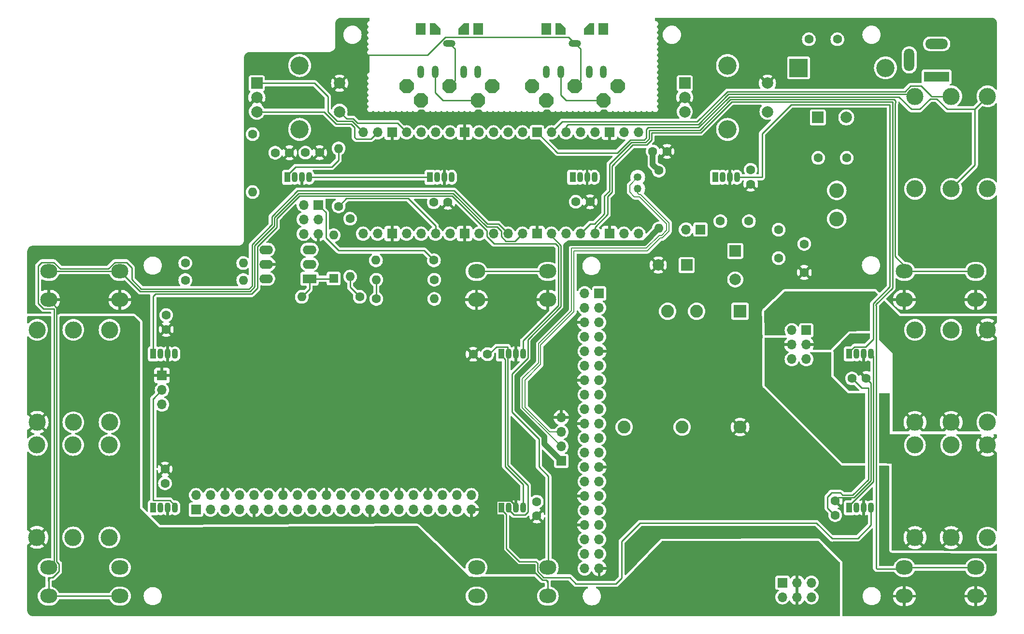
<source format=gbl>
G04 #@! TF.GenerationSoftware,KiCad,Pcbnew,7.0.1.1-36-gbcf78dbe24-dirty-deb11*
G04 #@! TF.CreationDate,2023-04-07T09:53:13+00:00*
G04 #@! TF.ProjectId,pedalboard-hw,70656461-6c62-46f6-9172-642d68772e6b,1.0.2*
G04 #@! TF.SameCoordinates,Original*
G04 #@! TF.FileFunction,Copper,L2,Bot*
G04 #@! TF.FilePolarity,Positive*
%FSLAX46Y46*%
G04 Gerber Fmt 4.6, Leading zero omitted, Abs format (unit mm)*
G04 Created by KiCad (PCBNEW 7.0.1.1-36-gbcf78dbe24-dirty-deb11) date 2023-04-07 09:53:13*
%MOMM*%
%LPD*%
G01*
G04 APERTURE LIST*
G04 #@! TA.AperFunction,ComponentPad*
%ADD10C,1.600000*%
G04 #@! TD*
G04 #@! TA.AperFunction,ComponentPad*
%ADD11O,1.200000X2.200000*%
G04 #@! TD*
G04 #@! TA.AperFunction,ComponentPad*
%ADD12O,2.200000X1.200000*%
G04 #@! TD*
G04 #@! TA.AperFunction,ComponentPad*
%ADD13C,3.000000*%
G04 #@! TD*
G04 #@! TA.AperFunction,ComponentPad*
%ADD14R,4.400000X1.800000*%
G04 #@! TD*
G04 #@! TA.AperFunction,ComponentPad*
%ADD15O,4.000000X1.800000*%
G04 #@! TD*
G04 #@! TA.AperFunction,ComponentPad*
%ADD16O,1.800000X4.000000*%
G04 #@! TD*
G04 #@! TA.AperFunction,ComponentPad*
%ADD17O,1.600000X1.600000*%
G04 #@! TD*
G04 #@! TA.AperFunction,ComponentPad*
%ADD18R,1.070000X1.800000*%
G04 #@! TD*
G04 #@! TA.AperFunction,ComponentPad*
%ADD19O,1.070000X1.800000*%
G04 #@! TD*
G04 #@! TA.AperFunction,ComponentPad*
%ADD20R,2.250000X2.250000*%
G04 #@! TD*
G04 #@! TA.AperFunction,ComponentPad*
%ADD21C,2.250000*%
G04 #@! TD*
G04 #@! TA.AperFunction,ComponentPad*
%ADD22R,1.700000X1.700000*%
G04 #@! TD*
G04 #@! TA.AperFunction,ComponentPad*
%ADD23O,1.700000X1.700000*%
G04 #@! TD*
G04 #@! TA.AperFunction,ComponentPad*
%ADD24O,3.000000X2.500000*%
G04 #@! TD*
G04 #@! TA.AperFunction,ComponentPad*
%ADD25R,2.400000X1.600000*%
G04 #@! TD*
G04 #@! TA.AperFunction,ComponentPad*
%ADD26O,2.400000X1.600000*%
G04 #@! TD*
G04 #@! TA.AperFunction,ComponentPad*
%ADD27C,2.600000*%
G04 #@! TD*
G04 #@! TA.AperFunction,ComponentPad*
%ADD28R,1.800000X2.000000*%
G04 #@! TD*
G04 #@! TA.AperFunction,ComponentPad*
%ADD29R,2.000000X2.000000*%
G04 #@! TD*
G04 #@! TA.AperFunction,ComponentPad*
%ADD30C,2.000000*%
G04 #@! TD*
G04 #@! TA.AperFunction,ComponentPad*
%ADD31C,3.200000*%
G04 #@! TD*
G04 #@! TA.AperFunction,ComponentPad*
%ADD32R,1.600000X1.600000*%
G04 #@! TD*
G04 #@! TA.AperFunction,ComponentPad*
%ADD33R,3.200000X3.200000*%
G04 #@! TD*
G04 #@! TA.AperFunction,ComponentPad*
%ADD34O,3.200000X3.200000*%
G04 #@! TD*
G04 #@! TA.AperFunction,ComponentPad*
%ADD35C,1.350000*%
G04 #@! TD*
G04 #@! TA.AperFunction,ComponentPad*
%ADD36O,1.350000X1.350000*%
G04 #@! TD*
G04 #@! TA.AperFunction,ViaPad*
%ADD37C,0.800000*%
G04 #@! TD*
G04 #@! TA.AperFunction,Conductor*
%ADD38C,0.250000*%
G04 #@! TD*
G04 #@! TA.AperFunction,Conductor*
%ADD39C,0.200000*%
G04 #@! TD*
G04 #@! TA.AperFunction,Conductor*
%ADD40C,1.000000*%
G04 #@! TD*
G04 APERTURE END LIST*
D10*
X146800000Y-46700000D03*
X146800000Y-49200000D03*
D11*
X121000000Y-29500000D03*
X118500000Y-29500000D03*
D12*
X116000000Y-24500000D03*
D11*
X111000000Y-29500000D03*
X113500000Y-29500000D03*
D13*
X28050000Y-111200000D03*
X28050000Y-94970000D03*
X21700000Y-111200000D03*
X21700000Y-94970000D03*
X34400000Y-111200000D03*
X34400000Y-94970000D03*
D10*
X158637600Y-44600000D03*
X163637600Y-44600000D03*
D14*
X179400000Y-30400000D03*
D15*
X179400000Y-24600000D03*
D16*
X174600000Y-27400000D03*
D10*
X130700000Y-46820000D03*
D17*
X130700000Y-56980000D03*
D18*
X115600000Y-48000000D03*
D19*
X116870000Y-48000000D03*
X118140000Y-48000000D03*
X119410000Y-48000000D03*
D13*
X28085000Y-91000000D03*
X28085000Y-74770000D03*
X21735000Y-91000000D03*
X21735000Y-74770000D03*
X34435000Y-91000000D03*
X34435000Y-74770000D03*
D20*
X144960000Y-71520000D03*
D21*
X137340000Y-71520000D03*
X132260000Y-71520000D03*
X124640000Y-91840000D03*
X134800000Y-91840000D03*
X144960000Y-91840000D03*
D13*
X181950000Y-94995000D03*
X181950000Y-111225000D03*
X188300000Y-94995000D03*
X188300000Y-111225000D03*
X175600000Y-94995000D03*
X175600000Y-111225000D03*
D18*
X140600000Y-48000000D03*
D19*
X141870000Y-48000000D03*
X143140000Y-48000000D03*
X144410000Y-48000000D03*
D10*
X109310000Y-104930000D03*
X109310000Y-107430000D03*
D18*
X103100000Y-106000000D03*
D19*
X104370000Y-106000000D03*
X105640000Y-106000000D03*
X106910000Y-106000000D03*
D22*
X49590000Y-106320000D03*
D23*
X49590000Y-103780000D03*
X52130000Y-106320000D03*
X52130000Y-103780000D03*
X54670000Y-106320000D03*
X54670000Y-103780000D03*
X57210000Y-106320000D03*
X57210000Y-103780000D03*
X59750000Y-106320000D03*
X59750000Y-103780000D03*
X62290000Y-106320000D03*
X62290000Y-103780000D03*
X64830000Y-106320000D03*
X64830000Y-103780000D03*
X67370000Y-106320000D03*
X67370000Y-103780000D03*
X69910000Y-106320000D03*
X69910000Y-103780000D03*
X72450000Y-106320000D03*
X72450000Y-103780000D03*
X74990000Y-106320000D03*
X74990000Y-103780000D03*
X77530000Y-106320000D03*
X77530000Y-103780000D03*
X80070000Y-106320000D03*
X80070000Y-103780000D03*
X82610000Y-106320000D03*
X82610000Y-103780000D03*
X85150000Y-106320000D03*
X85150000Y-103780000D03*
X87690000Y-106320000D03*
X87690000Y-103780000D03*
X90230000Y-106320000D03*
X90230000Y-103780000D03*
X92770000Y-106320000D03*
X92770000Y-103780000D03*
X95310000Y-106320000D03*
X95310000Y-103780000D03*
X97850000Y-106320000D03*
X97850000Y-103780000D03*
D10*
X161620000Y-107300000D03*
X161620000Y-104800000D03*
X44155000Y-101700000D03*
X44155000Y-99200000D03*
D24*
X98750000Y-64500000D03*
X111250000Y-64500000D03*
X98750000Y-69500000D03*
X111250000Y-69500000D03*
D18*
X42100000Y-79000000D03*
D19*
X43370000Y-79000000D03*
X44640000Y-79000000D03*
X45910000Y-79000000D03*
D10*
X74575000Y-53105000D03*
D17*
X74575000Y-42945000D03*
D25*
X69475000Y-65800000D03*
D26*
X69475000Y-63260000D03*
X69475000Y-60720000D03*
X61855000Y-60720000D03*
X61855000Y-63260000D03*
X61855000Y-65800000D03*
D27*
X161900000Y-50300000D03*
X161900000Y-55300000D03*
D13*
X181965000Y-33800000D03*
X181965000Y-50030000D03*
X188315000Y-33800000D03*
X188315000Y-50030000D03*
X175615000Y-33800000D03*
X175615000Y-50030000D03*
D10*
X63475000Y-43700000D03*
X65975000Y-43700000D03*
G04 #@! TA.AperFunction,ComponentPad*
G36*
X109750000Y-32517767D02*
G01*
X109017767Y-33250000D01*
X107982233Y-33250000D01*
X107250000Y-32517767D01*
X107250000Y-31482233D01*
X107982233Y-30750000D01*
X109017767Y-30750000D01*
X109750000Y-31482233D01*
X109750000Y-32517767D01*
G37*
G04 #@! TD.AperFunction*
G04 #@! TA.AperFunction,ComponentPad*
G36*
X116517767Y-30750000D02*
G01*
X117250000Y-31482233D01*
X117250000Y-32517767D01*
X116517767Y-33250000D01*
X115482233Y-33250000D01*
X114750000Y-32517767D01*
X114750000Y-31482233D01*
X115482233Y-30750000D01*
X116517767Y-30750000D01*
G37*
G04 #@! TD.AperFunction*
G04 #@! TA.AperFunction,ComponentPad*
G36*
X124750000Y-32517767D02*
G01*
X124017767Y-33250000D01*
X122982233Y-33250000D01*
X122250000Y-32517767D01*
X122250000Y-31482233D01*
X122982233Y-30750000D01*
X124017767Y-30750000D01*
X124750000Y-31482233D01*
X124750000Y-32517767D01*
G37*
G04 #@! TD.AperFunction*
G04 #@! TA.AperFunction,ComponentPad*
G36*
X112250000Y-35017767D02*
G01*
X111517767Y-35750000D01*
X110482233Y-35750000D01*
X109750000Y-35017767D01*
X109750000Y-33982233D01*
X110482233Y-33250000D01*
X111517767Y-33250000D01*
X112250000Y-33982233D01*
X112250000Y-35017767D01*
G37*
G04 #@! TD.AperFunction*
G04 #@! TA.AperFunction,ComponentPad*
G36*
X122250000Y-35017767D02*
G01*
X121517767Y-35750000D01*
X120482233Y-35750000D01*
X119750000Y-35017767D01*
X119750000Y-33982233D01*
X120482233Y-33250000D01*
X121517767Y-33250000D01*
X122250000Y-33982233D01*
X122250000Y-35017767D01*
G37*
G04 #@! TD.AperFunction*
G04 #@! TA.AperFunction,ComponentPad*
G36*
X119400000Y-23000000D02*
G01*
X117600000Y-23000000D01*
X117600000Y-21900000D01*
X118500000Y-21000000D01*
X119400000Y-21000000D01*
X119400000Y-23000000D01*
G37*
G04 #@! TD.AperFunction*
D28*
X121000000Y-22000000D03*
X111000000Y-22000000D03*
G04 #@! TA.AperFunction,ComponentPad*
G36*
X114400000Y-23000000D02*
G01*
X112600000Y-23000000D01*
X112600000Y-21000000D01*
X113500000Y-21000000D01*
X114400000Y-21900000D01*
X114400000Y-23000000D01*
G37*
G04 #@! TD.AperFunction*
D18*
X90600000Y-48000000D03*
D19*
X91870000Y-48000000D03*
X93140000Y-48000000D03*
X94410000Y-48000000D03*
D29*
X60250000Y-31500000D03*
D30*
X60250000Y-36500000D03*
X60250000Y-34000000D03*
D31*
X67750000Y-28400000D03*
X67750000Y-39600000D03*
D30*
X74750000Y-36500000D03*
X74750000Y-31500000D03*
D10*
X68750000Y-43675000D03*
X71250000Y-43675000D03*
X164570000Y-83300000D03*
X167070000Y-83300000D03*
D29*
X144100000Y-60932323D03*
D30*
X144100000Y-65932323D03*
D10*
X78280000Y-68980000D03*
D17*
X68120000Y-68980000D03*
D29*
X135600000Y-63400000D03*
D30*
X130600000Y-63400000D03*
D18*
X65600000Y-48000000D03*
D19*
X66870000Y-48000000D03*
X68140000Y-48000000D03*
X69410000Y-48000000D03*
D10*
X91250000Y-52400000D03*
X93750000Y-52400000D03*
D13*
X181950000Y-74780000D03*
X181950000Y-91010000D03*
X188300000Y-74780000D03*
X188300000Y-91010000D03*
X175600000Y-74780000D03*
X175600000Y-91010000D03*
D24*
X23750000Y-64500000D03*
X36250000Y-64500000D03*
X23750000Y-69500000D03*
X36250000Y-69500000D03*
D10*
X129650000Y-43470000D03*
X132150000Y-43470000D03*
X47695000Y-63050000D03*
D17*
X57855000Y-63050000D03*
D29*
X158569923Y-37500000D03*
D30*
X163569923Y-37500000D03*
D18*
X164100000Y-79000000D03*
D19*
X165370000Y-79000000D03*
X166640000Y-79000000D03*
X167910000Y-79000000D03*
D10*
X81190000Y-69340000D03*
D17*
X91350000Y-69340000D03*
D18*
X42100000Y-106000000D03*
D19*
X43370000Y-106000000D03*
X44640000Y-106000000D03*
X45910000Y-106000000D03*
D10*
X76600000Y-55270000D03*
D17*
X76600000Y-65430000D03*
D10*
X146500000Y-55700000D03*
X141500000Y-55700000D03*
D32*
X73700000Y-65775000D03*
D17*
X73700000Y-58155000D03*
D10*
X116150000Y-52300000D03*
X118650000Y-52300000D03*
D33*
X155194000Y-28803600D03*
D34*
X170434000Y-28803600D03*
D10*
X91280000Y-62575000D03*
D17*
X81120000Y-62575000D03*
D10*
X162001200Y-23774400D03*
X157001200Y-23774400D03*
X151700000Y-57200000D03*
X151700000Y-62200000D03*
D18*
X164100000Y-106000000D03*
D19*
X165370000Y-106000000D03*
X166640000Y-106000000D03*
X167910000Y-106000000D03*
D24*
X173750000Y-116500000D03*
X186250000Y-116500000D03*
X173750000Y-121500000D03*
X186250000Y-121500000D03*
X173750000Y-64500000D03*
X186250000Y-64500000D03*
X173750000Y-69500000D03*
X186250000Y-69500000D03*
D10*
X100670000Y-79050000D03*
X98170000Y-79050000D03*
D24*
X23750000Y-116500000D03*
X36250000Y-116500000D03*
X23750000Y-121500000D03*
X36250000Y-121500000D03*
D10*
X91350000Y-65980000D03*
D17*
X81190000Y-65980000D03*
D29*
X135250000Y-31500000D03*
D30*
X135250000Y-36500000D03*
X135250000Y-34000000D03*
D31*
X142750000Y-28400000D03*
X142750000Y-39600000D03*
D30*
X149750000Y-36500000D03*
X149750000Y-31500000D03*
D10*
X47695000Y-66050000D03*
D17*
X57855000Y-66050000D03*
D24*
X98750000Y-116500000D03*
X111250000Y-116500000D03*
X98750000Y-121500000D03*
X111250000Y-121500000D03*
D10*
X156200000Y-64700000D03*
X156200000Y-59700000D03*
G04 #@! TA.AperFunction,ComponentPad*
G36*
X87755500Y-32517767D02*
G01*
X87023267Y-33250000D01*
X85987733Y-33250000D01*
X85255500Y-32517767D01*
X85255500Y-31482233D01*
X85987733Y-30750000D01*
X87023267Y-30750000D01*
X87755500Y-31482233D01*
X87755500Y-32517767D01*
G37*
G04 #@! TD.AperFunction*
G04 #@! TA.AperFunction,ComponentPad*
G36*
X94523267Y-30750000D02*
G01*
X95255500Y-31482233D01*
X95255500Y-32517767D01*
X94523267Y-33250000D01*
X93487733Y-33250000D01*
X92755500Y-32517767D01*
X92755500Y-31482233D01*
X93487733Y-30750000D01*
X94523267Y-30750000D01*
G37*
G04 #@! TD.AperFunction*
G04 #@! TA.AperFunction,ComponentPad*
G36*
X102755500Y-32517767D02*
G01*
X102023267Y-33250000D01*
X100987733Y-33250000D01*
X100255500Y-32517767D01*
X100255500Y-31482233D01*
X100987733Y-30750000D01*
X102023267Y-30750000D01*
X102755500Y-31482233D01*
X102755500Y-32517767D01*
G37*
G04 #@! TD.AperFunction*
G04 #@! TA.AperFunction,ComponentPad*
G36*
X90255500Y-35017767D02*
G01*
X89523267Y-35750000D01*
X88487733Y-35750000D01*
X87755500Y-35017767D01*
X87755500Y-33982233D01*
X88487733Y-33250000D01*
X89523267Y-33250000D01*
X90255500Y-33982233D01*
X90255500Y-35017767D01*
G37*
G04 #@! TD.AperFunction*
G04 #@! TA.AperFunction,ComponentPad*
G36*
X100255500Y-35017767D02*
G01*
X99523267Y-35750000D01*
X98487733Y-35750000D01*
X97755500Y-35017767D01*
X97755500Y-33982233D01*
X98487733Y-33250000D01*
X99523267Y-33250000D01*
X100255500Y-33982233D01*
X100255500Y-35017767D01*
G37*
G04 #@! TD.AperFunction*
G04 #@! TA.AperFunction,ComponentPad*
G36*
X97405500Y-23000000D02*
G01*
X95605500Y-23000000D01*
X95605500Y-21900000D01*
X96505500Y-21000000D01*
X97405500Y-21000000D01*
X97405500Y-23000000D01*
G37*
G04 #@! TD.AperFunction*
D28*
X99005500Y-22000000D03*
X89005500Y-22000000D03*
G04 #@! TA.AperFunction,ComponentPad*
G36*
X92405500Y-23000000D02*
G01*
X90605500Y-23000000D01*
X90605500Y-21000000D01*
X91505500Y-21000000D01*
X92405500Y-21900000D01*
X92405500Y-23000000D01*
G37*
G04 #@! TD.AperFunction*
D10*
X44355000Y-72200000D03*
X44355000Y-74700000D03*
D18*
X103100000Y-79000000D03*
D19*
X104370000Y-79000000D03*
X105640000Y-79000000D03*
X106910000Y-79000000D03*
D10*
X59500000Y-40445000D03*
D17*
X59500000Y-50605000D03*
D11*
X99000000Y-29500000D03*
X96500000Y-29500000D03*
D12*
X94000000Y-24500000D03*
D11*
X89000000Y-29500000D03*
X91500000Y-29500000D03*
D22*
X113625000Y-97780000D03*
D23*
X113625000Y-95240000D03*
X113625000Y-92700000D03*
X113625000Y-90160000D03*
D22*
X138000000Y-57175000D03*
D23*
X135460000Y-57175000D03*
D35*
X127000000Y-48000000D03*
D36*
X127000000Y-50000000D03*
D23*
X127130000Y-57890000D03*
X124590000Y-57890000D03*
D22*
X122050000Y-57890000D03*
D23*
X119510000Y-57890000D03*
X116970000Y-57890000D03*
X114430000Y-57890000D03*
X111890000Y-57890000D03*
D22*
X109350000Y-57890000D03*
D23*
X106810000Y-57890000D03*
X104270000Y-57890000D03*
X101730000Y-57890000D03*
X99190000Y-57890000D03*
D22*
X96650000Y-57890000D03*
D23*
X94110000Y-57890000D03*
X91570000Y-57890000D03*
X89030000Y-57890000D03*
X86490000Y-57890000D03*
D22*
X83950000Y-57890000D03*
D23*
X81410000Y-57890000D03*
X78870000Y-57890000D03*
X78870000Y-40110000D03*
X81410000Y-40110000D03*
D22*
X83950000Y-40110000D03*
D23*
X86490000Y-40110000D03*
X89030000Y-40110000D03*
X91570000Y-40110000D03*
X94110000Y-40110000D03*
D22*
X96650000Y-40110000D03*
D23*
X99190000Y-40110000D03*
X101730000Y-40110000D03*
X104270000Y-40110000D03*
X106810000Y-40110000D03*
D22*
X109350000Y-40110000D03*
D23*
X111890000Y-40110000D03*
X114430000Y-40110000D03*
X116970000Y-40110000D03*
X119510000Y-40110000D03*
D22*
X122050000Y-40110000D03*
D23*
X124590000Y-40110000D03*
X127130000Y-40110000D03*
D22*
X43615000Y-82790000D03*
D23*
X43615000Y-85330000D03*
X43615000Y-87870000D03*
D22*
X120250000Y-68375600D03*
D23*
X117710000Y-68375600D03*
X120250000Y-70915600D03*
X117710000Y-70915600D03*
X120250000Y-73455600D03*
X117710000Y-73455600D03*
X120250000Y-75995600D03*
X117710000Y-75995600D03*
X120250000Y-78535600D03*
X117710000Y-78535600D03*
X120250000Y-81075600D03*
X117710000Y-81075600D03*
X120250000Y-83615600D03*
X117710000Y-83615600D03*
X120250000Y-86155600D03*
X117710000Y-86155600D03*
X120250000Y-88695600D03*
X117710000Y-88695600D03*
X120250000Y-91235600D03*
X117710000Y-91235600D03*
X120250000Y-93775600D03*
X117710000Y-93775600D03*
X120250000Y-96315600D03*
X117710000Y-96315600D03*
X120250000Y-98855600D03*
X117710000Y-98855600D03*
X120250000Y-101395600D03*
X117710000Y-101395600D03*
X120250000Y-103935600D03*
X117710000Y-103935600D03*
X120250000Y-106475600D03*
X117710000Y-106475600D03*
X120250000Y-109015600D03*
X117710000Y-109015600D03*
X120250000Y-111555600D03*
X117710000Y-111555600D03*
X120250000Y-114095600D03*
X117710000Y-114095600D03*
X120250000Y-116635600D03*
X117710000Y-116635600D03*
D22*
X156555000Y-74845600D03*
D23*
X154015000Y-74845600D03*
X156555000Y-77385600D03*
X154015000Y-77385600D03*
X156555000Y-79925600D03*
X154015000Y-79925600D03*
D22*
X152380000Y-119150600D03*
D23*
X152380000Y-121690600D03*
X154920000Y-119150600D03*
X154920000Y-121690600D03*
X157460000Y-119150600D03*
X157460000Y-121690600D03*
D22*
X71000000Y-52850000D03*
D23*
X68460000Y-52850000D03*
X71000000Y-55390000D03*
X68460000Y-55390000D03*
X71000000Y-57930000D03*
X68460000Y-57930000D03*
D37*
X169976800Y-103784400D03*
X169468800Y-66294000D03*
X96500000Y-49950000D03*
X123650000Y-52324000D03*
X178800000Y-93800000D03*
D38*
X75855000Y-26540000D02*
X90151852Y-26540000D01*
X106019600Y-115925600D02*
X103470000Y-113376000D01*
X93274652Y-23417200D02*
X114917200Y-23417200D01*
X104726224Y-104775000D02*
X105640000Y-105688776D01*
X162198298Y-104221702D02*
X161620000Y-104800000D01*
X23750000Y-118335000D02*
X23750000Y-121500000D01*
X103470000Y-113376000D02*
X103470000Y-107317620D01*
X25575000Y-115847614D02*
X25575000Y-117152386D01*
X116975000Y-31025000D02*
X116000000Y-32000000D01*
X111250000Y-118930000D02*
X110980000Y-118660000D01*
X102240000Y-104775000D02*
X104780000Y-104775000D01*
X23750000Y-69500000D02*
X25150000Y-70900000D01*
X23750000Y-121500000D02*
X36250000Y-121500000D01*
X103470000Y-107317620D02*
X103377380Y-107225000D01*
X25575000Y-117152386D02*
X24487386Y-118240000D01*
X164876902Y-104221702D02*
X162198298Y-104221702D01*
X102240000Y-107225000D02*
X102240000Y-104775000D01*
X104780000Y-104775000D02*
X105640000Y-105635000D01*
X108975000Y-117338782D02*
X108975000Y-115925600D01*
X103377380Y-107225000D02*
X102240000Y-107225000D01*
X25150000Y-115422614D02*
X25575000Y-115847614D01*
X167070000Y-83300000D02*
X167870000Y-84100000D01*
X110296218Y-118660000D02*
X108975000Y-117338782D01*
X167870000Y-101228604D02*
X164876902Y-104221702D01*
X24487386Y-118240000D02*
X23845000Y-118240000D01*
X25150000Y-70900000D02*
X25150000Y-115422614D01*
X90151852Y-26540000D02*
X93274652Y-23417200D01*
X173750000Y-121500000D02*
X186250000Y-121500000D01*
X114917200Y-23417200D02*
X116000000Y-24500000D01*
X116000000Y-24500000D02*
X116975000Y-25475000D01*
X116975000Y-25475000D02*
X116975000Y-31025000D01*
X111250000Y-121500000D02*
X111250000Y-118930000D01*
X108975000Y-115925600D02*
X106019600Y-115925600D01*
X167870000Y-84100000D02*
X167870000Y-101228604D01*
X23845000Y-118240000D02*
X23750000Y-118335000D01*
X110980000Y-118660000D02*
X110296218Y-118660000D01*
X164570000Y-83300000D02*
X166258400Y-84988400D01*
X160300000Y-106045600D02*
X161620000Y-107365600D01*
X160300000Y-104078000D02*
X160300000Y-106045600D01*
X166258400Y-84988400D02*
X167420000Y-84988400D01*
X162523898Y-103380000D02*
X160932400Y-103380000D01*
X101280000Y-78735000D02*
X102240000Y-77775000D01*
X160932400Y-103445600D02*
X160300000Y-104078000D01*
X167420000Y-101042208D02*
X164690506Y-103771702D01*
X162915600Y-103771702D02*
X162523898Y-103380000D01*
X105283776Y-107225000D02*
X104370000Y-106311224D01*
X167420000Y-84988400D02*
X167420000Y-101042208D01*
X107266224Y-107225000D02*
X105283776Y-107225000D01*
X107770000Y-106721224D02*
X107266224Y-107225000D01*
X104210000Y-77775000D02*
X104210000Y-98544404D01*
X102240000Y-77775000D02*
X104210000Y-77775000D01*
X107770000Y-102104404D02*
X107770000Y-106721224D01*
X164690506Y-103771702D02*
X162915600Y-103771702D01*
X104210000Y-98544404D02*
X107770000Y-102104404D01*
X69410000Y-48000000D02*
X90600000Y-48000000D01*
X91570000Y-56500000D02*
X91570000Y-57890000D01*
X75965000Y-51715000D02*
X86785000Y-51715000D01*
X86785000Y-51715000D02*
X91570000Y-56500000D01*
X74575000Y-53105000D02*
X75965000Y-51715000D01*
X153870000Y-35230000D02*
X171200000Y-35230000D01*
X148790000Y-40310000D02*
X153870000Y-35230000D01*
X171200000Y-67228404D02*
X168275000Y-70153404D01*
X148790000Y-48000000D02*
X148790000Y-40310000D01*
X144410000Y-48000000D02*
X148790000Y-48000000D01*
X164995000Y-77740000D02*
X164100000Y-78635000D01*
X168275000Y-70153404D02*
X168275000Y-76415000D01*
X168275000Y-76415000D02*
X166950000Y-77740000D01*
X171200000Y-35230000D02*
X171200000Y-67228404D01*
X166950000Y-77740000D02*
X164995000Y-77740000D01*
X167910000Y-79000000D02*
X168320000Y-79410000D01*
X168320000Y-79410000D02*
X168320000Y-101415000D01*
X168320000Y-101415000D02*
X164100000Y-105635000D01*
X165557200Y-111353600D02*
X167910000Y-109000800D01*
X161086800Y-111353600D02*
X165557200Y-111353600D01*
X115111200Y-118275600D02*
X116179600Y-119344000D01*
X109425000Y-115739204D02*
X109425000Y-117152386D01*
X109425000Y-117152386D02*
X110482614Y-118210000D01*
X158333200Y-108665600D02*
X161086800Y-111419200D01*
X123201600Y-119344000D02*
X124210000Y-118335600D01*
X110482614Y-118210000D02*
X115111200Y-118210000D01*
X167910000Y-109000800D02*
X167910000Y-106000000D01*
X109161396Y-115475600D02*
X109425000Y-115739204D01*
X103100000Y-106311224D02*
X103920000Y-107131224D01*
X106205996Y-115475600D02*
X109161396Y-115475600D01*
X116179600Y-119344000D02*
X123201600Y-119344000D01*
X127406400Y-108665600D02*
X158333200Y-108665600D01*
X124210000Y-111862000D02*
X127406400Y-108665600D01*
X103920000Y-113189604D02*
X106205996Y-115475600D01*
X103920000Y-107131224D02*
X103920000Y-113189604D01*
X124210000Y-118335600D02*
X124210000Y-111862000D01*
X103760000Y-98730800D02*
X103760000Y-79971224D01*
X106910000Y-106000000D02*
X106910000Y-101880800D01*
X106910000Y-101880800D02*
X103760000Y-98730800D01*
X103760000Y-79971224D02*
X103510000Y-79721224D01*
X60330000Y-60170000D02*
X63750000Y-56750000D01*
X106910000Y-76690000D02*
X106910000Y-79000000D01*
X59310000Y-68500000D02*
X60330000Y-67480000D01*
X60330000Y-67480000D02*
X60330000Y-60170000D01*
X100555000Y-58391000D02*
X101816798Y-59652798D01*
X112573598Y-59652798D02*
X113100000Y-60179200D01*
X100555000Y-57351396D02*
X100555000Y-58391000D01*
X42100000Y-68900000D02*
X42500000Y-68500000D01*
X42500000Y-68500000D02*
X59310000Y-68500000D01*
X67735000Y-51265000D02*
X94468604Y-51265000D01*
X94468604Y-51265000D02*
X100555000Y-57351396D01*
X63750000Y-56750000D02*
X63750000Y-55250000D01*
X113100000Y-60179200D02*
X113100000Y-70500000D01*
X113100000Y-70500000D02*
X106910000Y-76690000D01*
X63750000Y-55250000D02*
X67735000Y-51265000D01*
X42100000Y-79000000D02*
X42100000Y-68900000D01*
X101816798Y-59652798D02*
X112573598Y-59652798D01*
X42100000Y-86795000D02*
X42100000Y-104720000D01*
X43615000Y-85330000D02*
X42150000Y-86795000D01*
X44995000Y-104720000D02*
X45910000Y-105635000D01*
X42100000Y-104720000D02*
X44995000Y-104720000D01*
X69475000Y-65800000D02*
X73675000Y-65800000D01*
X69475000Y-65800000D02*
X69475000Y-67625000D01*
X69475000Y-67625000D02*
X68120000Y-68980000D01*
X137437600Y-38252400D02*
X142710000Y-32980000D01*
X178455000Y-33790000D02*
X181955000Y-33790000D01*
X176655000Y-31975000D02*
X178455000Y-33775000D01*
X174859060Y-31975000D02*
X176655000Y-31975000D01*
X113747600Y-38252400D02*
X137437600Y-38252400D01*
X178455000Y-33775000D02*
X178455000Y-33790000D01*
X173854060Y-32980000D02*
X174859060Y-31975000D01*
X111890000Y-40110000D02*
X113747600Y-38252400D01*
X142710000Y-32980000D02*
X173854060Y-32980000D01*
X174980000Y-36075000D02*
X176420000Y-36075000D01*
X128538400Y-39573808D02*
X128832208Y-39280000D01*
X172785000Y-33880000D02*
X174980000Y-36075000D01*
X128832208Y-39280000D02*
X137682792Y-39280000D01*
X181255000Y-36075000D02*
X186040000Y-36075000D01*
X186107500Y-45887500D02*
X181965000Y-50030000D01*
X186040000Y-36075000D02*
X186107500Y-36007500D01*
X128538400Y-41051600D02*
X128538400Y-39573808D01*
X123418604Y-43700000D02*
X125678604Y-41440000D01*
X179420000Y-34240000D02*
X181255000Y-36075000D01*
X137682792Y-39280000D02*
X143082792Y-33880000D01*
X188315000Y-33800000D02*
X186107500Y-36007500D01*
X186107500Y-36007500D02*
X186107500Y-45887500D01*
X109350000Y-40110000D02*
X112940000Y-43700000D01*
X128150000Y-41440000D02*
X128538400Y-41051600D01*
X176420000Y-36075000D02*
X178255000Y-34240000D01*
X125678604Y-41440000D02*
X128150000Y-41440000D01*
X143082792Y-33880000D02*
X172785000Y-33880000D01*
X178255000Y-34240000D02*
X179420000Y-34240000D01*
X112940000Y-43700000D02*
X123418604Y-43700000D01*
X137623996Y-38702400D02*
X142896396Y-33430000D01*
X114430000Y-39050000D02*
X114777600Y-38702400D01*
X114777600Y-38702400D02*
X137623996Y-38702400D01*
X142896396Y-33430000D02*
X175245000Y-33430000D01*
X114430000Y-40110000D02*
X114430000Y-39050000D01*
D39*
X113625000Y-95240000D02*
X111502200Y-93117200D01*
X109595000Y-80586800D02*
X109595000Y-77222336D01*
X125590000Y-49410000D02*
X127000000Y-48000000D01*
X130757792Y-58195000D02*
X131182057Y-58195000D01*
X111458900Y-93117200D02*
X106784500Y-88442800D01*
X127305000Y-51410000D02*
X126415958Y-51410000D01*
X126415958Y-51410000D02*
X125590000Y-50584042D01*
X128512792Y-60440000D02*
X130757792Y-58195000D01*
X109595000Y-77222336D02*
X115375000Y-71442336D01*
X132080000Y-56185000D02*
X127305000Y-51410000D01*
X106784500Y-83397300D02*
X109595000Y-80586800D01*
X132080000Y-57297057D02*
X132080000Y-56185000D01*
X115375000Y-60440000D02*
X128512792Y-60440000D01*
X111502200Y-93117200D02*
X111458900Y-93117200D01*
X131182057Y-58195000D02*
X132080000Y-57297057D01*
X115375000Y-71442336D02*
X115375000Y-60440000D01*
X106784500Y-88442800D02*
X106784500Y-83397300D01*
X125590000Y-50584042D02*
X125590000Y-49410000D01*
D38*
X59880000Y-59983604D02*
X59880000Y-67220000D01*
X105510000Y-59190000D02*
X103908299Y-59190000D01*
X100555000Y-56715000D02*
X94655000Y-50815000D01*
X59050000Y-68050000D02*
X39800000Y-68050000D01*
X39800000Y-68050000D02*
X36250000Y-64500000D01*
X103095000Y-57476600D02*
X102333400Y-56715000D01*
X94655000Y-50815000D02*
X67548604Y-50815000D01*
X63300000Y-55063604D02*
X63300000Y-56563604D01*
X59880000Y-67220000D02*
X59050000Y-68050000D01*
X67548604Y-50815000D02*
X63300000Y-55063604D01*
X63300000Y-56563604D02*
X59880000Y-59983604D01*
X103908299Y-59190000D02*
X103095000Y-58376701D01*
X103095000Y-58376701D02*
X103095000Y-57476600D01*
X36250000Y-64500000D02*
X23750000Y-64500000D01*
X106810000Y-57890000D02*
X105510000Y-59190000D01*
X102333400Y-56715000D02*
X100555000Y-56715000D01*
X98750000Y-64500000D02*
X111250000Y-64500000D01*
X122055000Y-45700000D02*
X125865000Y-41890000D01*
X119431802Y-56181802D02*
X121181802Y-54431802D01*
X116970000Y-57890000D02*
X118678198Y-56181802D01*
X128988400Y-41256600D02*
X128988400Y-39760204D01*
X137869188Y-39730000D02*
X143269188Y-34330000D01*
X121181802Y-54431802D02*
X121181802Y-51313198D01*
X172100000Y-35032792D02*
X172100000Y-61880000D01*
X171902792Y-34330000D02*
X172166396Y-34593604D01*
X128988400Y-39760204D02*
X129018604Y-39730000D01*
X121181802Y-51313198D02*
X122055000Y-50440000D01*
X172100000Y-61880000D02*
X173750000Y-63530000D01*
X173750000Y-64500000D02*
X186250000Y-64500000D01*
X143269188Y-34330000D02*
X171902792Y-34330000D01*
X118678198Y-56181802D02*
X119431802Y-56181802D01*
X122055000Y-50440000D02*
X122055000Y-45700000D01*
X129018604Y-39730000D02*
X137869188Y-39730000D01*
X128355000Y-41890000D02*
X128988400Y-41256600D01*
X172166396Y-34593604D02*
X172166396Y-34966396D01*
X172166396Y-34966396D02*
X172100000Y-35032792D01*
X125865000Y-41890000D02*
X128355000Y-41890000D01*
X62850000Y-56377208D02*
X62836396Y-56377208D01*
X104270000Y-57890000D02*
X102580000Y-56200000D01*
X24700000Y-115550000D02*
X23750000Y-116500000D01*
X35347614Y-62925000D02*
X34222614Y-64050000D01*
X22540000Y-62925000D02*
X21925000Y-63540000D01*
X102580000Y-56200000D02*
X100676396Y-56200000D01*
X38325000Y-65938604D02*
X38325000Y-63875000D01*
X25777386Y-64050000D02*
X24652386Y-62925000D01*
X59381802Y-67081802D02*
X58863604Y-67600000D01*
X62836396Y-56377208D02*
X59381802Y-59831802D01*
X22859010Y-71086396D02*
X24700000Y-71086396D01*
X21925000Y-63540000D02*
X21925000Y-70152386D01*
X100676396Y-56200000D02*
X94841396Y-50365000D01*
X24700000Y-71086396D02*
X24700000Y-115550000D01*
X34222614Y-64050000D02*
X25777386Y-64050000D01*
X62850000Y-54877208D02*
X62850000Y-56377208D01*
X21925000Y-70152386D02*
X22859010Y-71086396D01*
X59381802Y-59831802D02*
X59381802Y-67081802D01*
X94841396Y-50365000D02*
X67362208Y-50365000D01*
X58863604Y-67600000D02*
X39986396Y-67600000D01*
X37375000Y-62925000D02*
X35347614Y-62925000D01*
X24652386Y-62925000D02*
X22540000Y-62925000D01*
X67362208Y-50365000D02*
X62850000Y-54877208D01*
X38325000Y-63875000D02*
X37375000Y-62925000D01*
X39986396Y-67600000D02*
X38325000Y-65938604D01*
X109677200Y-98806000D02*
X109677200Y-93916440D01*
X109677200Y-93916440D02*
X104960000Y-89199240D01*
X107770000Y-79721224D02*
X107770000Y-76466396D01*
X113550000Y-70686396D02*
X113550000Y-59992804D01*
X107770000Y-76466396D02*
X113550000Y-70686396D01*
X111350000Y-116400000D02*
X111350000Y-100478800D01*
X111350000Y-100478800D02*
X109677200Y-98806000D01*
X104960000Y-89199240D02*
X104960000Y-82531225D01*
X104960000Y-82531225D02*
X107770000Y-79721224D01*
X113550000Y-59992804D02*
X111890000Y-58332804D01*
X129438400Y-40180000D02*
X138055584Y-40180000D01*
X173750000Y-116500000D02*
X186250000Y-116500000D01*
X168770000Y-116580000D02*
X168930000Y-116740000D01*
X143455584Y-34780000D02*
X171716396Y-34780000D01*
X122505000Y-46000000D02*
X126165000Y-42340000D01*
X168725000Y-70339800D02*
X168725000Y-70477800D01*
X128555000Y-42340000D02*
X128555000Y-42326396D01*
X119500000Y-56750000D02*
X121750000Y-54500000D01*
X168930000Y-116740000D02*
X173510000Y-116740000D01*
X121750000Y-54500000D02*
X121750000Y-51381396D01*
X168725000Y-70477800D02*
X168770000Y-70522800D01*
X119500000Y-57880000D02*
X119500000Y-56750000D01*
X171716396Y-34780000D02*
X171650000Y-34846396D01*
X168770000Y-70522800D02*
X168770000Y-116580000D01*
X121750000Y-51381396D02*
X122505000Y-50626396D01*
X171650000Y-34846396D02*
X171650000Y-67414800D01*
X122505000Y-50626396D02*
X122505000Y-46000000D01*
X138055584Y-40180000D02*
X143455584Y-34780000D01*
X128555000Y-42326396D02*
X129438400Y-41442996D01*
X126165000Y-42340000D02*
X128555000Y-42340000D01*
X129438400Y-41442996D02*
X129438400Y-40180000D01*
X171650000Y-67414800D02*
X168725000Y-70339800D01*
X72675000Y-33800000D02*
X72675000Y-36525000D01*
X60250000Y-31500000D02*
X70375000Y-31500000D01*
X72675000Y-36525000D02*
X74325000Y-38175000D01*
X70375000Y-31500000D02*
X72675000Y-33800000D01*
X74325000Y-38175000D02*
X76935000Y-38175000D01*
X76935000Y-38175000D02*
X78870000Y-40110000D01*
X77399302Y-39275698D02*
X77399302Y-40989302D01*
X74138604Y-38625000D02*
X76748604Y-38625000D01*
X80235000Y-41285000D02*
X81410000Y-40110000D01*
X60250000Y-36500000D02*
X72013604Y-36500000D01*
X77399302Y-40989302D02*
X77695000Y-41285000D01*
X76748604Y-38625000D02*
X77399302Y-39275698D01*
X72013604Y-36500000D02*
X74138604Y-38625000D01*
X77695000Y-41285000D02*
X80235000Y-41285000D01*
X77896396Y-38500000D02*
X77121396Y-37725000D01*
X86490000Y-40110000D02*
X84880000Y-38500000D01*
X75975000Y-37725000D02*
X74750000Y-36500000D01*
X84880000Y-38500000D02*
X77896396Y-38500000D01*
X77121396Y-37725000D02*
X75975000Y-37725000D01*
X76600000Y-67300000D02*
X78280000Y-68980000D01*
X76600000Y-65430000D02*
X76600000Y-67300000D01*
X81190000Y-65980000D02*
X81190000Y-69340000D01*
X94000000Y-24500000D02*
X94975000Y-25475000D01*
X94975000Y-25475000D02*
X94975000Y-31030500D01*
X94975000Y-31030500D02*
X94005500Y-32000000D01*
X113500000Y-33585000D02*
X114415000Y-34500000D01*
X114415000Y-34500000D02*
X121000000Y-34500000D01*
X113500000Y-29500000D02*
X113500000Y-33585000D01*
X74581000Y-60865000D02*
X89570000Y-60865000D01*
X71000000Y-52850000D02*
X72339200Y-54189200D01*
X91500000Y-29500000D02*
X91500000Y-33185000D01*
X72339200Y-54189200D02*
X72339200Y-58623200D01*
X91500000Y-33185000D02*
X92855000Y-34540000D01*
X89570000Y-60865000D02*
X91280000Y-62575000D01*
X92895000Y-34500000D02*
X99005500Y-34500000D01*
X92855000Y-34540000D02*
X92895000Y-34500000D01*
X72339200Y-58623200D02*
X74581000Y-60865000D01*
D39*
X107234500Y-83583700D02*
X109995000Y-80823200D01*
X132480000Y-56019314D02*
X127470686Y-51010000D01*
X132480000Y-57462742D02*
X132480000Y-56019314D01*
X131297742Y-58645000D02*
X132480000Y-57462742D01*
X107234500Y-88327114D02*
X107234500Y-83583700D01*
X128699181Y-60889981D02*
X130944162Y-58645000D01*
X115824981Y-71628724D02*
X115824981Y-60889981D01*
X109995000Y-80823200D02*
X109995000Y-77458705D01*
X127000000Y-50800000D02*
X127000000Y-50000000D01*
X130944162Y-58645000D02*
X131297742Y-58645000D01*
X111607386Y-92700000D02*
X107234500Y-88327114D01*
X127470686Y-51010000D02*
X127210000Y-51010000D01*
X115824981Y-60889981D02*
X128699181Y-60889981D01*
X109995000Y-77458705D02*
X115824981Y-71628724D01*
X127210000Y-51010000D02*
X127000000Y-50800000D01*
X113625000Y-92700000D02*
X111607386Y-92700000D01*
D38*
X73350000Y-46200000D02*
X74575000Y-44975000D01*
X74575000Y-44975000D02*
X74575000Y-42945000D01*
X67035000Y-46200000D02*
X73350000Y-46200000D01*
X65600000Y-47635000D02*
X67035000Y-46200000D01*
D40*
X108695000Y-76849544D02*
X114475000Y-71069544D01*
X114475000Y-71069544D02*
X114475000Y-59989504D01*
X108695000Y-80104372D02*
X108695000Y-76849544D01*
X128140000Y-59540000D02*
X130700000Y-56980000D01*
X105885000Y-82914373D02*
X108695000Y-80104372D01*
X113625000Y-97780000D02*
X110602200Y-94757200D01*
X114924504Y-59540000D02*
X128140000Y-59540000D01*
X105885000Y-88816092D02*
X105885000Y-82914373D01*
X110602200Y-94757200D02*
X110602200Y-93533292D01*
X110602200Y-93533292D02*
X105885000Y-88816092D01*
X114475000Y-59989504D02*
X114924504Y-59540000D01*
X129641600Y-45313600D02*
X129650000Y-45305200D01*
X129641600Y-45761600D02*
X129641600Y-45313600D01*
X130700000Y-46820000D02*
X129641600Y-45761600D01*
X129650000Y-45305200D02*
X129650000Y-43470000D01*
G04 #@! TA.AperFunction,Conductor*
G36*
X24112500Y-72381213D02*
G01*
X24157887Y-72426600D01*
X24174500Y-72488600D01*
X24174500Y-114725500D01*
X24157887Y-114787500D01*
X24112500Y-114832887D01*
X24050500Y-114849500D01*
X23435147Y-114849500D01*
X23325504Y-114858129D01*
X23241004Y-114864779D01*
X22988389Y-114925426D01*
X22800545Y-115003235D01*
X22748372Y-115024846D01*
X22608807Y-115110371D01*
X22526856Y-115160590D01*
X22329311Y-115329311D01*
X22160590Y-115526856D01*
X22113368Y-115603917D01*
X22024846Y-115748372D01*
X22021873Y-115755549D01*
X21925426Y-115988389D01*
X21864779Y-116241004D01*
X21844396Y-116499999D01*
X21864779Y-116758995D01*
X21925426Y-117011610D01*
X21976237Y-117134277D01*
X22024846Y-117251628D01*
X22138455Y-117437022D01*
X22160590Y-117473143D01*
X22210712Y-117531828D01*
X22329311Y-117670689D01*
X22468787Y-117789813D01*
X22478994Y-117798531D01*
X22526860Y-117839412D01*
X22748372Y-117975154D01*
X22928385Y-118049718D01*
X22988389Y-118074573D01*
X23042333Y-118087523D01*
X23133836Y-118109491D01*
X23191361Y-118141192D01*
X23224625Y-118197830D01*
X23224382Y-118245730D01*
X23224500Y-118245730D01*
X23224500Y-118301704D01*
X23223850Y-118314385D01*
X23219868Y-118353109D01*
X23222697Y-118369512D01*
X23224500Y-118390581D01*
X23224500Y-119770988D01*
X23212421Y-119824371D01*
X23178536Y-119867354D01*
X23129447Y-119891562D01*
X22988389Y-119925426D01*
X22824948Y-119993127D01*
X22748372Y-120024846D01*
X22626993Y-120099227D01*
X22526856Y-120160590D01*
X22329311Y-120329311D01*
X22160590Y-120526856D01*
X22128357Y-120579456D01*
X22024846Y-120748372D01*
X22024845Y-120748375D01*
X21925426Y-120988389D01*
X21864779Y-121241004D01*
X21844396Y-121500000D01*
X21864779Y-121758995D01*
X21925426Y-122011610D01*
X21970295Y-122119931D01*
X22024846Y-122251628D01*
X22142521Y-122443657D01*
X22160590Y-122473143D01*
X22181376Y-122497480D01*
X22329311Y-122670689D01*
X22454607Y-122777702D01*
X22502768Y-122818836D01*
X22526860Y-122839412D01*
X22748372Y-122975154D01*
X22928385Y-123049718D01*
X22988389Y-123074573D01*
X23034662Y-123085682D01*
X23241006Y-123135221D01*
X23435147Y-123150500D01*
X24064850Y-123150500D01*
X24064853Y-123150500D01*
X24258994Y-123135221D01*
X24511610Y-123074573D01*
X24751628Y-122975154D01*
X24973140Y-122839412D01*
X25170689Y-122670689D01*
X25339412Y-122473140D01*
X25475154Y-122251628D01*
X25537112Y-122102047D01*
X25563993Y-122061818D01*
X25604221Y-122034939D01*
X25651674Y-122025500D01*
X34348326Y-122025500D01*
X34395779Y-122034939D01*
X34436007Y-122061818D01*
X34462887Y-122102047D01*
X34515414Y-122228859D01*
X34524846Y-122251628D01*
X34596268Y-122368179D01*
X34660590Y-122473143D01*
X34681376Y-122497480D01*
X34829311Y-122670689D01*
X34954607Y-122777702D01*
X35002768Y-122818836D01*
X35026860Y-122839412D01*
X35248372Y-122975154D01*
X35428385Y-123049718D01*
X35488389Y-123074573D01*
X35534662Y-123085682D01*
X35741006Y-123135221D01*
X35935147Y-123150500D01*
X36564850Y-123150500D01*
X36564853Y-123150500D01*
X36758994Y-123135221D01*
X37011610Y-123074573D01*
X37251628Y-122975154D01*
X37473140Y-122839412D01*
X37670689Y-122670689D01*
X37839412Y-122473140D01*
X37975154Y-122251628D01*
X38074573Y-122011610D01*
X38135221Y-121758994D01*
X38155604Y-121500000D01*
X38155604Y-121499999D01*
X40394551Y-121499999D01*
X40414317Y-121751149D01*
X40473126Y-121996110D01*
X40517007Y-122102047D01*
X40569534Y-122228859D01*
X40701164Y-122443659D01*
X40864776Y-122635224D01*
X41056341Y-122798836D01*
X41271141Y-122930466D01*
X41503889Y-123026873D01*
X41748852Y-123085683D01*
X41937118Y-123100500D01*
X42062879Y-123100500D01*
X42062882Y-123100500D01*
X42251148Y-123085683D01*
X42496111Y-123026873D01*
X42728859Y-122930466D01*
X42943659Y-122798836D01*
X43135224Y-122635224D01*
X43298836Y-122443659D01*
X43430466Y-122228859D01*
X43526873Y-121996111D01*
X43585683Y-121751148D01*
X43605449Y-121500000D01*
X96844396Y-121500000D01*
X96864779Y-121758995D01*
X96925426Y-122011610D01*
X96970295Y-122119931D01*
X97024846Y-122251628D01*
X97142521Y-122443657D01*
X97160590Y-122473143D01*
X97181376Y-122497480D01*
X97329311Y-122670689D01*
X97454607Y-122777702D01*
X97502768Y-122818836D01*
X97526860Y-122839412D01*
X97748372Y-122975154D01*
X97928385Y-123049718D01*
X97988389Y-123074573D01*
X98034662Y-123085682D01*
X98241006Y-123135221D01*
X98435147Y-123150500D01*
X99064850Y-123150500D01*
X99064853Y-123150500D01*
X99258994Y-123135221D01*
X99511610Y-123074573D01*
X99751628Y-122975154D01*
X99973140Y-122839412D01*
X100170689Y-122670689D01*
X100339412Y-122473140D01*
X100475154Y-122251628D01*
X100574573Y-122011610D01*
X100635221Y-121758994D01*
X100655604Y-121500000D01*
X100635221Y-121241006D01*
X100580487Y-121013022D01*
X100574573Y-120988389D01*
X100549718Y-120928385D01*
X100475154Y-120748372D01*
X100339412Y-120526860D01*
X100305560Y-120487225D01*
X100245280Y-120416646D01*
X100170689Y-120329311D01*
X100044064Y-120221163D01*
X99973143Y-120160590D01*
X99973140Y-120160588D01*
X99751628Y-120024846D01*
X99656470Y-119985430D01*
X99511610Y-119925426D01*
X99258995Y-119864779D01*
X99190125Y-119859359D01*
X99064853Y-119849500D01*
X98435147Y-119849500D01*
X98318662Y-119858667D01*
X98241004Y-119864779D01*
X97988389Y-119925426D01*
X97824948Y-119993127D01*
X97748372Y-120024846D01*
X97626993Y-120099227D01*
X97526856Y-120160590D01*
X97329311Y-120329311D01*
X97160590Y-120526856D01*
X97128357Y-120579456D01*
X97024846Y-120748372D01*
X97024845Y-120748375D01*
X96925426Y-120988389D01*
X96864779Y-121241004D01*
X96844396Y-121500000D01*
X43605449Y-121500000D01*
X43585683Y-121248852D01*
X43526873Y-121003889D01*
X43430466Y-120771141D01*
X43298836Y-120556341D01*
X43135224Y-120364776D01*
X42943659Y-120201164D01*
X42728859Y-120069534D01*
X42612484Y-120021330D01*
X42496110Y-119973126D01*
X42251149Y-119914317D01*
X42204081Y-119910612D01*
X42062882Y-119899500D01*
X41937118Y-119899500D01*
X41824158Y-119908390D01*
X41748850Y-119914317D01*
X41503889Y-119973126D01*
X41271139Y-120069535D01*
X41056342Y-120201163D01*
X40864776Y-120364776D01*
X40701163Y-120556342D01*
X40569535Y-120771139D01*
X40473126Y-121003889D01*
X40414317Y-121248850D01*
X40394551Y-121499999D01*
X38155604Y-121499999D01*
X38135221Y-121241006D01*
X38080487Y-121013022D01*
X38074573Y-120988389D01*
X38049718Y-120928385D01*
X37975154Y-120748372D01*
X37839412Y-120526860D01*
X37805560Y-120487225D01*
X37745280Y-120416646D01*
X37670689Y-120329311D01*
X37544064Y-120221163D01*
X37473143Y-120160590D01*
X37473140Y-120160588D01*
X37251628Y-120024846D01*
X37156470Y-119985430D01*
X37011610Y-119925426D01*
X36758995Y-119864779D01*
X36690125Y-119859359D01*
X36564853Y-119849500D01*
X35935147Y-119849500D01*
X35818662Y-119858667D01*
X35741004Y-119864779D01*
X35488389Y-119925426D01*
X35324948Y-119993127D01*
X35248372Y-120024846D01*
X35126993Y-120099227D01*
X35026856Y-120160590D01*
X34829311Y-120329311D01*
X34660590Y-120526856D01*
X34524844Y-120748375D01*
X34462887Y-120897953D01*
X34436007Y-120938182D01*
X34395779Y-120965061D01*
X34348326Y-120974500D01*
X25651674Y-120974500D01*
X25604221Y-120965061D01*
X25563993Y-120938182D01*
X25537113Y-120897953D01*
X25504625Y-120819521D01*
X25475154Y-120748372D01*
X25339412Y-120526860D01*
X25305560Y-120487225D01*
X25245280Y-120416646D01*
X25170689Y-120329311D01*
X25044064Y-120221163D01*
X24973143Y-120160590D01*
X24973140Y-120160588D01*
X24751628Y-120024846D01*
X24656470Y-119985430D01*
X24511610Y-119925426D01*
X24370553Y-119891562D01*
X24321464Y-119867354D01*
X24287579Y-119824371D01*
X24275500Y-119770988D01*
X24275500Y-118889500D01*
X24292113Y-118827500D01*
X24337500Y-118782113D01*
X24399500Y-118765500D01*
X24476276Y-118765500D01*
X24480509Y-118765571D01*
X24541631Y-118767660D01*
X24541631Y-118767659D01*
X24541632Y-118767660D01*
X24556092Y-118764135D01*
X24579456Y-118758441D01*
X24591918Y-118756073D01*
X24630497Y-118750771D01*
X24645778Y-118744132D01*
X24665807Y-118737397D01*
X24681980Y-118733457D01*
X24715917Y-118714374D01*
X24727265Y-118708737D01*
X24762995Y-118693219D01*
X24775907Y-118682713D01*
X24793394Y-118670813D01*
X24799677Y-118667279D01*
X24807898Y-118662658D01*
X24835429Y-118635125D01*
X24844844Y-118626628D01*
X24875051Y-118602054D01*
X24884655Y-118588447D01*
X24898267Y-118572287D01*
X25938754Y-117531799D01*
X25941740Y-117528913D01*
X25986469Y-117487141D01*
X26006697Y-117453876D01*
X26013836Y-117443386D01*
X26037364Y-117412361D01*
X26043474Y-117396865D01*
X26052877Y-117377934D01*
X26061526Y-117363714D01*
X26072029Y-117326224D01*
X26076068Y-117314212D01*
X26090359Y-117277976D01*
X26092061Y-117261409D01*
X26096008Y-117240644D01*
X26100500Y-117224614D01*
X26100500Y-117185683D01*
X26101150Y-117173002D01*
X26105131Y-117134277D01*
X26102303Y-117117875D01*
X26100500Y-117096806D01*
X26100500Y-116499999D01*
X34344396Y-116499999D01*
X34364779Y-116758995D01*
X34425426Y-117011610D01*
X34476237Y-117134277D01*
X34524846Y-117251628D01*
X34638455Y-117437022D01*
X34660590Y-117473143D01*
X34710712Y-117531828D01*
X34829311Y-117670689D01*
X34968787Y-117789813D01*
X34978994Y-117798531D01*
X35026860Y-117839412D01*
X35248372Y-117975154D01*
X35428385Y-118049718D01*
X35488389Y-118074573D01*
X35568197Y-118093733D01*
X35741006Y-118135221D01*
X35935147Y-118150500D01*
X36564850Y-118150500D01*
X36564853Y-118150500D01*
X36758994Y-118135221D01*
X37011610Y-118074573D01*
X37251628Y-117975154D01*
X37473140Y-117839412D01*
X37670689Y-117670689D01*
X37839412Y-117473140D01*
X37975154Y-117251628D01*
X38074573Y-117011610D01*
X38135221Y-116758994D01*
X38155604Y-116500000D01*
X38135221Y-116241006D01*
X38074573Y-115988390D01*
X37975154Y-115748372D01*
X37839412Y-115526860D01*
X37670689Y-115329311D01*
X37551563Y-115227567D01*
X37473143Y-115160590D01*
X37473140Y-115160588D01*
X37251628Y-115024846D01*
X37156470Y-114985430D01*
X37011610Y-114925426D01*
X36758995Y-114864779D01*
X36674496Y-114858129D01*
X36564853Y-114849500D01*
X35935147Y-114849500D01*
X35825504Y-114858129D01*
X35741004Y-114864779D01*
X35488389Y-114925426D01*
X35300545Y-115003235D01*
X35248372Y-115024846D01*
X35108807Y-115110371D01*
X35026856Y-115160590D01*
X34829311Y-115329311D01*
X34660590Y-115526856D01*
X34613368Y-115603917D01*
X34524846Y-115748372D01*
X34521873Y-115755549D01*
X34425426Y-115988389D01*
X34364779Y-116241004D01*
X34344396Y-116499999D01*
X26100500Y-116499999D01*
X26100500Y-115858724D01*
X26100572Y-115854490D01*
X26102660Y-115793368D01*
X26093443Y-115755549D01*
X26091072Y-115743072D01*
X26090958Y-115742245D01*
X26085771Y-115704503D01*
X26079137Y-115689230D01*
X26072397Y-115669187D01*
X26068457Y-115653020D01*
X26049379Y-115619089D01*
X26043731Y-115607717D01*
X26028219Y-115572006D01*
X26028219Y-115572005D01*
X26017711Y-115559089D01*
X26005813Y-115541607D01*
X25997658Y-115527102D01*
X25970130Y-115499574D01*
X25961622Y-115490147D01*
X25937053Y-115459947D01*
X25923456Y-115450350D01*
X25907280Y-115436725D01*
X25711819Y-115241264D01*
X25684939Y-115201036D01*
X25675500Y-115153583D01*
X25675500Y-111200000D01*
X26144644Y-111200000D01*
X26164039Y-111471161D01*
X26221823Y-111736796D01*
X26221825Y-111736801D01*
X26316828Y-111991513D01*
X26316830Y-111991517D01*
X26316831Y-111991519D01*
X26447109Y-112230108D01*
X26447113Y-112230113D01*
X26610029Y-112447742D01*
X26802258Y-112639971D01*
X26929435Y-112735175D01*
X27019891Y-112802890D01*
X27215802Y-112909864D01*
X27258487Y-112933172D01*
X27513199Y-113028175D01*
X27513202Y-113028175D01*
X27513203Y-113028176D01*
X27562852Y-113038976D01*
X27778840Y-113085961D01*
X28050000Y-113105355D01*
X28321160Y-113085961D01*
X28586801Y-113028175D01*
X28841513Y-112933172D01*
X29015319Y-112838266D01*
X29080108Y-112802890D01*
X29080109Y-112802889D01*
X29080113Y-112802887D01*
X29297742Y-112639971D01*
X29489971Y-112447742D01*
X29652887Y-112230113D01*
X29783172Y-111991513D01*
X29878175Y-111736801D01*
X29935961Y-111471160D01*
X29955355Y-111200000D01*
X32494644Y-111200000D01*
X32514039Y-111471161D01*
X32571823Y-111736796D01*
X32571825Y-111736801D01*
X32666828Y-111991513D01*
X32666830Y-111991517D01*
X32666831Y-111991519D01*
X32797109Y-112230108D01*
X32797113Y-112230113D01*
X32960029Y-112447742D01*
X33152258Y-112639971D01*
X33279435Y-112735175D01*
X33369891Y-112802890D01*
X33565802Y-112909864D01*
X33608487Y-112933172D01*
X33863199Y-113028175D01*
X33863202Y-113028175D01*
X33863203Y-113028176D01*
X33912852Y-113038976D01*
X34128840Y-113085961D01*
X34400000Y-113105355D01*
X34671160Y-113085961D01*
X34936801Y-113028175D01*
X35191513Y-112933172D01*
X35365319Y-112838266D01*
X35430108Y-112802890D01*
X35430109Y-112802889D01*
X35430113Y-112802887D01*
X35647742Y-112639971D01*
X35839971Y-112447742D01*
X36002887Y-112230113D01*
X36133172Y-111991513D01*
X36228175Y-111736801D01*
X36285961Y-111471160D01*
X36305355Y-111200000D01*
X36285961Y-110928840D01*
X36228175Y-110663199D01*
X36133172Y-110408487D01*
X36047619Y-110251807D01*
X36002890Y-110169891D01*
X35962516Y-110115958D01*
X35839971Y-109952258D01*
X35647742Y-109760029D01*
X35430113Y-109597113D01*
X35430114Y-109597113D01*
X35430108Y-109597109D01*
X35191519Y-109466831D01*
X35191517Y-109466830D01*
X35191513Y-109466828D01*
X34936801Y-109371825D01*
X34936796Y-109371823D01*
X34671161Y-109314039D01*
X34400000Y-109294644D01*
X34128838Y-109314039D01*
X33863203Y-109371823D01*
X33729139Y-109421827D01*
X33608487Y-109466828D01*
X33608484Y-109466829D01*
X33608480Y-109466831D01*
X33369891Y-109597109D01*
X33152255Y-109760031D01*
X32960031Y-109952255D01*
X32797109Y-110169891D01*
X32666831Y-110408480D01*
X32571823Y-110663203D01*
X32514039Y-110928838D01*
X32494644Y-111200000D01*
X29955355Y-111200000D01*
X29935961Y-110928840D01*
X29878175Y-110663199D01*
X29783172Y-110408487D01*
X29697619Y-110251807D01*
X29652890Y-110169891D01*
X29612516Y-110115958D01*
X29489971Y-109952258D01*
X29297742Y-109760029D01*
X29080113Y-109597113D01*
X29080114Y-109597113D01*
X29080108Y-109597109D01*
X28841519Y-109466831D01*
X28841517Y-109466830D01*
X28841513Y-109466828D01*
X28586801Y-109371825D01*
X28586796Y-109371823D01*
X28321161Y-109314039D01*
X28050000Y-109294644D01*
X27778838Y-109314039D01*
X27513203Y-109371823D01*
X27379139Y-109421827D01*
X27258487Y-109466828D01*
X27258484Y-109466829D01*
X27258480Y-109466831D01*
X27019891Y-109597109D01*
X26802255Y-109760031D01*
X26610031Y-109952255D01*
X26447109Y-110169891D01*
X26316831Y-110408480D01*
X26221823Y-110663203D01*
X26164039Y-110928838D01*
X26144644Y-111200000D01*
X25675500Y-111200000D01*
X25675500Y-94970000D01*
X26144644Y-94970000D01*
X26164039Y-95241161D01*
X26221823Y-95506796D01*
X26221825Y-95506801D01*
X26316828Y-95761513D01*
X26316830Y-95761517D01*
X26316831Y-95761519D01*
X26447109Y-96000108D01*
X26447113Y-96000113D01*
X26610029Y-96217742D01*
X26802258Y-96409971D01*
X26981772Y-96544354D01*
X27019891Y-96572890D01*
X27215802Y-96679864D01*
X27258487Y-96703172D01*
X27513199Y-96798175D01*
X27513202Y-96798175D01*
X27513203Y-96798176D01*
X27543176Y-96804696D01*
X27778840Y-96855961D01*
X28050000Y-96875355D01*
X28321160Y-96855961D01*
X28586801Y-96798175D01*
X28841513Y-96703172D01*
X29080113Y-96572887D01*
X29297742Y-96409971D01*
X29489971Y-96217742D01*
X29652887Y-96000113D01*
X29783172Y-95761513D01*
X29878175Y-95506801D01*
X29935961Y-95241160D01*
X29955355Y-94970000D01*
X32494644Y-94970000D01*
X32514039Y-95241161D01*
X32571823Y-95506796D01*
X32571825Y-95506801D01*
X32666828Y-95761513D01*
X32666830Y-95761517D01*
X32666831Y-95761519D01*
X32797109Y-96000108D01*
X32797113Y-96000113D01*
X32960029Y-96217742D01*
X33152258Y-96409971D01*
X33331772Y-96544354D01*
X33369891Y-96572890D01*
X33565802Y-96679864D01*
X33608487Y-96703172D01*
X33863199Y-96798175D01*
X33863202Y-96798175D01*
X33863203Y-96798176D01*
X33893176Y-96804696D01*
X34128840Y-96855961D01*
X34400000Y-96875355D01*
X34671160Y-96855961D01*
X34936801Y-96798175D01*
X35191513Y-96703172D01*
X35430113Y-96572887D01*
X35647742Y-96409971D01*
X35839971Y-96217742D01*
X36002887Y-96000113D01*
X36133172Y-95761513D01*
X36228175Y-95506801D01*
X36285961Y-95241160D01*
X36305355Y-94970000D01*
X36285961Y-94698840D01*
X36228175Y-94433199D01*
X36133172Y-94178487D01*
X36076073Y-94073918D01*
X36002890Y-93939891D01*
X35913194Y-93820072D01*
X35839971Y-93722258D01*
X35647742Y-93530029D01*
X35503726Y-93422219D01*
X35430108Y-93367109D01*
X35191519Y-93236831D01*
X35191517Y-93236830D01*
X35191513Y-93236828D01*
X34936801Y-93141825D01*
X34936796Y-93141823D01*
X34790377Y-93109972D01*
X34731593Y-93078955D01*
X34697271Y-93022038D01*
X34697271Y-92955573D01*
X34731594Y-92898656D01*
X34790375Y-92867641D01*
X34971801Y-92828175D01*
X35226513Y-92733172D01*
X35465113Y-92602887D01*
X35682742Y-92439971D01*
X35874971Y-92247742D01*
X36037887Y-92030113D01*
X36168172Y-91791513D01*
X36263175Y-91536801D01*
X36320961Y-91271160D01*
X36340355Y-91000000D01*
X36320961Y-90728840D01*
X36263175Y-90463199D01*
X36168172Y-90208487D01*
X36084922Y-90056025D01*
X36037890Y-89969891D01*
X35891978Y-89774977D01*
X35874971Y-89752258D01*
X35682742Y-89560029D01*
X35465113Y-89397113D01*
X35465114Y-89397113D01*
X35465108Y-89397109D01*
X35226519Y-89266831D01*
X35226517Y-89266830D01*
X35226513Y-89266828D01*
X34971801Y-89171825D01*
X34971796Y-89171823D01*
X34706161Y-89114039D01*
X34435000Y-89094644D01*
X34163838Y-89114039D01*
X33898203Y-89171823D01*
X33753956Y-89225624D01*
X33643487Y-89266828D01*
X33643484Y-89266829D01*
X33643480Y-89266831D01*
X33404891Y-89397109D01*
X33187255Y-89560031D01*
X32995031Y-89752255D01*
X32832109Y-89969891D01*
X32701831Y-90208480D01*
X32606823Y-90463203D01*
X32549039Y-90728838D01*
X32529644Y-90999999D01*
X32549039Y-91271161D01*
X32606823Y-91536796D01*
X32606825Y-91536801D01*
X32701828Y-91791513D01*
X32701830Y-91791517D01*
X32701831Y-91791519D01*
X32832109Y-92030108D01*
X32863740Y-92072362D01*
X32995029Y-92247742D01*
X33187258Y-92439971D01*
X33403281Y-92601685D01*
X33404891Y-92602890D01*
X33561672Y-92688498D01*
X33643487Y-92733172D01*
X33898199Y-92828175D01*
X33898202Y-92828175D01*
X33898203Y-92828176D01*
X34044622Y-92860027D01*
X34103405Y-92891043D01*
X34137728Y-92947960D01*
X34137728Y-93014425D01*
X34103406Y-93071342D01*
X34044622Y-93102359D01*
X33863203Y-93141823D01*
X33718956Y-93195624D01*
X33608487Y-93236828D01*
X33608484Y-93236829D01*
X33608480Y-93236831D01*
X33369891Y-93367109D01*
X33152255Y-93530031D01*
X32960031Y-93722255D01*
X32797109Y-93939891D01*
X32666831Y-94178480D01*
X32666829Y-94178484D01*
X32666828Y-94178487D01*
X32629562Y-94278402D01*
X32571823Y-94433203D01*
X32514039Y-94698838D01*
X32494644Y-94970000D01*
X29955355Y-94970000D01*
X29935961Y-94698840D01*
X29878175Y-94433199D01*
X29783172Y-94178487D01*
X29726073Y-94073918D01*
X29652890Y-93939891D01*
X29563194Y-93820072D01*
X29489971Y-93722258D01*
X29297742Y-93530029D01*
X29153726Y-93422219D01*
X29080108Y-93367109D01*
X28841519Y-93236831D01*
X28841517Y-93236830D01*
X28841513Y-93236828D01*
X28586801Y-93141825D01*
X28586796Y-93141823D01*
X28440377Y-93109972D01*
X28381593Y-93078955D01*
X28347271Y-93022038D01*
X28347271Y-92955573D01*
X28381594Y-92898656D01*
X28440375Y-92867641D01*
X28621801Y-92828175D01*
X28876513Y-92733172D01*
X29115113Y-92602887D01*
X29332742Y-92439971D01*
X29524971Y-92247742D01*
X29687887Y-92030113D01*
X29818172Y-91791513D01*
X29913175Y-91536801D01*
X29970961Y-91271160D01*
X29990355Y-91000000D01*
X29970961Y-90728840D01*
X29913175Y-90463199D01*
X29818172Y-90208487D01*
X29734922Y-90056025D01*
X29687890Y-89969891D01*
X29541978Y-89774977D01*
X29524971Y-89752258D01*
X29332742Y-89560029D01*
X29115113Y-89397113D01*
X29115114Y-89397113D01*
X29115108Y-89397109D01*
X28876519Y-89266831D01*
X28876517Y-89266830D01*
X28876513Y-89266828D01*
X28621801Y-89171825D01*
X28621796Y-89171823D01*
X28356161Y-89114039D01*
X28085000Y-89094644D01*
X27813838Y-89114039D01*
X27548203Y-89171823D01*
X27403956Y-89225624D01*
X27293487Y-89266828D01*
X27293484Y-89266829D01*
X27293480Y-89266831D01*
X27054891Y-89397109D01*
X26837255Y-89560031D01*
X26645031Y-89752255D01*
X26482109Y-89969891D01*
X26351831Y-90208480D01*
X26256823Y-90463203D01*
X26199039Y-90728838D01*
X26179644Y-91000000D01*
X26199039Y-91271161D01*
X26256823Y-91536796D01*
X26256825Y-91536801D01*
X26351828Y-91791513D01*
X26351830Y-91791517D01*
X26351831Y-91791519D01*
X26482109Y-92030108D01*
X26513740Y-92072362D01*
X26645029Y-92247742D01*
X26837258Y-92439971D01*
X27053281Y-92601685D01*
X27054891Y-92602890D01*
X27211672Y-92688498D01*
X27293487Y-92733172D01*
X27548199Y-92828175D01*
X27548202Y-92828175D01*
X27548203Y-92828176D01*
X27694622Y-92860027D01*
X27753405Y-92891043D01*
X27787728Y-92947960D01*
X27787728Y-93014425D01*
X27753406Y-93071342D01*
X27694622Y-93102359D01*
X27513203Y-93141823D01*
X27368956Y-93195624D01*
X27258487Y-93236828D01*
X27258484Y-93236829D01*
X27258480Y-93236831D01*
X27019891Y-93367109D01*
X26802255Y-93530031D01*
X26610031Y-93722255D01*
X26447109Y-93939891D01*
X26316831Y-94178480D01*
X26316829Y-94178484D01*
X26316828Y-94178487D01*
X26279562Y-94278402D01*
X26221823Y-94433203D01*
X26164039Y-94698838D01*
X26144644Y-94970000D01*
X25675500Y-94970000D01*
X25675500Y-74769999D01*
X26179644Y-74769999D01*
X26199039Y-75041161D01*
X26256823Y-75306796D01*
X26256825Y-75306801D01*
X26351828Y-75561513D01*
X26351830Y-75561517D01*
X26351831Y-75561519D01*
X26482109Y-75800108D01*
X26482113Y-75800113D01*
X26645029Y-76017742D01*
X26837258Y-76209971D01*
X26955516Y-76298498D01*
X27054891Y-76372890D01*
X27248618Y-76478672D01*
X27293487Y-76503172D01*
X27548199Y-76598175D01*
X27548202Y-76598175D01*
X27548203Y-76598176D01*
X27597852Y-76608976D01*
X27813840Y-76655961D01*
X28085000Y-76675355D01*
X28356160Y-76655961D01*
X28621801Y-76598175D01*
X28876513Y-76503172D01*
X29115113Y-76372887D01*
X29332742Y-76209971D01*
X29524971Y-76017742D01*
X29687887Y-75800113D01*
X29700168Y-75777623D01*
X29815574Y-75566270D01*
X29818172Y-75561513D01*
X29913175Y-75306801D01*
X29970961Y-75041160D01*
X29990355Y-74770000D01*
X32529644Y-74770000D01*
X32549039Y-75041161D01*
X32606823Y-75306796D01*
X32606825Y-75306801D01*
X32701828Y-75561513D01*
X32701830Y-75561517D01*
X32701831Y-75561519D01*
X32832109Y-75800108D01*
X32832113Y-75800113D01*
X32995029Y-76017742D01*
X33187258Y-76209971D01*
X33305516Y-76298498D01*
X33404891Y-76372890D01*
X33598618Y-76478672D01*
X33643487Y-76503172D01*
X33898199Y-76598175D01*
X33898202Y-76598175D01*
X33898203Y-76598176D01*
X33947852Y-76608976D01*
X34163840Y-76655961D01*
X34435000Y-76675355D01*
X34706160Y-76655961D01*
X34971801Y-76598175D01*
X35226513Y-76503172D01*
X35465113Y-76372887D01*
X35682742Y-76209971D01*
X35874971Y-76017742D01*
X36037887Y-75800113D01*
X36050168Y-75777623D01*
X36165574Y-75566270D01*
X36168172Y-75561513D01*
X36263175Y-75306801D01*
X36320961Y-75041160D01*
X36340355Y-74770000D01*
X36320961Y-74498840D01*
X36263175Y-74233199D01*
X36168172Y-73978487D01*
X36117086Y-73884930D01*
X36037890Y-73739891D01*
X36036382Y-73737876D01*
X35874971Y-73522258D01*
X35682742Y-73330029D01*
X35465113Y-73167113D01*
X35465114Y-73167113D01*
X35465108Y-73167109D01*
X35226519Y-73036831D01*
X35226517Y-73036830D01*
X35226513Y-73036828D01*
X34971801Y-72941825D01*
X34971796Y-72941823D01*
X34706161Y-72884039D01*
X34435000Y-72864644D01*
X34163838Y-72884039D01*
X33898203Y-72941823D01*
X33753956Y-72995624D01*
X33643487Y-73036828D01*
X33643484Y-73036829D01*
X33643480Y-73036831D01*
X33404891Y-73167109D01*
X33187255Y-73330031D01*
X32995031Y-73522255D01*
X32832109Y-73739891D01*
X32701831Y-73978480D01*
X32701829Y-73978484D01*
X32701828Y-73978487D01*
X32699500Y-73984729D01*
X32606823Y-74233203D01*
X32549039Y-74498838D01*
X32529644Y-74770000D01*
X29990355Y-74770000D01*
X29970961Y-74498840D01*
X29913175Y-74233199D01*
X29818172Y-73978487D01*
X29767086Y-73884930D01*
X29687890Y-73739891D01*
X29686382Y-73737876D01*
X29524971Y-73522258D01*
X29332742Y-73330029D01*
X29115113Y-73167113D01*
X29115114Y-73167113D01*
X29115108Y-73167109D01*
X28876519Y-73036831D01*
X28876517Y-73036830D01*
X28876513Y-73036828D01*
X28621801Y-72941825D01*
X28621796Y-72941823D01*
X28356161Y-72884039D01*
X28085000Y-72864644D01*
X27813838Y-72884039D01*
X27548203Y-72941823D01*
X27403956Y-72995624D01*
X27293487Y-73036828D01*
X27293484Y-73036829D01*
X27293480Y-73036831D01*
X27054891Y-73167109D01*
X26837255Y-73330031D01*
X26645031Y-73522255D01*
X26482109Y-73739891D01*
X26351831Y-73978480D01*
X26351829Y-73978484D01*
X26351828Y-73978487D01*
X26349500Y-73984729D01*
X26256823Y-74233203D01*
X26199039Y-74498838D01*
X26179644Y-74769999D01*
X25675500Y-74769999D01*
X25675500Y-72488600D01*
X25692113Y-72426600D01*
X25737500Y-72381213D01*
X25799500Y-72364600D01*
X38652136Y-72364600D01*
X38696879Y-72372954D01*
X38735593Y-72396889D01*
X39735857Y-73307128D01*
X39765812Y-73348703D01*
X39776400Y-73398839D01*
X39776400Y-106070400D01*
X43127827Y-109421827D01*
X88263419Y-109191512D01*
X88310128Y-109200388D01*
X88350063Y-109226190D01*
X97522867Y-118059200D01*
X97926611Y-118059200D01*
X97974064Y-118068639D01*
X97988390Y-118074573D01*
X98241006Y-118135221D01*
X98435147Y-118150500D01*
X99064850Y-118150500D01*
X99064853Y-118150500D01*
X99258994Y-118135221D01*
X99511610Y-118074573D01*
X99525935Y-118068639D01*
X99573389Y-118059200D01*
X108900886Y-118059200D01*
X108948339Y-118068639D01*
X108988567Y-118095519D01*
X109916762Y-119023713D01*
X109919704Y-119026757D01*
X109961461Y-119071467D01*
X109961463Y-119071469D01*
X109994725Y-119091695D01*
X110005216Y-119098836D01*
X110027560Y-119115779D01*
X110036243Y-119122364D01*
X110051730Y-119128471D01*
X110070661Y-119137873D01*
X110084890Y-119146526D01*
X110122383Y-119157031D01*
X110134397Y-119161071D01*
X110170628Y-119175359D01*
X110177577Y-119176073D01*
X110187184Y-119177061D01*
X110207965Y-119181010D01*
X110223989Y-119185500D01*
X110223990Y-119185500D01*
X110262921Y-119185500D01*
X110275600Y-119186149D01*
X110286817Y-119187303D01*
X110314326Y-119190131D01*
X110314326Y-119190130D01*
X110314327Y-119190131D01*
X110330730Y-119187302D01*
X110351798Y-119185500D01*
X110600500Y-119185500D01*
X110662500Y-119202113D01*
X110707887Y-119247500D01*
X110724500Y-119309500D01*
X110724500Y-119770988D01*
X110712421Y-119824371D01*
X110678536Y-119867354D01*
X110629447Y-119891562D01*
X110488389Y-119925426D01*
X110324948Y-119993127D01*
X110248372Y-120024846D01*
X110126993Y-120099227D01*
X110026856Y-120160590D01*
X109829311Y-120329311D01*
X109660590Y-120526856D01*
X109628357Y-120579456D01*
X109524846Y-120748372D01*
X109524845Y-120748375D01*
X109425426Y-120988389D01*
X109364779Y-121241004D01*
X109344396Y-121500000D01*
X109364779Y-121758995D01*
X109425426Y-122011610D01*
X109470295Y-122119931D01*
X109524846Y-122251628D01*
X109642521Y-122443657D01*
X109660590Y-122473143D01*
X109681376Y-122497480D01*
X109829311Y-122670689D01*
X109954607Y-122777702D01*
X110002768Y-122818836D01*
X110026860Y-122839412D01*
X110248372Y-122975154D01*
X110428385Y-123049718D01*
X110488389Y-123074573D01*
X110534662Y-123085682D01*
X110741006Y-123135221D01*
X110935147Y-123150500D01*
X111564850Y-123150500D01*
X111564853Y-123150500D01*
X111758994Y-123135221D01*
X112011610Y-123074573D01*
X112251628Y-122975154D01*
X112473140Y-122839412D01*
X112670689Y-122670689D01*
X112839412Y-122473140D01*
X112975154Y-122251628D01*
X113074573Y-122011610D01*
X113135221Y-121758994D01*
X113155604Y-121500000D01*
X113135221Y-121241006D01*
X113080487Y-121013022D01*
X113074573Y-120988389D01*
X113049718Y-120928385D01*
X112975154Y-120748372D01*
X112839412Y-120526860D01*
X112805560Y-120487225D01*
X112745280Y-120416646D01*
X112670689Y-120329311D01*
X112544064Y-120221163D01*
X112473143Y-120160590D01*
X112473140Y-120160588D01*
X112251628Y-120024846D01*
X112156470Y-119985430D01*
X112011610Y-119925426D01*
X111870553Y-119891562D01*
X111821464Y-119867354D01*
X111787579Y-119824371D01*
X111775500Y-119770988D01*
X111775500Y-118941110D01*
X111775572Y-118936876D01*
X111778242Y-118858720D01*
X111780468Y-118858796D01*
X111780140Y-118833243D01*
X111803815Y-118782903D01*
X111847116Y-118747978D01*
X111901328Y-118735500D01*
X114776568Y-118735500D01*
X114824021Y-118744939D01*
X114864249Y-118771819D01*
X115800157Y-119707727D01*
X115803100Y-119710772D01*
X115844843Y-119755468D01*
X115844845Y-119755469D01*
X115878105Y-119775694D01*
X115888585Y-119782827D01*
X115919625Y-119806365D01*
X115935121Y-119812475D01*
X115954053Y-119821879D01*
X115964412Y-119828179D01*
X115968272Y-119830526D01*
X116005766Y-119841030D01*
X116017784Y-119845072D01*
X116054011Y-119859359D01*
X116070572Y-119861061D01*
X116091337Y-119865006D01*
X116107372Y-119869500D01*
X116146296Y-119869500D01*
X116158976Y-119870149D01*
X116197710Y-119874132D01*
X116214118Y-119871303D01*
X116235187Y-119869500D01*
X118170534Y-119869500D01*
X118231971Y-119885790D01*
X118277266Y-119930379D01*
X118294519Y-119991552D01*
X118279196Y-120053237D01*
X118235324Y-120099226D01*
X118148267Y-120152575D01*
X118036342Y-120221163D01*
X117844776Y-120384776D01*
X117681163Y-120576342D01*
X117549535Y-120791139D01*
X117453126Y-121023889D01*
X117394317Y-121268850D01*
X117374551Y-121520000D01*
X117394317Y-121771149D01*
X117453126Y-122016110D01*
X117472059Y-122061818D01*
X117549534Y-122248859D01*
X117681164Y-122463659D01*
X117844776Y-122655224D01*
X118036341Y-122818836D01*
X118251141Y-122950466D01*
X118483889Y-123046873D01*
X118728852Y-123105683D01*
X118917118Y-123120500D01*
X119042879Y-123120500D01*
X119042882Y-123120500D01*
X119231148Y-123105683D01*
X119476111Y-123046873D01*
X119708859Y-122950466D01*
X119923659Y-122818836D01*
X120115224Y-122655224D01*
X120278836Y-122463659D01*
X120410466Y-122248859D01*
X120506873Y-122016111D01*
X120565683Y-121771148D01*
X120572022Y-121690599D01*
X151124722Y-121690599D01*
X151143792Y-121908574D01*
X151177651Y-122034939D01*
X151200425Y-122119930D01*
X151292898Y-122318239D01*
X151418402Y-122497477D01*
X151573123Y-122652198D01*
X151752361Y-122777702D01*
X151950670Y-122870175D01*
X152162023Y-122926807D01*
X152380000Y-122945877D01*
X152597977Y-122926807D01*
X152809330Y-122870175D01*
X153007639Y-122777702D01*
X153186877Y-122652198D01*
X153341598Y-122497477D01*
X153467102Y-122318239D01*
X153482726Y-122284732D01*
X153528481Y-122232559D01*
X153595106Y-122213139D01*
X153661732Y-122232558D01*
X153707489Y-122284734D01*
X153746399Y-122368176D01*
X153881893Y-122561681D01*
X154048918Y-122728706D01*
X154242423Y-122864200D01*
X154456507Y-122964030D01*
X154669999Y-123021235D01*
X154670000Y-123021236D01*
X154670000Y-117819964D01*
X155170000Y-117819964D01*
X155170000Y-123021235D01*
X155383492Y-122964030D01*
X155597576Y-122864200D01*
X155791081Y-122728706D01*
X155958106Y-122561681D01*
X156093598Y-122368179D01*
X156132509Y-122284735D01*
X156178266Y-122232559D01*
X156244891Y-122213139D01*
X156311516Y-122232558D01*
X156357273Y-122284732D01*
X156372898Y-122318239D01*
X156498402Y-122497477D01*
X156653123Y-122652198D01*
X156832361Y-122777702D01*
X157030670Y-122870175D01*
X157242023Y-122926807D01*
X157460000Y-122945877D01*
X157677977Y-122926807D01*
X157889330Y-122870175D01*
X158087639Y-122777702D01*
X158266877Y-122652198D01*
X158421598Y-122497477D01*
X158547102Y-122318239D01*
X158639575Y-122119930D01*
X158696207Y-121908577D01*
X158715277Y-121690600D01*
X158696207Y-121472623D01*
X158639575Y-121261270D01*
X158547102Y-121062962D01*
X158421598Y-120883723D01*
X158266877Y-120729002D01*
X158087639Y-120603498D01*
X157936417Y-120532982D01*
X157884241Y-120487225D01*
X157864822Y-120420600D01*
X157884241Y-120353975D01*
X157936417Y-120308218D01*
X157939324Y-120306862D01*
X158087639Y-120237702D01*
X158266877Y-120112198D01*
X158421598Y-119957477D01*
X158547102Y-119778239D01*
X158639575Y-119579930D01*
X158696207Y-119368577D01*
X158715277Y-119150600D01*
X158696207Y-118932623D01*
X158639575Y-118721270D01*
X158547102Y-118522962D01*
X158421598Y-118343723D01*
X158266877Y-118189002D01*
X158087639Y-118063498D01*
X157996205Y-118020861D01*
X157889331Y-117971025D01*
X157677974Y-117914392D01*
X157460000Y-117895322D01*
X157242025Y-117914392D01*
X157030668Y-117971025D01*
X156832361Y-118063498D01*
X156653122Y-118189002D01*
X156498402Y-118343722D01*
X156372897Y-118522962D01*
X156357273Y-118556468D01*
X156311515Y-118608643D01*
X156244891Y-118628061D01*
X156178266Y-118608641D01*
X156132510Y-118556465D01*
X156093600Y-118473022D01*
X155958109Y-118279521D01*
X155791081Y-118112493D01*
X155597576Y-117976999D01*
X155383492Y-117877169D01*
X155170000Y-117819964D01*
X154670000Y-117819964D01*
X154669999Y-117819964D01*
X154456507Y-117877169D01*
X154242421Y-117977000D01*
X154048921Y-118112490D01*
X153881889Y-118279522D01*
X153854257Y-118318985D01*
X153810514Y-118357550D01*
X153753980Y-118371854D01*
X153697159Y-118358735D01*
X153652619Y-118321095D01*
X153630210Y-118267260D01*
X153615646Y-118175296D01*
X153564325Y-118074573D01*
X153558050Y-118062257D01*
X153468343Y-117972550D01*
X153355302Y-117914953D01*
X153261521Y-117900100D01*
X151498485Y-117900100D01*
X151451589Y-117907527D01*
X151404696Y-117914954D01*
X151404694Y-117914954D01*
X151404693Y-117914955D01*
X151291657Y-117972549D01*
X151201950Y-118062256D01*
X151144353Y-118175297D01*
X151129500Y-118269078D01*
X151129500Y-120032114D01*
X151129501Y-120032118D01*
X151144354Y-120125904D01*
X151144354Y-120125905D01*
X151144355Y-120125906D01*
X151201949Y-120238942D01*
X151291656Y-120328649D01*
X151291658Y-120328650D01*
X151404696Y-120386246D01*
X151498481Y-120401100D01*
X151648140Y-120401099D01*
X151708254Y-120416646D01*
X151753296Y-120459388D01*
X151771968Y-120518609D01*
X151759589Y-120579456D01*
X151719262Y-120626673D01*
X151573123Y-120729001D01*
X151418402Y-120883722D01*
X151292898Y-121062961D01*
X151200425Y-121261268D01*
X151143792Y-121472625D01*
X151124722Y-121690599D01*
X120572022Y-121690599D01*
X120585449Y-121520000D01*
X120565683Y-121268852D01*
X120506873Y-121023889D01*
X120410466Y-120791141D01*
X120278836Y-120576341D01*
X120115224Y-120384776D01*
X119923659Y-120221164D01*
X119724675Y-120099226D01*
X119680804Y-120053237D01*
X119665481Y-119991552D01*
X119682734Y-119930379D01*
X119728029Y-119885790D01*
X119789466Y-119869500D01*
X123190490Y-119869500D01*
X123194723Y-119869571D01*
X123255845Y-119871660D01*
X123255845Y-119871659D01*
X123255846Y-119871660D01*
X123270306Y-119868135D01*
X123293670Y-119862441D01*
X123306132Y-119860073D01*
X123344711Y-119854771D01*
X123359992Y-119848132D01*
X123380021Y-119841397D01*
X123396194Y-119837457D01*
X123430131Y-119818374D01*
X123441479Y-119812737D01*
X123477209Y-119797219D01*
X123490121Y-119786713D01*
X123507608Y-119774813D01*
X123513891Y-119771279D01*
X123522112Y-119766658D01*
X123549643Y-119739125D01*
X123559058Y-119730628D01*
X123589265Y-119706054D01*
X123598869Y-119692447D01*
X123612481Y-119676287D01*
X123828102Y-119460666D01*
X123868650Y-119433656D01*
X123916475Y-119424354D01*
X123943891Y-119424509D01*
X131193455Y-111878986D01*
X131234218Y-111850841D01*
X131282747Y-111840898D01*
X158648607Y-111814131D01*
X158696093Y-111823534D01*
X158736361Y-111850403D01*
X159526777Y-112639968D01*
X162417021Y-115527100D01*
X162453634Y-115563673D01*
X162480548Y-115603917D01*
X162490000Y-115651401D01*
X162490000Y-124875500D01*
X162473387Y-124937500D01*
X162428000Y-124982887D01*
X162366000Y-124999500D01*
X21005416Y-124999500D01*
X20994606Y-124999028D01*
X20992001Y-124998800D01*
X20955223Y-124995581D01*
X20953882Y-124995456D01*
X20828238Y-124983082D01*
X20808298Y-124979454D01*
X20743616Y-124962123D01*
X20739713Y-124961008D01*
X20648436Y-124933319D01*
X20632027Y-124927041D01*
X20566163Y-124896328D01*
X20560114Y-124893304D01*
X20480952Y-124850990D01*
X20468283Y-124843207D01*
X20407109Y-124800373D01*
X20399568Y-124794652D01*
X20331543Y-124738826D01*
X20322526Y-124730653D01*
X20269345Y-124677472D01*
X20261172Y-124668455D01*
X20205346Y-124600430D01*
X20199625Y-124592889D01*
X20156791Y-124531715D01*
X20149008Y-124519046D01*
X20129548Y-124482639D01*
X20106685Y-124439867D01*
X20103686Y-124433867D01*
X20072952Y-124367959D01*
X20066682Y-124351570D01*
X20038966Y-124260203D01*
X20037899Y-124256467D01*
X20020541Y-124191685D01*
X20016918Y-124171776D01*
X20004526Y-124045961D01*
X20004426Y-124044880D01*
X20000972Y-124005392D01*
X20000500Y-123994587D01*
X20000500Y-112780115D01*
X20473436Y-112780115D01*
X20615958Y-112886806D01*
X20867047Y-113023911D01*
X21135097Y-113123888D01*
X21414642Y-113184699D01*
X21700000Y-113205109D01*
X21985357Y-113184699D01*
X22264902Y-113123888D01*
X22532952Y-113023911D01*
X22784041Y-112886806D01*
X22926562Y-112780115D01*
X21700001Y-111553553D01*
X21700000Y-111553553D01*
X20473436Y-112780115D01*
X20000500Y-112780115D01*
X20000500Y-112551209D01*
X20018619Y-112486671D01*
X20067680Y-112440993D01*
X20115199Y-112431246D01*
X21346446Y-111200001D01*
X22053553Y-111200001D01*
X23280115Y-112426562D01*
X23386806Y-112284041D01*
X23523911Y-112032952D01*
X23623888Y-111764902D01*
X23684699Y-111485357D01*
X23705109Y-111200000D01*
X23684699Y-110914642D01*
X23623888Y-110635097D01*
X23523911Y-110367047D01*
X23386806Y-110115958D01*
X23280115Y-109973436D01*
X22053553Y-111200000D01*
X22053553Y-111200001D01*
X21346446Y-111200001D01*
X21346446Y-111200000D01*
X20115199Y-109968752D01*
X20067680Y-109959006D01*
X20018619Y-109913328D01*
X20000500Y-109848790D01*
X20000500Y-109619883D01*
X20473436Y-109619883D01*
X21700000Y-110846446D01*
X21700001Y-110846446D01*
X22926562Y-109619883D01*
X22784042Y-109513193D01*
X22532952Y-109376088D01*
X22264902Y-109276111D01*
X21985357Y-109215300D01*
X21700000Y-109194890D01*
X21414642Y-109215300D01*
X21135097Y-109276111D01*
X20867047Y-109376088D01*
X20615954Y-109513195D01*
X20473437Y-109619882D01*
X20473436Y-109619883D01*
X20000500Y-109619883D01*
X20000500Y-96243612D01*
X20015668Y-96184185D01*
X20057460Y-96139297D01*
X20115654Y-96119928D01*
X20176011Y-96130818D01*
X20223765Y-96169299D01*
X20260029Y-96217742D01*
X20452258Y-96409971D01*
X20631772Y-96544354D01*
X20669891Y-96572890D01*
X20865802Y-96679864D01*
X20908487Y-96703172D01*
X21163199Y-96798175D01*
X21163202Y-96798175D01*
X21163203Y-96798176D01*
X21193176Y-96804696D01*
X21428840Y-96855961D01*
X21700000Y-96875355D01*
X21971160Y-96855961D01*
X22236801Y-96798175D01*
X22491513Y-96703172D01*
X22730113Y-96572887D01*
X22947742Y-96409971D01*
X23139971Y-96217742D01*
X23302887Y-96000113D01*
X23433172Y-95761513D01*
X23528175Y-95506801D01*
X23585961Y-95241160D01*
X23605355Y-94970000D01*
X23585961Y-94698840D01*
X23528175Y-94433199D01*
X23433172Y-94178487D01*
X23376073Y-94073918D01*
X23302890Y-93939891D01*
X23213194Y-93820072D01*
X23139971Y-93722258D01*
X22947742Y-93530029D01*
X22803726Y-93422219D01*
X22730108Y-93367109D01*
X22491519Y-93236831D01*
X22491517Y-93236830D01*
X22491513Y-93236828D01*
X22286661Y-93160422D01*
X22235132Y-93124095D01*
X22208126Y-93067122D01*
X22212628Y-93004233D01*
X22247474Y-92951688D01*
X22292293Y-92928858D01*
X22291595Y-92926987D01*
X22567952Y-92823911D01*
X22819041Y-92686806D01*
X22961562Y-92580115D01*
X21735001Y-91353553D01*
X21735000Y-91353553D01*
X20508436Y-92580115D01*
X20650958Y-92686806D01*
X20902047Y-92823911D01*
X21147307Y-92915388D01*
X21196518Y-92949037D01*
X21224338Y-93001762D01*
X21224338Y-93061377D01*
X21196518Y-93114102D01*
X21147307Y-93147752D01*
X20908487Y-93236828D01*
X20908484Y-93236829D01*
X20908480Y-93236831D01*
X20669891Y-93367109D01*
X20452255Y-93530031D01*
X20260031Y-93722255D01*
X20260028Y-93722258D01*
X20260029Y-93722258D01*
X20223765Y-93770700D01*
X20176011Y-93809182D01*
X20115654Y-93820072D01*
X20057460Y-93800703D01*
X20015668Y-93755815D01*
X20000500Y-93696388D01*
X20000500Y-92348706D01*
X20018619Y-92284168D01*
X20067680Y-92238491D01*
X20133346Y-92225022D01*
X20154883Y-92226562D01*
X21381446Y-91000001D01*
X22088553Y-91000001D01*
X23315115Y-92226562D01*
X23421806Y-92084041D01*
X23558911Y-91832952D01*
X23658888Y-91564902D01*
X23719699Y-91285357D01*
X23740109Y-90999999D01*
X23719699Y-90714642D01*
X23658888Y-90435097D01*
X23558911Y-90167047D01*
X23421806Y-89915958D01*
X23315115Y-89773436D01*
X22088553Y-91000000D01*
X22088553Y-91000001D01*
X21381446Y-91000001D01*
X21381446Y-91000000D01*
X20154883Y-89773436D01*
X20133346Y-89774977D01*
X20067680Y-89761508D01*
X20018619Y-89715831D01*
X20000500Y-89651293D01*
X20000500Y-89419883D01*
X20508436Y-89419883D01*
X21735000Y-90646446D01*
X21735001Y-90646446D01*
X22961562Y-89419883D01*
X22819042Y-89313193D01*
X22567952Y-89176088D01*
X22299902Y-89076111D01*
X22020357Y-89015300D01*
X21735000Y-88994890D01*
X21449642Y-89015300D01*
X21170097Y-89076111D01*
X20902047Y-89176088D01*
X20650954Y-89313195D01*
X20508437Y-89419882D01*
X20508436Y-89419883D01*
X20000500Y-89419883D01*
X20000500Y-75996858D01*
X20015668Y-75937431D01*
X20057460Y-75892543D01*
X20115654Y-75873174D01*
X20176011Y-75884063D01*
X20223765Y-75922545D01*
X20295029Y-76017742D01*
X20487258Y-76209971D01*
X20605516Y-76298498D01*
X20704891Y-76372890D01*
X20898618Y-76478672D01*
X20943487Y-76503172D01*
X21198199Y-76598175D01*
X21198202Y-76598175D01*
X21198203Y-76598176D01*
X21247852Y-76608976D01*
X21463840Y-76655961D01*
X21735000Y-76675355D01*
X22006160Y-76655961D01*
X22271801Y-76598175D01*
X22526513Y-76503172D01*
X22765113Y-76372887D01*
X22982742Y-76209971D01*
X23174971Y-76017742D01*
X23337887Y-75800113D01*
X23350168Y-75777623D01*
X23465574Y-75566270D01*
X23468172Y-75561513D01*
X23563175Y-75306801D01*
X23620961Y-75041160D01*
X23640355Y-74770000D01*
X23620961Y-74498840D01*
X23563175Y-74233199D01*
X23468172Y-73978487D01*
X23417086Y-73884930D01*
X23337890Y-73739891D01*
X23336382Y-73737876D01*
X23174971Y-73522258D01*
X22982742Y-73330029D01*
X22765113Y-73167113D01*
X22765114Y-73167113D01*
X22765108Y-73167109D01*
X22526519Y-73036831D01*
X22526517Y-73036830D01*
X22526513Y-73036828D01*
X22271801Y-72941825D01*
X22271796Y-72941823D01*
X22006161Y-72884039D01*
X21735000Y-72864644D01*
X21463838Y-72884039D01*
X21198203Y-72941823D01*
X21053956Y-72995624D01*
X20943487Y-73036828D01*
X20943484Y-73036829D01*
X20943480Y-73036831D01*
X20704891Y-73167109D01*
X20487255Y-73330031D01*
X20295031Y-73522255D01*
X20295028Y-73522258D01*
X20295029Y-73522258D01*
X20223765Y-73617454D01*
X20176011Y-73655937D01*
X20115654Y-73666826D01*
X20057460Y-73647457D01*
X20015668Y-73602569D01*
X20000500Y-73543142D01*
X20000500Y-72488600D01*
X20017113Y-72426600D01*
X20062500Y-72381213D01*
X20124500Y-72364600D01*
X24050500Y-72364600D01*
X24112500Y-72381213D01*
G37*
G04 #@! TD.AperFunction*
G04 #@! TA.AperFunction,Conductor*
G36*
X170283665Y-69699665D02*
G01*
X172916800Y-72332800D01*
X189875500Y-72332800D01*
X189937500Y-72349413D01*
X189982887Y-72394800D01*
X189999500Y-72456800D01*
X189999500Y-73223282D01*
X189999420Y-73428832D01*
X189981285Y-73493349D01*
X189932226Y-73539007D01*
X189884826Y-73548725D01*
X188653553Y-74780000D01*
X188653553Y-74780001D01*
X189885192Y-76011639D01*
X189931209Y-76021080D01*
X189980273Y-76066778D01*
X189998375Y-76131337D01*
X189993116Y-89727908D01*
X189977930Y-89787320D01*
X189936131Y-89832191D01*
X189877943Y-89851545D01*
X189817596Y-89840651D01*
X189769850Y-89802172D01*
X189739971Y-89762258D01*
X189547742Y-89570029D01*
X189330113Y-89407113D01*
X189330114Y-89407113D01*
X189330108Y-89407109D01*
X189091519Y-89276831D01*
X189091517Y-89276830D01*
X189091513Y-89276828D01*
X188836801Y-89181825D01*
X188836796Y-89181823D01*
X188571161Y-89124039D01*
X188300000Y-89104644D01*
X188028838Y-89124039D01*
X187763203Y-89181823D01*
X187618956Y-89235624D01*
X187508487Y-89276828D01*
X187508484Y-89276829D01*
X187508480Y-89276831D01*
X187269891Y-89407109D01*
X187052255Y-89570031D01*
X186860031Y-89762255D01*
X186697109Y-89979891D01*
X186566831Y-90218480D01*
X186471823Y-90473203D01*
X186414039Y-90738838D01*
X186394644Y-91010000D01*
X186414039Y-91281161D01*
X186471823Y-91546796D01*
X186471825Y-91546801D01*
X186566828Y-91801513D01*
X186566830Y-91801517D01*
X186566831Y-91801519D01*
X186697109Y-92040108D01*
X186697113Y-92040113D01*
X186860029Y-92257742D01*
X186860031Y-92257744D01*
X187005606Y-92403319D01*
X187035856Y-92452682D01*
X187040398Y-92510398D01*
X187018243Y-92563885D01*
X186974220Y-92601485D01*
X186917925Y-92615000D01*
X183252808Y-92615000D01*
X183205355Y-92605561D01*
X183165127Y-92578681D01*
X181950001Y-91363553D01*
X181950000Y-91363553D01*
X180734871Y-92578681D01*
X180694643Y-92605561D01*
X180647190Y-92615000D01*
X176902808Y-92615000D01*
X176855355Y-92605561D01*
X176815127Y-92578681D01*
X175600001Y-91363553D01*
X175600000Y-91363553D01*
X174384871Y-92578681D01*
X174344643Y-92605561D01*
X174297190Y-92615000D01*
X171792318Y-92615000D01*
X171730338Y-92598398D01*
X171684953Y-92553039D01*
X171668318Y-92491068D01*
X171667700Y-91363553D01*
X171667506Y-91010000D01*
X173594890Y-91010000D01*
X173615300Y-91295357D01*
X173676111Y-91574902D01*
X173776088Y-91842952D01*
X173913193Y-92094042D01*
X174019883Y-92236562D01*
X175246446Y-91010001D01*
X175246446Y-91010000D01*
X175953553Y-91010000D01*
X177180115Y-92236562D01*
X177286806Y-92094041D01*
X177423911Y-91842952D01*
X177523888Y-91574902D01*
X177584699Y-91295357D01*
X177605109Y-91010000D01*
X179944890Y-91010000D01*
X179965300Y-91295357D01*
X180026111Y-91574902D01*
X180126088Y-91842952D01*
X180263193Y-92094042D01*
X180369883Y-92236562D01*
X181596446Y-91010001D01*
X182303553Y-91010001D01*
X183530115Y-92236562D01*
X183636806Y-92094041D01*
X183773911Y-91842952D01*
X183873888Y-91574902D01*
X183934699Y-91295357D01*
X183955109Y-91010000D01*
X183934699Y-90724642D01*
X183873888Y-90445097D01*
X183773911Y-90177047D01*
X183636806Y-89925958D01*
X183530115Y-89783436D01*
X182303553Y-91010000D01*
X182303553Y-91010001D01*
X181596446Y-91010001D01*
X181596446Y-91010000D01*
X180369883Y-89783436D01*
X180369882Y-89783437D01*
X180263195Y-89925954D01*
X180126088Y-90177047D01*
X180026111Y-90445097D01*
X179965300Y-90724642D01*
X179944890Y-91010000D01*
X177605109Y-91010000D01*
X177584699Y-90724642D01*
X177523888Y-90445097D01*
X177423911Y-90177047D01*
X177286806Y-89925958D01*
X177180115Y-89783436D01*
X175953553Y-91010000D01*
X175246446Y-91010000D01*
X174019883Y-89783436D01*
X174019882Y-89783437D01*
X173913195Y-89925954D01*
X173776088Y-90177047D01*
X173676111Y-90445097D01*
X173615300Y-90724642D01*
X173594890Y-91010000D01*
X171667506Y-91010000D01*
X171666641Y-89429883D01*
X174373436Y-89429883D01*
X175600000Y-90656446D01*
X175600001Y-90656446D01*
X176826562Y-89429883D01*
X180723436Y-89429883D01*
X181950000Y-90656446D01*
X181950001Y-90656446D01*
X183176562Y-89429883D01*
X183034042Y-89323193D01*
X182782952Y-89186088D01*
X182514902Y-89086111D01*
X182235357Y-89025300D01*
X181950000Y-89004890D01*
X181664642Y-89025300D01*
X181385097Y-89086111D01*
X181117047Y-89186088D01*
X180865954Y-89323195D01*
X180723437Y-89429882D01*
X180723436Y-89429883D01*
X176826562Y-89429883D01*
X176684042Y-89323193D01*
X176432952Y-89186088D01*
X176164902Y-89086111D01*
X175885357Y-89025300D01*
X175600000Y-89004890D01*
X175314642Y-89025300D01*
X175035097Y-89086111D01*
X174767047Y-89186088D01*
X174515954Y-89323195D01*
X174373437Y-89429882D01*
X174373436Y-89429883D01*
X171666641Y-89429883D01*
X171660899Y-78946583D01*
X170390195Y-77635600D01*
X169330462Y-76542275D01*
X169304572Y-76502530D01*
X169295500Y-76455972D01*
X169295500Y-74780000D01*
X173694644Y-74780000D01*
X173714039Y-75051161D01*
X173771823Y-75316796D01*
X173771825Y-75316801D01*
X173866828Y-75571513D01*
X173866830Y-75571517D01*
X173866831Y-75571519D01*
X173997109Y-75810108D01*
X174005191Y-75820904D01*
X174160029Y-76027742D01*
X174352258Y-76219971D01*
X174522601Y-76347489D01*
X174569891Y-76382890D01*
X174765802Y-76489864D01*
X174808487Y-76513172D01*
X175063199Y-76608175D01*
X175063202Y-76608175D01*
X175063203Y-76608176D01*
X175112852Y-76618976D01*
X175328840Y-76665961D01*
X175600000Y-76685355D01*
X175871160Y-76665961D01*
X176136801Y-76608175D01*
X176391513Y-76513172D01*
X176630113Y-76382887D01*
X176847742Y-76219971D01*
X177039971Y-76027742D01*
X177202887Y-75810113D01*
X177215500Y-75787015D01*
X177248205Y-75727119D01*
X177333172Y-75571513D01*
X177428175Y-75316801D01*
X177485961Y-75051160D01*
X177505355Y-74780000D01*
X180044644Y-74780000D01*
X180064039Y-75051161D01*
X180121823Y-75316796D01*
X180121825Y-75316801D01*
X180216828Y-75571513D01*
X180216830Y-75571517D01*
X180216831Y-75571519D01*
X180347109Y-75810108D01*
X180355191Y-75820904D01*
X180510029Y-76027742D01*
X180702258Y-76219971D01*
X180872601Y-76347489D01*
X180919891Y-76382890D01*
X181115802Y-76489864D01*
X181158487Y-76513172D01*
X181413199Y-76608175D01*
X181413202Y-76608175D01*
X181413203Y-76608176D01*
X181462852Y-76618976D01*
X181678840Y-76665961D01*
X181950000Y-76685355D01*
X182221160Y-76665961D01*
X182486801Y-76608175D01*
X182741513Y-76513172D01*
X182980113Y-76382887D01*
X183010533Y-76360115D01*
X187073436Y-76360115D01*
X187215958Y-76466806D01*
X187467047Y-76603911D01*
X187735097Y-76703888D01*
X188014642Y-76764699D01*
X188300000Y-76785109D01*
X188585357Y-76764699D01*
X188864902Y-76703888D01*
X189132952Y-76603911D01*
X189384041Y-76466806D01*
X189526562Y-76360115D01*
X188300001Y-75133553D01*
X188300000Y-75133553D01*
X187073436Y-76360115D01*
X183010533Y-76360115D01*
X183197742Y-76219971D01*
X183389971Y-76027742D01*
X183552887Y-75810113D01*
X183565500Y-75787015D01*
X183598205Y-75727119D01*
X183683172Y-75571513D01*
X183778175Y-75316801D01*
X183835961Y-75051160D01*
X183855355Y-74780000D01*
X183855355Y-74779999D01*
X186294890Y-74779999D01*
X186315300Y-75065357D01*
X186376111Y-75344902D01*
X186476088Y-75612952D01*
X186613193Y-75864042D01*
X186719883Y-76006562D01*
X187946446Y-74780000D01*
X186719883Y-73553436D01*
X186719882Y-73553437D01*
X186613195Y-73695954D01*
X186476088Y-73947047D01*
X186376111Y-74215097D01*
X186315300Y-74494642D01*
X186294890Y-74779999D01*
X183855355Y-74779999D01*
X183835961Y-74508840D01*
X183778175Y-74243199D01*
X183683172Y-73988487D01*
X183618635Y-73870296D01*
X183552890Y-73749891D01*
X183490108Y-73666025D01*
X183389971Y-73532258D01*
X183197742Y-73340029D01*
X183010530Y-73199883D01*
X187073436Y-73199883D01*
X188300000Y-74426446D01*
X188300001Y-74426446D01*
X189526562Y-73199883D01*
X189384042Y-73093193D01*
X189132952Y-72956088D01*
X188864902Y-72856111D01*
X188585357Y-72795300D01*
X188300000Y-72774890D01*
X188014642Y-72795300D01*
X187735097Y-72856111D01*
X187467047Y-72956088D01*
X187215954Y-73093195D01*
X187073437Y-73199882D01*
X187073436Y-73199883D01*
X183010530Y-73199883D01*
X182980113Y-73177113D01*
X182980114Y-73177113D01*
X182980108Y-73177109D01*
X182741519Y-73046831D01*
X182741517Y-73046830D01*
X182741513Y-73046828D01*
X182486801Y-72951825D01*
X182486796Y-72951823D01*
X182221161Y-72894039D01*
X181950000Y-72874644D01*
X181678838Y-72894039D01*
X181413203Y-72951823D01*
X181268956Y-73005624D01*
X181158487Y-73046828D01*
X181158484Y-73046829D01*
X181158480Y-73046831D01*
X180919891Y-73177109D01*
X180702255Y-73340031D01*
X180510031Y-73532255D01*
X180347109Y-73749891D01*
X180216831Y-73988480D01*
X180216829Y-73988484D01*
X180216828Y-73988487D01*
X180198091Y-74038722D01*
X180121823Y-74243203D01*
X180064039Y-74508838D01*
X180044644Y-74780000D01*
X177505355Y-74780000D01*
X177485961Y-74508840D01*
X177428175Y-74243199D01*
X177333172Y-73988487D01*
X177268635Y-73870296D01*
X177202890Y-73749891D01*
X177140108Y-73666025D01*
X177039971Y-73532258D01*
X176847742Y-73340029D01*
X176630113Y-73177113D01*
X176630114Y-73177113D01*
X176630108Y-73177109D01*
X176391519Y-73046831D01*
X176391517Y-73046830D01*
X176391513Y-73046828D01*
X176136801Y-72951825D01*
X176136796Y-72951823D01*
X175871161Y-72894039D01*
X175600000Y-72874644D01*
X175328838Y-72894039D01*
X175063203Y-72951823D01*
X174918956Y-73005624D01*
X174808487Y-73046828D01*
X174808484Y-73046829D01*
X174808480Y-73046831D01*
X174569891Y-73177109D01*
X174352255Y-73340031D01*
X174160031Y-73532255D01*
X173997109Y-73749891D01*
X173866831Y-73988480D01*
X173866829Y-73988484D01*
X173866828Y-73988487D01*
X173848091Y-74038722D01*
X173771823Y-74243203D01*
X173714039Y-74508838D01*
X173694644Y-74780000D01*
X169295500Y-74780000D01*
X169295500Y-70563831D01*
X169304939Y-70516378D01*
X169331819Y-70476150D01*
X169687861Y-70120108D01*
X170108305Y-69699663D01*
X170163890Y-69667571D01*
X170228078Y-69667571D01*
X170283665Y-69699665D01*
G37*
G04 #@! TD.AperFunction*
G04 #@! TA.AperFunction,Conductor*
G36*
X168582091Y-68011439D02*
G01*
X168622319Y-68038319D01*
X169046936Y-68462936D01*
X169079030Y-68518523D01*
X169079030Y-68582711D01*
X169046936Y-68638298D01*
X167911270Y-69773963D01*
X167908227Y-69776904D01*
X167863531Y-69818648D01*
X167843301Y-69851913D01*
X167836162Y-69862402D01*
X167812635Y-69893429D01*
X167806524Y-69908923D01*
X167797127Y-69927843D01*
X167788473Y-69942075D01*
X167777971Y-69979557D01*
X167773926Y-69991587D01*
X167759639Y-70027817D01*
X167757936Y-70044381D01*
X167753991Y-70065141D01*
X167749500Y-70081174D01*
X167749500Y-70120108D01*
X167748850Y-70132789D01*
X167744868Y-70171513D01*
X167747697Y-70187916D01*
X167749500Y-70208985D01*
X167749500Y-74855717D01*
X167733156Y-74917248D01*
X167688434Y-74962559D01*
X167627123Y-74979705D01*
X166648488Y-74992507D01*
X163957481Y-75027710D01*
X160931566Y-78232420D01*
X160882789Y-78264181D01*
X160836154Y-78269017D01*
X160836151Y-78270625D01*
X157826435Y-78263204D01*
X157762215Y-78245093D01*
X157716679Y-78196321D01*
X157703012Y-78131011D01*
X157725171Y-78068073D01*
X157728602Y-78063173D01*
X157828430Y-77849092D01*
X157885636Y-77635600D01*
X156429000Y-77635600D01*
X156367000Y-77618987D01*
X156321613Y-77573600D01*
X156305000Y-77511600D01*
X156305000Y-77259600D01*
X156321613Y-77197600D01*
X156367000Y-77152213D01*
X156429000Y-77135600D01*
X157885636Y-77135600D01*
X157885635Y-77135599D01*
X157828430Y-76922107D01*
X157728599Y-76708021D01*
X157593109Y-76514521D01*
X157426077Y-76347489D01*
X157386615Y-76319857D01*
X157348050Y-76276114D01*
X157333746Y-76219580D01*
X157346865Y-76162759D01*
X157384505Y-76118219D01*
X157438339Y-76095810D01*
X157530304Y-76081246D01*
X157643342Y-76023650D01*
X157733050Y-75933942D01*
X157790646Y-75820904D01*
X157805500Y-75727119D01*
X157805499Y-73964082D01*
X157790646Y-73870296D01*
X157733682Y-73758498D01*
X157733050Y-73757257D01*
X157643343Y-73667550D01*
X157530302Y-73609953D01*
X157436521Y-73595100D01*
X155673485Y-73595100D01*
X155626589Y-73602527D01*
X155579696Y-73609954D01*
X155579694Y-73609954D01*
X155579693Y-73609955D01*
X155466657Y-73667549D01*
X155376950Y-73757256D01*
X155319353Y-73870297D01*
X155304500Y-73964079D01*
X155304500Y-74113738D01*
X155288953Y-74173854D01*
X155246210Y-74218896D01*
X155186990Y-74237568D01*
X155126142Y-74225189D01*
X155078925Y-74184862D01*
X155071217Y-74173854D01*
X154976598Y-74038723D01*
X154821877Y-73884002D01*
X154642639Y-73758498D01*
X154508513Y-73695954D01*
X154444331Y-73666025D01*
X154232974Y-73609392D01*
X154015000Y-73590322D01*
X153797025Y-73609392D01*
X153585668Y-73666025D01*
X153387361Y-73758498D01*
X153208122Y-73884002D01*
X153053402Y-74038722D01*
X152927898Y-74217961D01*
X152835425Y-74416268D01*
X152778792Y-74627625D01*
X152759722Y-74845599D01*
X152778792Y-75063574D01*
X152835425Y-75274931D01*
X152868053Y-75344902D01*
X152927898Y-75473239D01*
X152970578Y-75534193D01*
X152992745Y-75597314D01*
X152978891Y-75662767D01*
X152933049Y-75711495D01*
X152868564Y-75729314D01*
X149390388Y-75716989D01*
X149329251Y-75700621D01*
X149284156Y-75656214D01*
X149266850Y-75595341D01*
X149189292Y-71497805D01*
X149198981Y-71447356D01*
X149228286Y-71405162D01*
X152808584Y-68035699D01*
X152847856Y-68010733D01*
X152893566Y-68002000D01*
X168534638Y-68002000D01*
X168582091Y-68011439D01*
G37*
G04 #@! TD.AperFunction*
G04 #@! TA.AperFunction,Conductor*
G36*
X171159469Y-85916509D02*
G01*
X171205386Y-85962099D01*
X171222086Y-86024613D01*
X171201421Y-93099999D01*
X171201422Y-93100000D01*
X174619025Y-93100000D01*
X174681536Y-93116909D01*
X174726998Y-93163025D01*
X174743012Y-93225771D01*
X174725212Y-93288033D01*
X174678452Y-93332832D01*
X174569889Y-93392111D01*
X174352255Y-93555031D01*
X174160031Y-93747255D01*
X173997109Y-93964891D01*
X173866831Y-94203480D01*
X173771823Y-94458203D01*
X173714039Y-94723838D01*
X173694644Y-94995000D01*
X173714039Y-95266161D01*
X173771823Y-95531796D01*
X173771825Y-95531801D01*
X173866828Y-95786513D01*
X173866830Y-95786517D01*
X173866831Y-95786519D01*
X173997109Y-96025108D01*
X173997113Y-96025113D01*
X174160029Y-96242742D01*
X174352258Y-96434971D01*
X174539467Y-96575115D01*
X174569891Y-96597890D01*
X174765802Y-96704864D01*
X174808487Y-96728172D01*
X175063199Y-96823175D01*
X175063202Y-96823175D01*
X175063203Y-96823176D01*
X175112852Y-96833976D01*
X175328840Y-96880961D01*
X175600000Y-96900355D01*
X175871160Y-96880961D01*
X176136801Y-96823175D01*
X176391513Y-96728172D01*
X176630113Y-96597887D01*
X176847742Y-96434971D01*
X177039971Y-96242742D01*
X177202887Y-96025113D01*
X177333172Y-95786513D01*
X177428175Y-95531801D01*
X177485961Y-95266160D01*
X177505355Y-94995000D01*
X177485961Y-94723840D01*
X177428175Y-94458199D01*
X177333172Y-94203487D01*
X177309864Y-94160802D01*
X177202890Y-93964891D01*
X177055825Y-93768437D01*
X177039971Y-93747258D01*
X176847742Y-93555029D01*
X176630113Y-93392113D01*
X176630111Y-93392112D01*
X176630110Y-93392111D01*
X176521548Y-93332832D01*
X176474788Y-93288033D01*
X176456988Y-93225771D01*
X176473002Y-93163025D01*
X176518464Y-93116909D01*
X176580975Y-93100000D01*
X180969025Y-93100000D01*
X181031536Y-93116909D01*
X181076998Y-93163025D01*
X181093012Y-93225771D01*
X181075212Y-93288033D01*
X181028452Y-93332832D01*
X180919889Y-93392111D01*
X180702255Y-93555031D01*
X180510031Y-93747255D01*
X180347109Y-93964891D01*
X180216831Y-94203480D01*
X180121823Y-94458203D01*
X180064039Y-94723838D01*
X180044644Y-94995000D01*
X180064039Y-95266161D01*
X180121823Y-95531796D01*
X180121825Y-95531801D01*
X180216828Y-95786513D01*
X180216830Y-95786517D01*
X180216831Y-95786519D01*
X180347109Y-96025108D01*
X180347113Y-96025113D01*
X180510029Y-96242742D01*
X180702258Y-96434971D01*
X180889467Y-96575115D01*
X180919891Y-96597890D01*
X181115802Y-96704864D01*
X181158487Y-96728172D01*
X181413199Y-96823175D01*
X181413202Y-96823175D01*
X181413203Y-96823176D01*
X181462852Y-96833976D01*
X181678840Y-96880961D01*
X181950000Y-96900355D01*
X182221160Y-96880961D01*
X182486801Y-96823175D01*
X182741513Y-96728172D01*
X182980113Y-96597887D01*
X183010533Y-96575115D01*
X187073436Y-96575115D01*
X187215958Y-96681806D01*
X187467047Y-96818911D01*
X187735097Y-96918888D01*
X188014642Y-96979699D01*
X188300000Y-97000109D01*
X188585357Y-96979699D01*
X188864902Y-96918888D01*
X189132952Y-96818911D01*
X189384041Y-96681806D01*
X189526562Y-96575115D01*
X188300001Y-95348553D01*
X188300000Y-95348553D01*
X187073436Y-96575115D01*
X183010533Y-96575115D01*
X183197742Y-96434971D01*
X183389971Y-96242742D01*
X183552887Y-96025113D01*
X183683172Y-95786513D01*
X183778175Y-95531801D01*
X183835961Y-95266160D01*
X183855355Y-94995000D01*
X183855355Y-94994999D01*
X186294890Y-94994999D01*
X186315300Y-95280357D01*
X186376111Y-95559902D01*
X186476088Y-95827952D01*
X186613193Y-96079042D01*
X186719883Y-96221562D01*
X187946446Y-94995000D01*
X186719883Y-93768436D01*
X186719882Y-93768437D01*
X186613195Y-93910954D01*
X186476088Y-94162047D01*
X186376111Y-94430097D01*
X186315300Y-94709642D01*
X186294890Y-94994999D01*
X183855355Y-94994999D01*
X183835961Y-94723840D01*
X183778175Y-94458199D01*
X183683172Y-94203487D01*
X183659864Y-94160802D01*
X183552890Y-93964891D01*
X183405825Y-93768437D01*
X183389971Y-93747258D01*
X183197742Y-93555029D01*
X182980113Y-93392113D01*
X182980111Y-93392112D01*
X182980110Y-93392111D01*
X182871548Y-93332832D01*
X182824788Y-93288033D01*
X182806988Y-93225771D01*
X182823002Y-93163025D01*
X182868464Y-93116909D01*
X182930975Y-93100000D01*
X187121511Y-93100000D01*
X187180938Y-93115168D01*
X187225826Y-93156961D01*
X187245195Y-93215154D01*
X187234305Y-93275512D01*
X187195821Y-93323267D01*
X187073437Y-93414882D01*
X187073436Y-93414883D01*
X188300000Y-94641446D01*
X188300001Y-94641446D01*
X189526562Y-93414883D01*
X189526561Y-93414882D01*
X189404178Y-93323267D01*
X189365695Y-93275511D01*
X189354805Y-93215154D01*
X189374174Y-93156960D01*
X189419062Y-93115168D01*
X189478489Y-93100000D01*
X189855857Y-93100000D01*
X189917714Y-93116530D01*
X189963078Y-93161713D01*
X189979856Y-93223503D01*
X189981533Y-93642008D01*
X189963587Y-93706760D01*
X189914502Y-93752644D01*
X189891089Y-93757462D01*
X188653553Y-94995000D01*
X188653553Y-94995001D01*
X189887254Y-96228701D01*
X189925048Y-96236426D01*
X189974084Y-96281897D01*
X189992375Y-96346221D01*
X189999499Y-98123044D01*
X189999500Y-98123541D01*
X189999500Y-109951388D01*
X189984332Y-110010815D01*
X189942540Y-110055703D01*
X189884346Y-110075072D01*
X189823989Y-110064182D01*
X189776234Y-110025700D01*
X189739971Y-109977258D01*
X189547742Y-109785029D01*
X189330113Y-109622113D01*
X189330114Y-109622113D01*
X189330108Y-109622109D01*
X189091519Y-109491831D01*
X189091517Y-109491830D01*
X189091513Y-109491828D01*
X188836801Y-109396825D01*
X188836796Y-109396823D01*
X188571161Y-109339039D01*
X188300000Y-109319644D01*
X188028838Y-109339039D01*
X187763203Y-109396823D01*
X187618956Y-109450624D01*
X187508487Y-109491828D01*
X187508484Y-109491829D01*
X187508480Y-109491831D01*
X187269891Y-109622109D01*
X187052255Y-109785031D01*
X186860031Y-109977255D01*
X186697109Y-110194891D01*
X186566831Y-110433480D01*
X186471823Y-110688203D01*
X186414039Y-110953838D01*
X186394644Y-111224999D01*
X186414039Y-111496161D01*
X186471823Y-111761796D01*
X186471825Y-111761801D01*
X186566828Y-112016513D01*
X186566830Y-112016517D01*
X186566831Y-112016519D01*
X186697109Y-112255108D01*
X186697113Y-112255113D01*
X186860029Y-112472742D01*
X187052258Y-112664971D01*
X187239467Y-112805115D01*
X187269891Y-112827890D01*
X187465802Y-112934864D01*
X187508487Y-112958172D01*
X187763199Y-113053175D01*
X187763202Y-113053175D01*
X187763203Y-113053176D01*
X187812852Y-113063976D01*
X188028840Y-113110961D01*
X188300000Y-113130355D01*
X188571160Y-113110961D01*
X188836801Y-113053175D01*
X189091513Y-112958172D01*
X189330113Y-112827887D01*
X189547742Y-112664971D01*
X189739971Y-112472742D01*
X189776234Y-112424299D01*
X189823989Y-112385818D01*
X189884346Y-112374928D01*
X189942540Y-112394297D01*
X189984332Y-112439185D01*
X189999500Y-112498612D01*
X189999500Y-113465646D01*
X189982776Y-113527838D01*
X189937115Y-113573255D01*
X189874833Y-113589644D01*
X171623333Y-113491517D01*
X171561616Y-113474683D01*
X171516502Y-113429326D01*
X171500000Y-113367519D01*
X171500000Y-112805115D01*
X174373436Y-112805115D01*
X174515958Y-112911806D01*
X174767047Y-113048911D01*
X175035097Y-113148888D01*
X175314642Y-113209699D01*
X175600000Y-113230109D01*
X175885357Y-113209699D01*
X176164902Y-113148888D01*
X176432952Y-113048911D01*
X176684041Y-112911806D01*
X176826562Y-112805115D01*
X180723436Y-112805115D01*
X180865958Y-112911806D01*
X181117047Y-113048911D01*
X181385097Y-113148888D01*
X181664642Y-113209699D01*
X181950000Y-113230109D01*
X182235357Y-113209699D01*
X182514902Y-113148888D01*
X182782952Y-113048911D01*
X183034041Y-112911806D01*
X183176562Y-112805115D01*
X181950001Y-111578553D01*
X181950000Y-111578553D01*
X180723436Y-112805115D01*
X176826562Y-112805115D01*
X175600001Y-111578553D01*
X175600000Y-111578553D01*
X174373436Y-112805115D01*
X171500000Y-112805115D01*
X171500000Y-111225000D01*
X173594890Y-111225000D01*
X173615300Y-111510357D01*
X173676111Y-111789902D01*
X173776088Y-112057952D01*
X173913193Y-112309042D01*
X174019883Y-112451562D01*
X175246446Y-111225001D01*
X175246446Y-111225000D01*
X175953553Y-111225000D01*
X177180115Y-112451562D01*
X177286806Y-112309041D01*
X177423911Y-112057952D01*
X177523888Y-111789902D01*
X177584699Y-111510357D01*
X177605109Y-111225000D01*
X179944890Y-111225000D01*
X179965300Y-111510357D01*
X180026111Y-111789902D01*
X180126088Y-112057952D01*
X180263193Y-112309042D01*
X180369883Y-112451562D01*
X181596446Y-111225001D01*
X182303553Y-111225001D01*
X183530115Y-112451562D01*
X183636806Y-112309041D01*
X183773911Y-112057952D01*
X183873888Y-111789902D01*
X183934699Y-111510357D01*
X183955109Y-111225000D01*
X183934699Y-110939642D01*
X183873888Y-110660097D01*
X183773911Y-110392047D01*
X183636806Y-110140958D01*
X183530115Y-109998436D01*
X182303553Y-111225000D01*
X182303553Y-111225001D01*
X181596446Y-111225001D01*
X181596446Y-111225000D01*
X180369883Y-109998436D01*
X180369882Y-109998437D01*
X180263195Y-110140954D01*
X180126088Y-110392047D01*
X180026111Y-110660097D01*
X179965300Y-110939642D01*
X179944890Y-111225000D01*
X177605109Y-111225000D01*
X177584699Y-110939642D01*
X177523888Y-110660097D01*
X177423911Y-110392047D01*
X177286806Y-110140958D01*
X177180115Y-109998436D01*
X175953553Y-111225000D01*
X175246446Y-111225000D01*
X174019883Y-109998436D01*
X174019882Y-109998437D01*
X173913195Y-110140954D01*
X173776088Y-110392047D01*
X173676111Y-110660097D01*
X173615300Y-110939642D01*
X173594890Y-111225000D01*
X171500000Y-111225000D01*
X171500000Y-109644883D01*
X174373436Y-109644883D01*
X175600000Y-110871446D01*
X175600001Y-110871446D01*
X176826562Y-109644883D01*
X180723436Y-109644883D01*
X181950000Y-110871446D01*
X181950001Y-110871446D01*
X183176562Y-109644883D01*
X183034042Y-109538193D01*
X182782952Y-109401088D01*
X182514902Y-109301111D01*
X182235357Y-109240300D01*
X181950000Y-109219890D01*
X181664642Y-109240300D01*
X181385097Y-109301111D01*
X181117047Y-109401088D01*
X180865954Y-109538195D01*
X180723437Y-109644882D01*
X180723436Y-109644883D01*
X176826562Y-109644883D01*
X176684042Y-109538193D01*
X176432952Y-109401088D01*
X176164902Y-109301111D01*
X175885357Y-109240300D01*
X175600000Y-109219890D01*
X175314642Y-109240300D01*
X175035097Y-109301111D01*
X174767047Y-109401088D01*
X174515954Y-109538195D01*
X174373437Y-109644882D01*
X174373436Y-109644883D01*
X171500000Y-109644883D01*
X171500000Y-98222600D01*
X171499999Y-98222599D01*
X169854898Y-98217733D01*
X169419132Y-98216444D01*
X169357288Y-98199711D01*
X169312052Y-98154340D01*
X169295500Y-98092446D01*
X169295500Y-86041176D01*
X169311905Y-85979537D01*
X169356780Y-85934208D01*
X169418247Y-85917182D01*
X171096839Y-85900257D01*
X171159469Y-85916509D01*
G37*
G04 #@! TD.AperFunction*
G04 #@! TA.AperFunction,Conductor*
G36*
X153057010Y-76135484D02*
G01*
X153113175Y-76149157D01*
X153157040Y-76186810D01*
X153179068Y-76240258D01*
X153174471Y-76297883D01*
X153144248Y-76347163D01*
X152976890Y-76514521D01*
X152841400Y-76708021D01*
X152741569Y-76922107D01*
X152684364Y-77135599D01*
X152684364Y-77135600D01*
X154141000Y-77135600D01*
X154203000Y-77152213D01*
X154248387Y-77197600D01*
X154265000Y-77259600D01*
X154265000Y-77511600D01*
X154248387Y-77573600D01*
X154203000Y-77618987D01*
X154141000Y-77635600D01*
X152684364Y-77635600D01*
X152741569Y-77849092D01*
X152841399Y-78063176D01*
X152976893Y-78256681D01*
X153143918Y-78423706D01*
X153337420Y-78559198D01*
X153420865Y-78598109D01*
X153473041Y-78643866D01*
X153492461Y-78710490D01*
X153473043Y-78777115D01*
X153420868Y-78822873D01*
X153387362Y-78838497D01*
X153208122Y-78964002D01*
X153053402Y-79118722D01*
X152927898Y-79297961D01*
X152835425Y-79496268D01*
X152778792Y-79707625D01*
X152759722Y-79925600D01*
X152778792Y-80143574D01*
X152801427Y-80228050D01*
X152835425Y-80354930D01*
X152927898Y-80553239D01*
X153053402Y-80732477D01*
X153208123Y-80887198D01*
X153387361Y-81012702D01*
X153585670Y-81105175D01*
X153797023Y-81161807D01*
X154015000Y-81180877D01*
X154232977Y-81161807D01*
X154444330Y-81105175D01*
X154642639Y-81012702D01*
X154821877Y-80887198D01*
X154976598Y-80732477D01*
X155102102Y-80553239D01*
X155172617Y-80402017D01*
X155218375Y-80349841D01*
X155285000Y-80330422D01*
X155351625Y-80349841D01*
X155397382Y-80402017D01*
X155467898Y-80553239D01*
X155593402Y-80732477D01*
X155748123Y-80887198D01*
X155927361Y-81012702D01*
X156125670Y-81105175D01*
X156337023Y-81161807D01*
X156555000Y-81180877D01*
X156772977Y-81161807D01*
X156984330Y-81105175D01*
X157182639Y-81012702D01*
X157361877Y-80887198D01*
X157516598Y-80732477D01*
X157642102Y-80553239D01*
X157734575Y-80354930D01*
X157791207Y-80143577D01*
X157810277Y-79925600D01*
X157791207Y-79707623D01*
X157734575Y-79496270D01*
X157642102Y-79297962D01*
X157516598Y-79118723D01*
X157361877Y-78964002D01*
X157361876Y-78964001D01*
X157260564Y-78893061D01*
X157220211Y-78845790D01*
X157207864Y-78784875D01*
X157226627Y-78725621D01*
X157271786Y-78682916D01*
X157331989Y-78667488D01*
X160827005Y-78676104D01*
X160889095Y-78692946D01*
X160934389Y-78738632D01*
X160950697Y-78800864D01*
X160937136Y-81012702D01*
X160925118Y-82972865D01*
X160925119Y-82972866D01*
X163907313Y-85921399D01*
X163907316Y-85921400D01*
X166770500Y-85921400D01*
X166832500Y-85938013D01*
X166877887Y-85983400D01*
X166894500Y-86045400D01*
X166894500Y-98084610D01*
X166877826Y-98146716D01*
X166832288Y-98192119D01*
X166770133Y-98208608D01*
X165941814Y-98206158D01*
X162964347Y-98197351D01*
X162917092Y-98187843D01*
X162877033Y-98161033D01*
X149273519Y-84557519D01*
X149246562Y-84517104D01*
X149237201Y-84469439D01*
X149263944Y-76246078D01*
X149280764Y-76184125D01*
X149326313Y-76138884D01*
X149388380Y-76122485D01*
X153057010Y-76135484D01*
G37*
G04 #@! TD.AperFunction*
G04 #@! TA.AperFunction,Conductor*
G36*
X170149871Y-98624106D02*
G01*
X170970867Y-98626535D01*
X171032711Y-98643269D01*
X171077947Y-98688640D01*
X171094499Y-98750534D01*
X171094500Y-109644883D01*
X171094500Y-113367521D01*
X171108223Y-113472119D01*
X171118369Y-113510117D01*
X171124726Y-113533927D01*
X171164966Y-113631447D01*
X171229001Y-113715287D01*
X171274115Y-113760644D01*
X171357608Y-113825127D01*
X171454910Y-113865891D01*
X171516627Y-113882725D01*
X171621153Y-113897011D01*
X174004691Y-113909825D01*
X189876167Y-113995157D01*
X189937884Y-114011991D01*
X189982998Y-114057348D01*
X189999500Y-114119155D01*
X189999500Y-123994584D01*
X189999028Y-124005397D01*
X189995581Y-124044776D01*
X189995456Y-124046116D01*
X189983082Y-124171760D01*
X189979454Y-124191700D01*
X189962123Y-124256382D01*
X189961008Y-124260285D01*
X189933319Y-124351562D01*
X189927041Y-124367971D01*
X189896328Y-124433835D01*
X189893304Y-124439884D01*
X189850990Y-124519046D01*
X189843207Y-124531715D01*
X189800373Y-124592889D01*
X189794652Y-124600430D01*
X189738826Y-124668455D01*
X189730653Y-124677472D01*
X189677472Y-124730653D01*
X189668455Y-124738826D01*
X189600430Y-124794652D01*
X189592889Y-124800373D01*
X189531715Y-124843207D01*
X189519046Y-124850990D01*
X189439884Y-124893304D01*
X189433835Y-124896328D01*
X189367971Y-124927041D01*
X189351562Y-124933319D01*
X189260285Y-124961008D01*
X189256382Y-124962123D01*
X189191700Y-124979454D01*
X189171760Y-124983082D01*
X189046116Y-124995456D01*
X189044776Y-124995581D01*
X189009760Y-124998646D01*
X189005392Y-124999028D01*
X188994584Y-124999500D01*
X163019500Y-124999500D01*
X162957500Y-124982887D01*
X162912113Y-124937500D01*
X162895500Y-124875500D01*
X162895500Y-121499999D01*
X166414551Y-121499999D01*
X166434317Y-121751149D01*
X166493126Y-121996110D01*
X166522474Y-122066961D01*
X166589534Y-122228859D01*
X166721164Y-122443659D01*
X166884776Y-122635224D01*
X167076341Y-122798836D01*
X167291141Y-122930466D01*
X167523889Y-123026873D01*
X167768852Y-123085683D01*
X167957118Y-123100500D01*
X168082879Y-123100500D01*
X168082882Y-123100500D01*
X168271148Y-123085683D01*
X168516111Y-123026873D01*
X168748859Y-122930466D01*
X168963659Y-122798836D01*
X169155224Y-122635224D01*
X169318836Y-122443659D01*
X169450466Y-122228859D01*
X169546873Y-121996111D01*
X169605683Y-121751148D01*
X169605773Y-121750000D01*
X171767915Y-121750000D01*
X171789091Y-121890503D01*
X171866403Y-122141139D01*
X171980206Y-122377453D01*
X172127957Y-122594165D01*
X172306359Y-122786437D01*
X172511426Y-122949972D01*
X172738575Y-123081117D01*
X172982729Y-123176940D01*
X173238446Y-123235306D01*
X173434518Y-123250000D01*
X173500000Y-123250000D01*
X173500000Y-121750000D01*
X174000000Y-121750000D01*
X174000000Y-123250000D01*
X174065482Y-123250000D01*
X174261553Y-123235306D01*
X174517270Y-123176940D01*
X174761424Y-123081117D01*
X174988573Y-122949972D01*
X175193640Y-122786437D01*
X175372042Y-122594166D01*
X175519793Y-122377454D01*
X175633596Y-122141139D01*
X175710908Y-121890503D01*
X175732085Y-121750000D01*
X184267915Y-121750000D01*
X184289091Y-121890503D01*
X184366403Y-122141139D01*
X184480206Y-122377453D01*
X184627957Y-122594165D01*
X184806359Y-122786437D01*
X185011426Y-122949972D01*
X185238575Y-123081117D01*
X185482729Y-123176940D01*
X185738446Y-123235306D01*
X185934518Y-123250000D01*
X186000000Y-123250000D01*
X186000000Y-121750000D01*
X186500000Y-121750000D01*
X186500000Y-123250000D01*
X186565482Y-123250000D01*
X186761553Y-123235306D01*
X187017270Y-123176940D01*
X187261424Y-123081117D01*
X187488573Y-122949972D01*
X187693640Y-122786437D01*
X187872042Y-122594166D01*
X188019793Y-122377454D01*
X188133596Y-122141139D01*
X188210908Y-121890503D01*
X188232085Y-121750000D01*
X186500000Y-121750000D01*
X186000000Y-121750000D01*
X184267915Y-121750000D01*
X175732085Y-121750000D01*
X174000000Y-121750000D01*
X173500000Y-121750000D01*
X171767915Y-121750000D01*
X169605773Y-121750000D01*
X169625449Y-121500000D01*
X169605773Y-121250000D01*
X171767914Y-121250000D01*
X173500000Y-121250000D01*
X173500000Y-119750000D01*
X174000000Y-119750000D01*
X174000000Y-121250000D01*
X175732085Y-121250000D01*
X184267914Y-121250000D01*
X186000000Y-121250000D01*
X186000000Y-119750000D01*
X186500000Y-119750000D01*
X186500000Y-121250000D01*
X188232085Y-121250000D01*
X188210908Y-121109496D01*
X188133596Y-120858860D01*
X188019793Y-120622546D01*
X187872042Y-120405834D01*
X187693640Y-120213562D01*
X187488573Y-120050027D01*
X187261424Y-119918882D01*
X187017270Y-119823059D01*
X186761553Y-119764693D01*
X186565482Y-119750000D01*
X186500000Y-119750000D01*
X186000000Y-119750000D01*
X185934518Y-119750000D01*
X185738446Y-119764693D01*
X185482729Y-119823059D01*
X185238575Y-119918882D01*
X185011426Y-120050027D01*
X184806359Y-120213562D01*
X184627957Y-120405833D01*
X184480206Y-120622545D01*
X184366403Y-120858860D01*
X184289091Y-121109496D01*
X184267914Y-121250000D01*
X175732085Y-121250000D01*
X175710908Y-121109496D01*
X175633596Y-120858860D01*
X175519793Y-120622546D01*
X175372042Y-120405834D01*
X175193640Y-120213562D01*
X174988573Y-120050027D01*
X174761424Y-119918882D01*
X174517270Y-119823059D01*
X174261553Y-119764693D01*
X174065482Y-119750000D01*
X174000000Y-119750000D01*
X173500000Y-119750000D01*
X173434518Y-119750000D01*
X173238446Y-119764693D01*
X172982729Y-119823059D01*
X172738575Y-119918882D01*
X172511426Y-120050027D01*
X172306359Y-120213562D01*
X172127957Y-120405833D01*
X171980206Y-120622545D01*
X171866403Y-120858860D01*
X171789091Y-121109496D01*
X171767914Y-121250000D01*
X169605773Y-121250000D01*
X169605683Y-121248852D01*
X169546873Y-121003889D01*
X169450466Y-120771141D01*
X169318836Y-120556341D01*
X169155224Y-120364776D01*
X168963659Y-120201164D01*
X168748859Y-120069534D01*
X168632484Y-120021330D01*
X168516110Y-119973126D01*
X168271149Y-119914317D01*
X168224081Y-119910612D01*
X168082882Y-119899500D01*
X167957118Y-119899500D01*
X167844158Y-119908390D01*
X167768850Y-119914317D01*
X167523889Y-119973126D01*
X167291139Y-120069535D01*
X167076342Y-120201163D01*
X166884776Y-120364776D01*
X166721163Y-120556342D01*
X166589535Y-120771139D01*
X166493126Y-121003889D01*
X166434317Y-121248850D01*
X166414551Y-121499999D01*
X162895500Y-121499999D01*
X162895500Y-115651401D01*
X162890186Y-115597490D01*
X162887697Y-115572237D01*
X162878245Y-115524753D01*
X162855139Y-115448636D01*
X162817617Y-115378495D01*
X162790703Y-115338251D01*
X162740211Y-115276787D01*
X159022938Y-111563517D01*
X159022935Y-111563514D01*
X158961434Y-111513101D01*
X158921158Y-111486227D01*
X158850991Y-111448784D01*
X158774859Y-111425758D01*
X158727374Y-111416355D01*
X158648209Y-111408630D01*
X131282346Y-111435397D01*
X131201354Y-111443649D01*
X131152828Y-111453592D01*
X131075118Y-111477856D01*
X131003828Y-111517149D01*
X130963055Y-111545300D01*
X130901042Y-111598048D01*
X124948917Y-117793166D01*
X124899700Y-117824559D01*
X124841573Y-117829953D01*
X124787420Y-117808154D01*
X124749241Y-117763992D01*
X124735500Y-117707256D01*
X124735500Y-112131032D01*
X124744939Y-112083579D01*
X124771819Y-112043351D01*
X127587750Y-109227419D01*
X127627978Y-109200539D01*
X127675431Y-109191100D01*
X158064168Y-109191100D01*
X158111621Y-109200539D01*
X158151849Y-109227419D01*
X160740632Y-111816202D01*
X160752055Y-111824864D01*
X160826825Y-111881564D01*
X160961210Y-111934559D01*
X161104909Y-111949331D01*
X161247266Y-111924787D01*
X161318058Y-111891118D01*
X161371315Y-111879100D01*
X165546090Y-111879100D01*
X165550323Y-111879171D01*
X165611445Y-111881260D01*
X165611445Y-111881259D01*
X165611446Y-111881260D01*
X165625906Y-111877735D01*
X165649270Y-111872041D01*
X165661732Y-111869673D01*
X165700311Y-111864371D01*
X165715592Y-111857732D01*
X165735621Y-111850997D01*
X165751794Y-111847057D01*
X165785731Y-111827974D01*
X165797079Y-111822337D01*
X165832809Y-111806819D01*
X165845721Y-111796313D01*
X165863208Y-111784413D01*
X165869491Y-111780879D01*
X165877712Y-111776258D01*
X165905243Y-111748725D01*
X165914658Y-111740228D01*
X165944865Y-111715654D01*
X165954469Y-111702047D01*
X165968081Y-111685887D01*
X168032818Y-109621151D01*
X168082182Y-109590901D01*
X168139898Y-109586359D01*
X168193385Y-109608514D01*
X168230985Y-109652537D01*
X168244500Y-109708832D01*
X168244500Y-116568890D01*
X168244428Y-116573124D01*
X168242339Y-116634248D01*
X168251556Y-116672068D01*
X168253927Y-116684539D01*
X168259229Y-116723112D01*
X168265863Y-116738385D01*
X168272602Y-116758424D01*
X168276542Y-116774594D01*
X168295619Y-116808522D01*
X168301265Y-116819890D01*
X168316780Y-116855608D01*
X168327284Y-116868519D01*
X168339182Y-116886000D01*
X168347342Y-116900513D01*
X168374865Y-116928036D01*
X168383370Y-116937459D01*
X168407945Y-116967664D01*
X168421543Y-116977263D01*
X168437715Y-116990885D01*
X168550574Y-117103743D01*
X168553516Y-117106788D01*
X168595245Y-117151469D01*
X168628507Y-117171695D01*
X168638998Y-117178836D01*
X168661342Y-117195779D01*
X168670025Y-117202364D01*
X168685510Y-117208470D01*
X168704444Y-117217874D01*
X168718672Y-117226526D01*
X168756156Y-117237028D01*
X168768186Y-117241073D01*
X168804411Y-117255359D01*
X168820972Y-117257061D01*
X168841733Y-117261005D01*
X168857772Y-117265500D01*
X168896704Y-117265500D01*
X168909383Y-117266149D01*
X168920600Y-117267303D01*
X168948109Y-117270131D01*
X168948109Y-117270130D01*
X168948110Y-117270131D01*
X168964513Y-117267302D01*
X168985581Y-117265500D01*
X171963903Y-117265500D01*
X172024492Y-117281311D01*
X172069630Y-117324710D01*
X172107464Y-117386449D01*
X172160588Y-117473140D01*
X172329311Y-117670689D01*
X172438555Y-117763992D01*
X172490261Y-117808154D01*
X172526860Y-117839412D01*
X172748372Y-117975154D01*
X172918673Y-118045695D01*
X172988389Y-118074573D01*
X173068197Y-118093733D01*
X173241006Y-118135221D01*
X173435147Y-118150500D01*
X174064850Y-118150500D01*
X174064853Y-118150500D01*
X174258994Y-118135221D01*
X174511610Y-118074573D01*
X174751628Y-117975154D01*
X174973140Y-117839412D01*
X175170689Y-117670689D01*
X175339412Y-117473140D01*
X175475154Y-117251628D01*
X175537112Y-117102047D01*
X175563993Y-117061818D01*
X175604221Y-117034939D01*
X175651674Y-117025500D01*
X184348326Y-117025500D01*
X184395779Y-117034939D01*
X184436007Y-117061818D01*
X184462887Y-117102047D01*
X184520474Y-117241075D01*
X184524846Y-117251628D01*
X184641798Y-117442477D01*
X184660590Y-117473143D01*
X184706816Y-117527266D01*
X184829311Y-117670689D01*
X184938555Y-117763992D01*
X184990261Y-117808154D01*
X185026860Y-117839412D01*
X185248372Y-117975154D01*
X185418673Y-118045695D01*
X185488389Y-118074573D01*
X185568197Y-118093733D01*
X185741006Y-118135221D01*
X185935147Y-118150500D01*
X186564850Y-118150500D01*
X186564853Y-118150500D01*
X186758994Y-118135221D01*
X187011610Y-118074573D01*
X187251628Y-117975154D01*
X187473140Y-117839412D01*
X187670689Y-117670689D01*
X187839412Y-117473140D01*
X187975154Y-117251628D01*
X188074573Y-117011610D01*
X188135221Y-116758994D01*
X188155604Y-116500000D01*
X188135221Y-116241006D01*
X188092509Y-116063100D01*
X188074573Y-115988389D01*
X188040980Y-115907290D01*
X187975154Y-115748372D01*
X187839412Y-115526860D01*
X187837612Y-115524753D01*
X187772602Y-115448636D01*
X187670689Y-115329311D01*
X187551563Y-115227567D01*
X187473143Y-115160590D01*
X187473140Y-115160588D01*
X187251628Y-115024846D01*
X187139908Y-114978570D01*
X187011610Y-114925426D01*
X186758995Y-114864779D01*
X186675500Y-114858208D01*
X186564853Y-114849500D01*
X185935147Y-114849500D01*
X185824500Y-114858208D01*
X185741004Y-114864779D01*
X185488389Y-114925426D01*
X185300545Y-115003235D01*
X185248372Y-115024846D01*
X185111327Y-115108827D01*
X185026856Y-115160590D01*
X184829311Y-115329311D01*
X184660590Y-115526856D01*
X184524844Y-115748375D01*
X184462887Y-115897953D01*
X184436007Y-115938182D01*
X184395779Y-115965061D01*
X184348326Y-115974500D01*
X175651674Y-115974500D01*
X175604221Y-115965061D01*
X175563993Y-115938182D01*
X175537113Y-115897953D01*
X175504316Y-115818774D01*
X175475154Y-115748372D01*
X175339412Y-115526860D01*
X175337612Y-115524753D01*
X175272602Y-115448636D01*
X175170689Y-115329311D01*
X175051563Y-115227567D01*
X174973143Y-115160590D01*
X174973140Y-115160588D01*
X174751628Y-115024846D01*
X174639908Y-114978570D01*
X174511610Y-114925426D01*
X174258995Y-114864779D01*
X174175500Y-114858208D01*
X174064853Y-114849500D01*
X173435147Y-114849500D01*
X173324500Y-114858208D01*
X173241004Y-114864779D01*
X172988389Y-114925426D01*
X172800545Y-115003235D01*
X172748372Y-115024846D01*
X172611327Y-115108827D01*
X172526856Y-115160590D01*
X172329311Y-115329311D01*
X172160590Y-115526856D01*
X172147329Y-115548497D01*
X172024846Y-115748372D01*
X172018157Y-115764521D01*
X171925426Y-115988389D01*
X171893963Y-116119447D01*
X171869755Y-116168536D01*
X171826772Y-116202421D01*
X171773389Y-116214500D01*
X169419500Y-116214500D01*
X169357500Y-116197887D01*
X169312113Y-116152500D01*
X169295500Y-116090500D01*
X169295500Y-98745947D01*
X169312174Y-98683841D01*
X169357712Y-98638438D01*
X169419867Y-98621948D01*
X170149871Y-98624106D01*
G37*
G04 #@! TD.AperFunction*
G04 #@! TA.AperFunction,Conductor*
G36*
X111311624Y-118752825D02*
G01*
X111357177Y-118799960D01*
X111372334Y-118863733D01*
X111370307Y-118923042D01*
X111370130Y-118930001D01*
X111370058Y-118934271D01*
X111370000Y-118941056D01*
X111370000Y-119240607D01*
X111354714Y-119300250D01*
X111312625Y-119345188D01*
X111254110Y-119364342D01*
X111193595Y-119352989D01*
X111146001Y-119313930D01*
X111123061Y-119256792D01*
X111116183Y-119204549D01*
X111116183Y-119204548D01*
X111099570Y-119142548D01*
X111059060Y-119044750D01*
X111059060Y-119044749D01*
X110994617Y-118960766D01*
X110981032Y-118947181D01*
X110950782Y-118897818D01*
X110946240Y-118840102D01*
X110968395Y-118786615D01*
X111012418Y-118749015D01*
X111068713Y-118735500D01*
X111248406Y-118735500D01*
X111311624Y-118752825D01*
G37*
G04 #@! TD.AperFunction*
G04 #@! TA.AperFunction,Conductor*
G36*
X24556695Y-118080467D02*
G01*
X24611119Y-118113172D01*
X24642219Y-118168528D01*
X24641841Y-118232021D01*
X24612490Y-118282839D01*
X24613325Y-118283606D01*
X24611543Y-118285546D01*
X24611535Y-118285555D01*
X24588129Y-118311050D01*
X24586340Y-118312999D01*
X24586152Y-118312826D01*
X24575286Y-118323776D01*
X24573149Y-118325608D01*
X24570310Y-118328170D01*
X24530783Y-118352213D01*
X24485193Y-118360092D01*
X24483151Y-118360058D01*
X24483120Y-118360057D01*
X24483076Y-118360057D01*
X24476276Y-118360000D01*
X24399500Y-118360000D01*
X24399496Y-118360000D01*
X24361101Y-118365054D01*
X24307564Y-118358480D01*
X24266599Y-118381305D01*
X24232551Y-118390428D01*
X24134749Y-118430939D01*
X24050766Y-118495382D01*
X24005382Y-118540766D01*
X23940939Y-118624749D01*
X23900430Y-118722547D01*
X23883816Y-118784549D01*
X23876939Y-118836792D01*
X23853999Y-118893930D01*
X23806405Y-118932989D01*
X23745890Y-118944342D01*
X23687375Y-118925188D01*
X23645286Y-118880250D01*
X23630000Y-118820607D01*
X23630000Y-118390580D01*
X23628410Y-118353356D01*
X23628681Y-118353344D01*
X23628608Y-118337868D01*
X23628818Y-118335143D01*
X23629468Y-118322462D01*
X23629715Y-118312826D01*
X23630000Y-118301719D01*
X23630000Y-118274500D01*
X23646613Y-118212500D01*
X23692000Y-118167113D01*
X23754000Y-118150500D01*
X24064850Y-118150500D01*
X24064853Y-118150500D01*
X24224779Y-118137913D01*
X24270572Y-118145679D01*
X24315967Y-118121542D01*
X24493220Y-118078988D01*
X24556695Y-118080467D01*
G37*
G04 #@! TD.AperFunction*
G04 #@! TA.AperFunction,Conductor*
G36*
X148718735Y-35318554D02*
G01*
X148762455Y-35354966D01*
X148785311Y-35407071D01*
X148782489Y-35463898D01*
X148754587Y-35513480D01*
X148683760Y-35590420D01*
X148641020Y-35636848D01*
X148514076Y-35831150D01*
X148420844Y-36043696D01*
X148420842Y-36043700D01*
X148420843Y-36043700D01*
X148365649Y-36261657D01*
X148363865Y-36268700D01*
X148344699Y-36499999D01*
X148363865Y-36731299D01*
X148363865Y-36731301D01*
X148363866Y-36731305D01*
X148389151Y-36831151D01*
X148420844Y-36956303D01*
X148459180Y-37043700D01*
X148514076Y-37168849D01*
X148641021Y-37363153D01*
X148798216Y-37533913D01*
X148981374Y-37676470D01*
X149185497Y-37786936D01*
X149251786Y-37809693D01*
X149405015Y-37862297D01*
X149405017Y-37862297D01*
X149405019Y-37862298D01*
X149633951Y-37900500D01*
X149866048Y-37900500D01*
X149866049Y-37900500D01*
X150094981Y-37862298D01*
X150120580Y-37853510D01*
X150196464Y-37827459D01*
X150262173Y-37823379D01*
X150320710Y-37853510D01*
X150355572Y-37909358D01*
X150356933Y-37975180D01*
X150324408Y-38032421D01*
X148426270Y-39930559D01*
X148423227Y-39933500D01*
X148378531Y-39975244D01*
X148358301Y-40008509D01*
X148351162Y-40018998D01*
X148327635Y-40050025D01*
X148321524Y-40065519D01*
X148312127Y-40084439D01*
X148303473Y-40098671D01*
X148292971Y-40136153D01*
X148288926Y-40148183D01*
X148274639Y-40184413D01*
X148272936Y-40200977D01*
X148268991Y-40221737D01*
X148264500Y-40237770D01*
X148264500Y-40276704D01*
X148263850Y-40289385D01*
X148259868Y-40328109D01*
X148262697Y-40344512D01*
X148264500Y-40365581D01*
X148264500Y-47350500D01*
X148247887Y-47412500D01*
X148202500Y-47457887D01*
X148140500Y-47474500D01*
X147955708Y-47474500D01*
X147895369Y-47458829D01*
X147850281Y-47415778D01*
X147831840Y-47356227D01*
X147844708Y-47295228D01*
X147924230Y-47135526D01*
X147969989Y-46974697D01*
X147985115Y-46921536D01*
X148005643Y-46700000D01*
X147985115Y-46478464D01*
X147946921Y-46344226D01*
X147924230Y-46264473D01*
X147825058Y-46065311D01*
X147690980Y-45887762D01*
X147526562Y-45737875D01*
X147337404Y-45620754D01*
X147217784Y-45574413D01*
X147129940Y-45540382D01*
X146911243Y-45499500D01*
X146688757Y-45499500D01*
X146470060Y-45540381D01*
X146470060Y-45540382D01*
X146262595Y-45620754D01*
X146073437Y-45737875D01*
X145909019Y-45887762D01*
X145774941Y-46065311D01*
X145675769Y-46264473D01*
X145614885Y-46478462D01*
X145600911Y-46629265D01*
X145594357Y-46700000D01*
X145594772Y-46704478D01*
X145614885Y-46921537D01*
X145675769Y-47135526D01*
X145755292Y-47295228D01*
X145768160Y-47356227D01*
X145749719Y-47415778D01*
X145704631Y-47458829D01*
X145644292Y-47474500D01*
X145431584Y-47474500D01*
X145381149Y-47463780D01*
X145339434Y-47433472D01*
X145313653Y-47388818D01*
X145269329Y-47252401D01*
X145171006Y-47082100D01*
X145150824Y-47059686D01*
X145039420Y-46935959D01*
X144915473Y-46845906D01*
X144880326Y-46820370D01*
X144700675Y-46740384D01*
X144508327Y-46699500D01*
X144508325Y-46699500D01*
X144311675Y-46699500D01*
X144311673Y-46699500D01*
X144119322Y-46740385D01*
X143939675Y-46820369D01*
X143931865Y-46826044D01*
X143882375Y-46847496D01*
X143828459Y-46845906D01*
X143780320Y-46821576D01*
X143717795Y-46770264D01*
X143537994Y-46674157D01*
X143390001Y-46629264D01*
X143390000Y-46629265D01*
X143390000Y-49370735D01*
X143390001Y-49370735D01*
X143537994Y-49325842D01*
X143717796Y-49229735D01*
X143780317Y-49178425D01*
X143828460Y-49154092D01*
X143882378Y-49152504D01*
X143931870Y-49173960D01*
X143939672Y-49179629D01*
X144119324Y-49259615D01*
X144311673Y-49300500D01*
X144311675Y-49300500D01*
X144508325Y-49300500D01*
X144508327Y-49300500D01*
X144700675Y-49259615D01*
X144700676Y-49259614D01*
X144700678Y-49259614D01*
X144880326Y-49179629D01*
X144880326Y-49179628D01*
X144880328Y-49179628D01*
X145039419Y-49064042D01*
X145171004Y-48917902D01*
X145269329Y-48747598D01*
X145313653Y-48611182D01*
X145339434Y-48566528D01*
X145381149Y-48536220D01*
X145431584Y-48525500D01*
X145485491Y-48525500D01*
X145545133Y-48540786D01*
X145590071Y-48582875D01*
X145609225Y-48641389D01*
X145597874Y-48701904D01*
X145573733Y-48753675D01*
X145514858Y-48973397D01*
X145495033Y-49199999D01*
X145514858Y-49426602D01*
X145573733Y-49646326D01*
X145669866Y-49852484D01*
X145720972Y-49925471D01*
X145720973Y-49925472D01*
X146712318Y-48934127D01*
X146767905Y-48902033D01*
X146832093Y-48902033D01*
X146887680Y-48934127D01*
X147879025Y-49925472D01*
X147930134Y-49852480D01*
X148026266Y-49646326D01*
X148085141Y-49426602D01*
X148104966Y-49199999D01*
X148085141Y-48973397D01*
X148026266Y-48753675D01*
X148002126Y-48701904D01*
X147990775Y-48641389D01*
X148009929Y-48582875D01*
X148054867Y-48540786D01*
X148114509Y-48525500D01*
X148767811Y-48525500D01*
X148776273Y-48525789D01*
X148826199Y-48529204D01*
X148875206Y-48519020D01*
X148883518Y-48517587D01*
X148933111Y-48510771D01*
X148938112Y-48508598D01*
X148962293Y-48500923D01*
X148967634Y-48499814D01*
X149012094Y-48476775D01*
X149019682Y-48473167D01*
X149065609Y-48453219D01*
X149069843Y-48449773D01*
X149091049Y-48435864D01*
X149095895Y-48433354D01*
X149132475Y-48399188D01*
X149138853Y-48393629D01*
X149171670Y-48366931D01*
X149177665Y-48362054D01*
X149180808Y-48357600D01*
X149197481Y-48338478D01*
X149201469Y-48334755D01*
X149227477Y-48291983D01*
X149232096Y-48284941D01*
X149260971Y-48244037D01*
X149262800Y-48238888D01*
X149273690Y-48215990D01*
X149276526Y-48211328D01*
X149290028Y-48163134D01*
X149292587Y-48155074D01*
X149296509Y-48144039D01*
X149309346Y-48107921D01*
X149309718Y-48102478D01*
X149314026Y-48077487D01*
X149315500Y-48072228D01*
X149315500Y-48022189D01*
X149315789Y-48013727D01*
X149319204Y-47963800D01*
X149318093Y-47958453D01*
X149315500Y-47933227D01*
X149315500Y-44600000D01*
X157431957Y-44600000D01*
X157435397Y-44637124D01*
X157452485Y-44821537D01*
X157513369Y-45035526D01*
X157612541Y-45234688D01*
X157746619Y-45412237D01*
X157911037Y-45562124D01*
X158100195Y-45679245D01*
X158100197Y-45679245D01*
X158100199Y-45679247D01*
X158307660Y-45759618D01*
X158526357Y-45800500D01*
X158748841Y-45800500D01*
X158748843Y-45800500D01*
X158967540Y-45759618D01*
X159175001Y-45679247D01*
X159364162Y-45562124D01*
X159528581Y-45412236D01*
X159662658Y-45234689D01*
X159761829Y-45035528D01*
X159776166Y-44985141D01*
X159792917Y-44926266D01*
X159822715Y-44821536D01*
X159843243Y-44600000D01*
X162431957Y-44600000D01*
X162435397Y-44637124D01*
X162452485Y-44821537D01*
X162513369Y-45035526D01*
X162612541Y-45234688D01*
X162746619Y-45412237D01*
X162911037Y-45562124D01*
X163100195Y-45679245D01*
X163100197Y-45679245D01*
X163100199Y-45679247D01*
X163307660Y-45759618D01*
X163526357Y-45800500D01*
X163748841Y-45800500D01*
X163748843Y-45800500D01*
X163967540Y-45759618D01*
X164175001Y-45679247D01*
X164364162Y-45562124D01*
X164528581Y-45412236D01*
X164662658Y-45234689D01*
X164761829Y-45035528D01*
X164776166Y-44985141D01*
X164792917Y-44926266D01*
X164822715Y-44821536D01*
X164843243Y-44600000D01*
X164822715Y-44378464D01*
X164799827Y-44298021D01*
X164761830Y-44164473D01*
X164662658Y-43965311D01*
X164528580Y-43787762D01*
X164364162Y-43637875D01*
X164175004Y-43520754D01*
X164113774Y-43497033D01*
X163967540Y-43440382D01*
X163748843Y-43399500D01*
X163526357Y-43399500D01*
X163307660Y-43440381D01*
X163307660Y-43440382D01*
X163100195Y-43520754D01*
X162911037Y-43637875D01*
X162746619Y-43787762D01*
X162612541Y-43965311D01*
X162513369Y-44164473D01*
X162452485Y-44378462D01*
X162452484Y-44378464D01*
X162452485Y-44378464D01*
X162431957Y-44600000D01*
X159843243Y-44600000D01*
X159822715Y-44378464D01*
X159799827Y-44298021D01*
X159761830Y-44164473D01*
X159662658Y-43965311D01*
X159528580Y-43787762D01*
X159364162Y-43637875D01*
X159175004Y-43520754D01*
X159113774Y-43497033D01*
X158967540Y-43440382D01*
X158748843Y-43399500D01*
X158526357Y-43399500D01*
X158307660Y-43440381D01*
X158307660Y-43440382D01*
X158100195Y-43520754D01*
X157911037Y-43637875D01*
X157746619Y-43787762D01*
X157612541Y-43965311D01*
X157513369Y-44164473D01*
X157452485Y-44378462D01*
X157452484Y-44378464D01*
X157452485Y-44378464D01*
X157431957Y-44600000D01*
X149315500Y-44600000D01*
X149315500Y-40579032D01*
X149324939Y-40531579D01*
X149351819Y-40491351D01*
X151311656Y-38531514D01*
X157169423Y-38531514D01*
X157169424Y-38531518D01*
X157184277Y-38625304D01*
X157184277Y-38625305D01*
X157184278Y-38625306D01*
X157241872Y-38738342D01*
X157331579Y-38828049D01*
X157331581Y-38828050D01*
X157444619Y-38885646D01*
X157538404Y-38900500D01*
X159601441Y-38900499D01*
X159695227Y-38885646D01*
X159808265Y-38828050D01*
X159897973Y-38738342D01*
X159955569Y-38625304D01*
X159970423Y-38531519D01*
X159970422Y-37500000D01*
X162164622Y-37500000D01*
X162183788Y-37731299D01*
X162183788Y-37731301D01*
X162183789Y-37731305D01*
X162229743Y-37912772D01*
X162240767Y-37956303D01*
X162273764Y-38031528D01*
X162333999Y-38168849D01*
X162460944Y-38363153D01*
X162618139Y-38533913D01*
X162801297Y-38676470D01*
X163005420Y-38786936D01*
X163091965Y-38816647D01*
X163224938Y-38862297D01*
X163224940Y-38862297D01*
X163224942Y-38862298D01*
X163453874Y-38900500D01*
X163685971Y-38900500D01*
X163685972Y-38900500D01*
X163914904Y-38862298D01*
X164134426Y-38786936D01*
X164338549Y-38676470D01*
X164521707Y-38533913D01*
X164678902Y-38363153D01*
X164805847Y-38168849D01*
X164899080Y-37956300D01*
X164956057Y-37731305D01*
X164975223Y-37500000D01*
X164956057Y-37268695D01*
X164899080Y-37043700D01*
X164805847Y-36831151D01*
X164678902Y-36636847D01*
X164521707Y-36466087D01*
X164338549Y-36323530D01*
X164134426Y-36213064D01*
X164134422Y-36213062D01*
X164134421Y-36213062D01*
X163914907Y-36137702D01*
X163743205Y-36109050D01*
X163685972Y-36099500D01*
X163453874Y-36099500D01*
X163408087Y-36107140D01*
X163224938Y-36137702D01*
X163005424Y-36213062D01*
X162801295Y-36323531D01*
X162618138Y-36466087D01*
X162460943Y-36636848D01*
X162333999Y-36831150D01*
X162240767Y-37043696D01*
X162240765Y-37043700D01*
X162240766Y-37043700D01*
X162185324Y-37262636D01*
X162183788Y-37268700D01*
X162164622Y-37500000D01*
X159970422Y-37500000D01*
X159970422Y-36468482D01*
X159955569Y-36374696D01*
X159921245Y-36307331D01*
X159897973Y-36261657D01*
X159808266Y-36171950D01*
X159695225Y-36114353D01*
X159601444Y-36099500D01*
X157538408Y-36099500D01*
X157491512Y-36106927D01*
X157444619Y-36114354D01*
X157444617Y-36114354D01*
X157444616Y-36114355D01*
X157331580Y-36171949D01*
X157241873Y-36261656D01*
X157184276Y-36374697D01*
X157169423Y-36468478D01*
X157169423Y-38531514D01*
X151311656Y-38531514D01*
X154051350Y-35791819D01*
X154091578Y-35764939D01*
X154139031Y-35755500D01*
X170550500Y-35755500D01*
X170612500Y-35772113D01*
X170657887Y-35817500D01*
X170674500Y-35879500D01*
X170674500Y-66959373D01*
X170665061Y-67006826D01*
X170638181Y-67047054D01*
X169509030Y-68176204D01*
X169453442Y-68208298D01*
X169389255Y-68208298D01*
X169333668Y-68176204D01*
X168909054Y-67751589D01*
X168874793Y-67723472D01*
X168847606Y-67701160D01*
X168807378Y-67674280D01*
X168765583Y-67651940D01*
X168737270Y-67636806D01*
X168661201Y-67613730D01*
X168613750Y-67604292D01*
X168554415Y-67598448D01*
X168534638Y-67596500D01*
X152893566Y-67596500D01*
X152893565Y-67596500D01*
X152817471Y-67603703D01*
X152771756Y-67612438D01*
X152698385Y-67633786D01*
X152630306Y-67668531D01*
X152591036Y-67693495D01*
X152530681Y-67740402D01*
X149065848Y-71001199D01*
X148950381Y-71109867D01*
X148929945Y-71133577D01*
X148895231Y-71173851D01*
X148865926Y-71216043D01*
X148825238Y-71290044D01*
X148800758Y-71370876D01*
X148791069Y-71421323D01*
X148783865Y-71505475D01*
X148783865Y-71505479D01*
X148816651Y-73237623D01*
X148861423Y-75603019D01*
X148876805Y-75706225D01*
X148894111Y-75767101D01*
X148937078Y-75867044D01*
X148946179Y-75931581D01*
X148932943Y-75963619D01*
X148936570Y-75965136D01*
X148889430Y-76077876D01*
X148872609Y-76139834D01*
X148858445Y-76244758D01*
X148831702Y-84468116D01*
X148839301Y-84547578D01*
X148848664Y-84595253D01*
X148871677Y-84671674D01*
X148900955Y-84726610D01*
X148909218Y-84742114D01*
X148927189Y-84769057D01*
X148936176Y-84782531D01*
X148986788Y-84844253D01*
X162590300Y-98447765D01*
X162651495Y-98498024D01*
X162665055Y-98507099D01*
X162691556Y-98524835D01*
X162733876Y-98547516D01*
X162761360Y-98562246D01*
X162780297Y-98568028D01*
X162837106Y-98585376D01*
X162860733Y-98590129D01*
X162884358Y-98594884D01*
X162923754Y-98598866D01*
X162963148Y-98602849D01*
X162989316Y-98602926D01*
X166770867Y-98614113D01*
X166832712Y-98630847D01*
X166877948Y-98676218D01*
X166894500Y-98738112D01*
X166894500Y-100773177D01*
X166885061Y-100820630D01*
X166858181Y-100860858D01*
X164509156Y-103209883D01*
X164468928Y-103236763D01*
X164421475Y-103246202D01*
X163184631Y-103246202D01*
X163137178Y-103236763D01*
X163096950Y-103209883D01*
X162903339Y-103016272D01*
X162900396Y-103013227D01*
X162863765Y-102974005D01*
X162858653Y-102968531D01*
X162858652Y-102968530D01*
X162858651Y-102968529D01*
X162825386Y-102948300D01*
X162814890Y-102941157D01*
X162783873Y-102917636D01*
X162783871Y-102917635D01*
X162768386Y-102911528D01*
X162749454Y-102902125D01*
X162735225Y-102893473D01*
X162697741Y-102882970D01*
X162685708Y-102878924D01*
X162649484Y-102864639D01*
X162632919Y-102862936D01*
X162612153Y-102858990D01*
X162596126Y-102854500D01*
X162557194Y-102854500D01*
X162544514Y-102853850D01*
X162540929Y-102853481D01*
X162505788Y-102849868D01*
X162490740Y-102852463D01*
X162489384Y-102852697D01*
X162468317Y-102854500D01*
X160896451Y-102854500D01*
X160789289Y-102869229D01*
X160656791Y-102926781D01*
X160544735Y-103017945D01*
X160461428Y-103135963D01*
X160450157Y-103167677D01*
X160420998Y-103213831D01*
X159936270Y-103698559D01*
X159933227Y-103701500D01*
X159888531Y-103743244D01*
X159868301Y-103776509D01*
X159861162Y-103786998D01*
X159837635Y-103818025D01*
X159831524Y-103833519D01*
X159822127Y-103852439D01*
X159813473Y-103866671D01*
X159802971Y-103904153D01*
X159798926Y-103916183D01*
X159784639Y-103952413D01*
X159782936Y-103968977D01*
X159778991Y-103989737D01*
X159774500Y-104005770D01*
X159774500Y-104044704D01*
X159773850Y-104057385D01*
X159769868Y-104096109D01*
X159772697Y-104112512D01*
X159774500Y-104133581D01*
X159774500Y-106034490D01*
X159774428Y-106038724D01*
X159772339Y-106099848D01*
X159781556Y-106137668D01*
X159783927Y-106150139D01*
X159789229Y-106188712D01*
X159795863Y-106203985D01*
X159802602Y-106224024D01*
X159806542Y-106240194D01*
X159825619Y-106274122D01*
X159831265Y-106285490D01*
X159846780Y-106321208D01*
X159857284Y-106334119D01*
X159869182Y-106351600D01*
X159877342Y-106366113D01*
X159904869Y-106393639D01*
X159913377Y-106403066D01*
X159937943Y-106433262D01*
X159937944Y-106433262D01*
X159937946Y-106433265D01*
X159951550Y-106442868D01*
X159967715Y-106456485D01*
X160417647Y-106906417D01*
X160449984Y-106962926D01*
X160449233Y-107028029D01*
X160434885Y-107078461D01*
X160416062Y-107281598D01*
X160414357Y-107300000D01*
X160415406Y-107311324D01*
X160434885Y-107521537D01*
X160495769Y-107735526D01*
X160594941Y-107934688D01*
X160729019Y-108112237D01*
X160893437Y-108262124D01*
X161082595Y-108379245D01*
X161082597Y-108379245D01*
X161082599Y-108379247D01*
X161290060Y-108459618D01*
X161508757Y-108500500D01*
X161731241Y-108500500D01*
X161731243Y-108500500D01*
X161949940Y-108459618D01*
X162157401Y-108379247D01*
X162346562Y-108262124D01*
X162420923Y-108194335D01*
X162510980Y-108112237D01*
X162510981Y-108112236D01*
X162645058Y-107934689D01*
X162744229Y-107735528D01*
X162745553Y-107730877D01*
X162786001Y-107588713D01*
X162805115Y-107521536D01*
X162825643Y-107300000D01*
X162805115Y-107078464D01*
X162772242Y-106962926D01*
X162744230Y-106864473D01*
X162645058Y-106665311D01*
X162510980Y-106487762D01*
X162346562Y-106337875D01*
X162157401Y-106220752D01*
X162151073Y-106218301D01*
X162103804Y-106185740D01*
X162076263Y-106135381D01*
X162074349Y-106078014D01*
X162098474Y-106025932D01*
X162143468Y-105990294D01*
X162272479Y-105930135D01*
X162345472Y-105879025D01*
X161354128Y-104887681D01*
X161322034Y-104832094D01*
X161322034Y-104767906D01*
X161354128Y-104712319D01*
X161532319Y-104534128D01*
X161587906Y-104502034D01*
X161652094Y-104502034D01*
X161707681Y-104534128D01*
X162699025Y-105525472D01*
X162750134Y-105452480D01*
X162846266Y-105246326D01*
X162905141Y-105026602D01*
X162924966Y-104799999D01*
X162905141Y-104573397D01*
X162872960Y-104453296D01*
X162871118Y-104397011D01*
X162894359Y-104345716D01*
X162937891Y-104309990D01*
X162992735Y-104297202D01*
X164395266Y-104297202D01*
X164451561Y-104310717D01*
X164495584Y-104348317D01*
X164517739Y-104401804D01*
X164513197Y-104459520D01*
X164482948Y-104508881D01*
X164404953Y-104586877D01*
X164328648Y-104663182D01*
X164288420Y-104690061D01*
X164240967Y-104699500D01*
X163533485Y-104699500D01*
X163486588Y-104706927D01*
X163439696Y-104714354D01*
X163439694Y-104714354D01*
X163439693Y-104714355D01*
X163326657Y-104771949D01*
X163236950Y-104861656D01*
X163179353Y-104974697D01*
X163164500Y-105068478D01*
X163164500Y-106931514D01*
X163167054Y-106947638D01*
X163179354Y-107025304D01*
X163179354Y-107025305D01*
X163179355Y-107025306D01*
X163236949Y-107138342D01*
X163326656Y-107228049D01*
X163326658Y-107228050D01*
X163439696Y-107285646D01*
X163533481Y-107300500D01*
X164666518Y-107300499D01*
X164760304Y-107285646D01*
X164873342Y-107228050D01*
X164873342Y-107228049D01*
X164883637Y-107222804D01*
X164936686Y-107209330D01*
X164990367Y-107220008D01*
X165031122Y-107238154D01*
X165079322Y-107259614D01*
X165271673Y-107300500D01*
X165271675Y-107300500D01*
X165468325Y-107300500D01*
X165468327Y-107300500D01*
X165596560Y-107273242D01*
X165660678Y-107259614D01*
X165840326Y-107179629D01*
X165848129Y-107173959D01*
X165897617Y-107152503D01*
X165951537Y-107154091D01*
X165999680Y-107178423D01*
X166062204Y-107229735D01*
X166242005Y-107325842D01*
X166389998Y-107370735D01*
X166390000Y-107370735D01*
X166390000Y-104629265D01*
X166389998Y-104629264D01*
X166242005Y-104674157D01*
X166062203Y-104770264D01*
X166037554Y-104790493D01*
X165981087Y-104816635D01*
X165919031Y-104812057D01*
X165867012Y-104777910D01*
X165838130Y-104722795D01*
X165839657Y-104660589D01*
X165871208Y-104606959D01*
X168032818Y-102445350D01*
X168082182Y-102415100D01*
X168139898Y-102410558D01*
X168193385Y-102432713D01*
X168230985Y-102476736D01*
X168244500Y-102533031D01*
X168244500Y-104596573D01*
X168232421Y-104649956D01*
X168198536Y-104692939D01*
X168149447Y-104717147D01*
X168094719Y-104717863D01*
X168008327Y-104699500D01*
X168008325Y-104699500D01*
X167811675Y-104699500D01*
X167811673Y-104699500D01*
X167619322Y-104740385D01*
X167439675Y-104820369D01*
X167431865Y-104826044D01*
X167382375Y-104847496D01*
X167328459Y-104845906D01*
X167280320Y-104821576D01*
X167217795Y-104770264D01*
X167037994Y-104674157D01*
X166890001Y-104629264D01*
X166890000Y-104629265D01*
X166890000Y-107370735D01*
X166890001Y-107370735D01*
X167037994Y-107325842D01*
X167202047Y-107238154D01*
X167263543Y-107223549D01*
X167324249Y-107241154D01*
X167368391Y-107286393D01*
X167384500Y-107347512D01*
X167384500Y-108731769D01*
X167375061Y-108779222D01*
X167348181Y-108819450D01*
X165375850Y-110791781D01*
X165335622Y-110818661D01*
X165288169Y-110828100D01*
X161290231Y-110828100D01*
X161242778Y-110818661D01*
X161202550Y-110791781D01*
X158712641Y-108301872D01*
X158709698Y-108298827D01*
X158687410Y-108274962D01*
X158667955Y-108254131D01*
X158667954Y-108254130D01*
X158667953Y-108254129D01*
X158634688Y-108233900D01*
X158624192Y-108226757D01*
X158619098Y-108222894D01*
X158593175Y-108203236D01*
X158593173Y-108203235D01*
X158577688Y-108197128D01*
X158558756Y-108187725D01*
X158544527Y-108179073D01*
X158507043Y-108168570D01*
X158495010Y-108164524D01*
X158458786Y-108150239D01*
X158442221Y-108148536D01*
X158421455Y-108144590D01*
X158405428Y-108140100D01*
X158366496Y-108140100D01*
X158353816Y-108139450D01*
X158350231Y-108139081D01*
X158315090Y-108135468D01*
X158300764Y-108137939D01*
X158298686Y-108138297D01*
X158277619Y-108140100D01*
X127417510Y-108140100D01*
X127413276Y-108140028D01*
X127352153Y-108137939D01*
X127314331Y-108147156D01*
X127301863Y-108149526D01*
X127263285Y-108154829D01*
X127248010Y-108161464D01*
X127227976Y-108168201D01*
X127211805Y-108172142D01*
X127177870Y-108191222D01*
X127166503Y-108196868D01*
X127130789Y-108212381D01*
X127117866Y-108222894D01*
X127100403Y-108234779D01*
X127085890Y-108242940D01*
X127058359Y-108270470D01*
X127048940Y-108278970D01*
X127018734Y-108303546D01*
X127009128Y-108317154D01*
X126995509Y-108333320D01*
X123846270Y-111482559D01*
X123843227Y-111485500D01*
X123798531Y-111527244D01*
X123778301Y-111560509D01*
X123771162Y-111570998D01*
X123747635Y-111602025D01*
X123741524Y-111617519D01*
X123732127Y-111636439D01*
X123723473Y-111650671D01*
X123712971Y-111688153D01*
X123708926Y-111700183D01*
X123694639Y-111736413D01*
X123692936Y-111752977D01*
X123688991Y-111773737D01*
X123684500Y-111789770D01*
X123684500Y-111828704D01*
X123683850Y-111841385D01*
X123679868Y-111880109D01*
X123682697Y-111896512D01*
X123684500Y-111917581D01*
X123684500Y-118066568D01*
X123675061Y-118114021D01*
X123648181Y-118154249D01*
X123020250Y-118782181D01*
X122980022Y-118809061D01*
X122932569Y-118818500D01*
X116448632Y-118818500D01*
X116401179Y-118809061D01*
X116360951Y-118782181D01*
X115624464Y-118045695D01*
X115602047Y-118015062D01*
X115581368Y-117975154D01*
X115544554Y-117904105D01*
X115544553Y-117904103D01*
X115445955Y-117798530D01*
X115322529Y-117723473D01*
X115183428Y-117684500D01*
X112927870Y-117684500D01*
X112861017Y-117664935D01*
X112815260Y-117612413D01*
X112805040Y-117543510D01*
X112833580Y-117479968D01*
X112839412Y-117473140D01*
X112975154Y-117251628D01*
X113074573Y-117011610D01*
X113135221Y-116758994D01*
X113155604Y-116500000D01*
X113135221Y-116241006D01*
X113092509Y-116063100D01*
X113074573Y-115988389D01*
X113040980Y-115907290D01*
X112975154Y-115748372D01*
X112839412Y-115526860D01*
X112837612Y-115524753D01*
X112772602Y-115448636D01*
X112670689Y-115329311D01*
X112551563Y-115227567D01*
X112473143Y-115160590D01*
X112473140Y-115160588D01*
X112251628Y-115024846D01*
X112139908Y-114978570D01*
X112011610Y-114925426D01*
X111970553Y-114915570D01*
X111921465Y-114891362D01*
X111887580Y-114848380D01*
X111875500Y-114794996D01*
X111875500Y-100489910D01*
X111875572Y-100485676D01*
X111877660Y-100424555D01*
X111868440Y-100386725D01*
X111866072Y-100374259D01*
X111860771Y-100335689D01*
X111854137Y-100320417D01*
X111847396Y-100300370D01*
X111843457Y-100284206D01*
X111843457Y-100284205D01*
X111824374Y-100250267D01*
X111818733Y-100238908D01*
X111803219Y-100203191D01*
X111792706Y-100190269D01*
X111780813Y-100172794D01*
X111772657Y-100158288D01*
X111745133Y-100130764D01*
X111736626Y-100121338D01*
X111712053Y-100091134D01*
X111698450Y-100081532D01*
X111682278Y-100067909D01*
X110239019Y-98624650D01*
X110212139Y-98584422D01*
X110202700Y-98536969D01*
X110202700Y-95930561D01*
X110216215Y-95874266D01*
X110253815Y-95830243D01*
X110307302Y-95808088D01*
X110365018Y-95812630D01*
X110414380Y-95842879D01*
X111469982Y-96898482D01*
X112338181Y-97766681D01*
X112365061Y-97806909D01*
X112374500Y-97854362D01*
X112374500Y-98661514D01*
X112374501Y-98661518D01*
X112389354Y-98755304D01*
X112389354Y-98755305D01*
X112389355Y-98755306D01*
X112446949Y-98868342D01*
X112536656Y-98958049D01*
X112536658Y-98958050D01*
X112649696Y-99015646D01*
X112743481Y-99030500D01*
X114506518Y-99030499D01*
X114600304Y-99015646D01*
X114713342Y-98958050D01*
X114803050Y-98868342D01*
X114860646Y-98755304D01*
X114875500Y-98661519D01*
X114875499Y-96898482D01*
X114860646Y-96804696D01*
X114817706Y-96720422D01*
X114803050Y-96691657D01*
X114713343Y-96601950D01*
X114600302Y-96544353D01*
X114506521Y-96529500D01*
X114506519Y-96529500D01*
X114356862Y-96529500D01*
X114296746Y-96513953D01*
X114251704Y-96471210D01*
X114233032Y-96411990D01*
X114245411Y-96351142D01*
X114285736Y-96303926D01*
X114431877Y-96201598D01*
X114586598Y-96046877D01*
X114712102Y-95867639D01*
X114804575Y-95669330D01*
X114861207Y-95457977D01*
X114880277Y-95240000D01*
X114861207Y-95022023D01*
X114804575Y-94810670D01*
X114712102Y-94612362D01*
X114586598Y-94433123D01*
X114431877Y-94278402D01*
X114252639Y-94152898D01*
X114101417Y-94082382D01*
X114049241Y-94036625D01*
X114029822Y-93970000D01*
X114049241Y-93903375D01*
X114101417Y-93857618D01*
X114104674Y-93856099D01*
X114252639Y-93787102D01*
X114431877Y-93661598D01*
X114586598Y-93506877D01*
X114712102Y-93327639D01*
X114804575Y-93129330D01*
X114861207Y-92917977D01*
X114880277Y-92700000D01*
X114861207Y-92482023D01*
X114804575Y-92270670D01*
X114712102Y-92072362D01*
X114586598Y-91893123D01*
X114431877Y-91738402D01*
X114252639Y-91612898D01*
X114219132Y-91597273D01*
X114166958Y-91551516D01*
X114147539Y-91484891D01*
X114166959Y-91418266D01*
X114219135Y-91372509D01*
X114302579Y-91333598D01*
X114496081Y-91198106D01*
X114663106Y-91031081D01*
X114798600Y-90837576D01*
X114898430Y-90623492D01*
X114955636Y-90410000D01*
X112294364Y-90410000D01*
X112351569Y-90623492D01*
X112451399Y-90837576D01*
X112586893Y-91031081D01*
X112753918Y-91198106D01*
X112947420Y-91333598D01*
X113030865Y-91372509D01*
X113083041Y-91418266D01*
X113102461Y-91484890D01*
X113083043Y-91551515D01*
X113030868Y-91597273D01*
X112997362Y-91612897D01*
X112818122Y-91738402D01*
X112663402Y-91893122D01*
X112537898Y-92072361D01*
X112511998Y-92127905D01*
X112466241Y-92180081D01*
X112399616Y-92199500D01*
X111866062Y-92199500D01*
X111818609Y-92190061D01*
X111778381Y-92163181D01*
X109525200Y-89910000D01*
X112294364Y-89910000D01*
X113375000Y-89910000D01*
X113375000Y-88829364D01*
X113875000Y-88829364D01*
X113875000Y-89910000D01*
X114955636Y-89910000D01*
X114955635Y-89909999D01*
X114898430Y-89696507D01*
X114798599Y-89482421D01*
X114663109Y-89288921D01*
X114496081Y-89121893D01*
X114302576Y-88986399D01*
X114088492Y-88886569D01*
X113875000Y-88829364D01*
X113375000Y-88829364D01*
X113374999Y-88829364D01*
X113161507Y-88886569D01*
X112947421Y-88986400D01*
X112753921Y-89121890D01*
X112586890Y-89288921D01*
X112451400Y-89482421D01*
X112351569Y-89696507D01*
X112294364Y-89909999D01*
X112294364Y-89910000D01*
X109525200Y-89910000D01*
X107771319Y-88156119D01*
X107744439Y-88115891D01*
X107735000Y-88068438D01*
X107735000Y-83842376D01*
X107744439Y-83794923D01*
X107771319Y-83754695D01*
X108373907Y-83152107D01*
X110301430Y-81224582D01*
X110322069Y-81207951D01*
X110326128Y-81205343D01*
X110358654Y-81167803D01*
X110364658Y-81161355D01*
X110374221Y-81151793D01*
X110382313Y-81140982D01*
X110387853Y-81134106D01*
X110420377Y-81096573D01*
X110422375Y-81092197D01*
X110435907Y-81069390D01*
X110435920Y-81069372D01*
X110438796Y-81065531D01*
X110456153Y-81018991D01*
X110459534Y-81010830D01*
X110480165Y-80965657D01*
X110480851Y-80960881D01*
X110487405Y-80935201D01*
X110489091Y-80930683D01*
X110492633Y-80881151D01*
X110493580Y-80872347D01*
X110495500Y-80858997D01*
X110495500Y-80845508D01*
X110495816Y-80836661D01*
X110499359Y-80787126D01*
X110498334Y-80782414D01*
X110495500Y-80756056D01*
X110495500Y-77717381D01*
X110504939Y-77669928D01*
X110531819Y-77629700D01*
X111927870Y-76233649D01*
X116131411Y-72030106D01*
X116152050Y-72013475D01*
X116156109Y-72010867D01*
X116188635Y-71973327D01*
X116194639Y-71966879D01*
X116204202Y-71957317D01*
X116212294Y-71946506D01*
X116217834Y-71939630D01*
X116250358Y-71902097D01*
X116252356Y-71897721D01*
X116265888Y-71874914D01*
X116265901Y-71874896D01*
X116268777Y-71871055D01*
X116286134Y-71824515D01*
X116289515Y-71816354D01*
X116310146Y-71771181D01*
X116310832Y-71766405D01*
X116317386Y-71740725D01*
X116319072Y-71736207D01*
X116322614Y-71686675D01*
X116323561Y-71677871D01*
X116325481Y-71664521D01*
X116325481Y-71651032D01*
X116325797Y-71642185D01*
X116327632Y-71616528D01*
X116329340Y-71592651D01*
X116328315Y-71587938D01*
X116325481Y-71561580D01*
X116325481Y-71464754D01*
X116343192Y-71400889D01*
X116391266Y-71355269D01*
X116455971Y-71340924D01*
X116518821Y-71361953D01*
X116561862Y-71412348D01*
X116622898Y-71543239D01*
X116748402Y-71722477D01*
X116903123Y-71877198D01*
X117082361Y-72002702D01*
X117115865Y-72018325D01*
X117168040Y-72064082D01*
X117187460Y-72130706D01*
X117168041Y-72197331D01*
X117115866Y-72243089D01*
X117032419Y-72282001D01*
X116838921Y-72417490D01*
X116671890Y-72584521D01*
X116536400Y-72778021D01*
X116436569Y-72992107D01*
X116379364Y-73205599D01*
X116379364Y-73205600D01*
X117836000Y-73205600D01*
X117898000Y-73222213D01*
X117943387Y-73267600D01*
X117960000Y-73329600D01*
X117960000Y-73581600D01*
X117943387Y-73643600D01*
X117898000Y-73688987D01*
X117836000Y-73705600D01*
X116379364Y-73705600D01*
X116436569Y-73919092D01*
X116536399Y-74133176D01*
X116671893Y-74326681D01*
X116838918Y-74493706D01*
X117032420Y-74629198D01*
X117115865Y-74668109D01*
X117168041Y-74713866D01*
X117187461Y-74780490D01*
X117168043Y-74847115D01*
X117115868Y-74892873D01*
X117082362Y-74908497D01*
X116903122Y-75034002D01*
X116748402Y-75188722D01*
X116622898Y-75367961D01*
X116530425Y-75566268D01*
X116473792Y-75777625D01*
X116454722Y-75995599D01*
X116473792Y-76213574D01*
X116530425Y-76424931D01*
X116560847Y-76490171D01*
X116622898Y-76623239D01*
X116748402Y-76802477D01*
X116903123Y-76957198D01*
X117082361Y-77082702D01*
X117181237Y-77128808D01*
X117233582Y-77153218D01*
X117285758Y-77198975D01*
X117305177Y-77265600D01*
X117285758Y-77332225D01*
X117233582Y-77377982D01*
X117082361Y-77448498D01*
X116903122Y-77574002D01*
X116748402Y-77728722D01*
X116622898Y-77907961D01*
X116530425Y-78106268D01*
X116473792Y-78317625D01*
X116454722Y-78535600D01*
X116473792Y-78753574D01*
X116513331Y-78901137D01*
X116530425Y-78964930D01*
X116622898Y-79163239D01*
X116748402Y-79342477D01*
X116903123Y-79497198D01*
X117082361Y-79622702D01*
X117181237Y-79668808D01*
X117233582Y-79693218D01*
X117285758Y-79738975D01*
X117305177Y-79805600D01*
X117285758Y-79872225D01*
X117233582Y-79917982D01*
X117082361Y-79988498D01*
X116903122Y-80114002D01*
X116748402Y-80268722D01*
X116622898Y-80447961D01*
X116530425Y-80646268D01*
X116473792Y-80857625D01*
X116454722Y-81075600D01*
X116473792Y-81293574D01*
X116530425Y-81504931D01*
X116580261Y-81611805D01*
X116622898Y-81703239D01*
X116748402Y-81882477D01*
X116903123Y-82037198D01*
X117082361Y-82162702D01*
X117115865Y-82178325D01*
X117168040Y-82224082D01*
X117187460Y-82290706D01*
X117168041Y-82357331D01*
X117115866Y-82403089D01*
X117032419Y-82442001D01*
X116838921Y-82577490D01*
X116671890Y-82744521D01*
X116536400Y-82938021D01*
X116436569Y-83152107D01*
X116379364Y-83365599D01*
X116379364Y-83365600D01*
X117836000Y-83365600D01*
X117898000Y-83382213D01*
X117943387Y-83427600D01*
X117960000Y-83489600D01*
X117960000Y-83741600D01*
X117943387Y-83803600D01*
X117898000Y-83848987D01*
X117836000Y-83865600D01*
X116379364Y-83865600D01*
X116436569Y-84079092D01*
X116536399Y-84293176D01*
X116671893Y-84486681D01*
X116838918Y-84653706D01*
X117032420Y-84789198D01*
X117115865Y-84828109D01*
X117168041Y-84873866D01*
X117187461Y-84940490D01*
X117168043Y-85007115D01*
X117115868Y-85052873D01*
X117082362Y-85068497D01*
X116903122Y-85194002D01*
X116748402Y-85348722D01*
X116622898Y-85527961D01*
X116530425Y-85726268D01*
X116473792Y-85937625D01*
X116454722Y-86155600D01*
X116473792Y-86373574D01*
X116530425Y-86584931D01*
X116552382Y-86632017D01*
X116622898Y-86783239D01*
X116748402Y-86962477D01*
X116903123Y-87117198D01*
X117082361Y-87242702D01*
X117181237Y-87288808D01*
X117233582Y-87313218D01*
X117285758Y-87358975D01*
X117305177Y-87425600D01*
X117285758Y-87492225D01*
X117233582Y-87537982D01*
X117082361Y-87608498D01*
X116903122Y-87734002D01*
X116748402Y-87888722D01*
X116622898Y-88067961D01*
X116530425Y-88266268D01*
X116473792Y-88477625D01*
X116454722Y-88695600D01*
X116473792Y-88913574D01*
X116530425Y-89124931D01*
X116552382Y-89172017D01*
X116622898Y-89323239D01*
X116748402Y-89502477D01*
X116903123Y-89657198D01*
X117082361Y-89782702D01*
X117115865Y-89798325D01*
X117168040Y-89844082D01*
X117187460Y-89910706D01*
X117168041Y-89977331D01*
X117115866Y-90023089D01*
X117032419Y-90062001D01*
X116838921Y-90197490D01*
X116671890Y-90364521D01*
X116536400Y-90558021D01*
X116436569Y-90772107D01*
X116379364Y-90985599D01*
X116379364Y-90985600D01*
X117836000Y-90985600D01*
X117898000Y-91002213D01*
X117943387Y-91047600D01*
X117960000Y-91109600D01*
X117960000Y-91361600D01*
X117943387Y-91423600D01*
X117898000Y-91468987D01*
X117836000Y-91485600D01*
X116379364Y-91485600D01*
X116436569Y-91699092D01*
X116536399Y-91913176D01*
X116671893Y-92106681D01*
X116838918Y-92273706D01*
X117032420Y-92409198D01*
X117115865Y-92448109D01*
X117168041Y-92493866D01*
X117187461Y-92560490D01*
X117168043Y-92627115D01*
X117115868Y-92672873D01*
X117082362Y-92688497D01*
X116903122Y-92814002D01*
X116748402Y-92968722D01*
X116622898Y-93147961D01*
X116530425Y-93346268D01*
X116473792Y-93557625D01*
X116454722Y-93775599D01*
X116473792Y-93993574D01*
X116530425Y-94204931D01*
X116564687Y-94278405D01*
X116622898Y-94403239D01*
X116748402Y-94582477D01*
X116903123Y-94737198D01*
X117082361Y-94862702D01*
X117181237Y-94908808D01*
X117233582Y-94933218D01*
X117285758Y-94978975D01*
X117305177Y-95045600D01*
X117285758Y-95112225D01*
X117233582Y-95157982D01*
X117082361Y-95228498D01*
X116903122Y-95354002D01*
X116748402Y-95508722D01*
X116622898Y-95687961D01*
X116530425Y-95886268D01*
X116473792Y-96097625D01*
X116454722Y-96315600D01*
X116473792Y-96533574D01*
X116516150Y-96691657D01*
X116530425Y-96744930D01*
X116622898Y-96943239D01*
X116748402Y-97122477D01*
X116903123Y-97277198D01*
X117082361Y-97402702D01*
X117181237Y-97448808D01*
X117233582Y-97473218D01*
X117285758Y-97518975D01*
X117305177Y-97585600D01*
X117285758Y-97652225D01*
X117233582Y-97697982D01*
X117082361Y-97768498D01*
X116903122Y-97894002D01*
X116748402Y-98048722D01*
X116622898Y-98227961D01*
X116530425Y-98426268D01*
X116473792Y-98637625D01*
X116454722Y-98855599D01*
X116473792Y-99073574D01*
X116530425Y-99284931D01*
X116571375Y-99372747D01*
X116622898Y-99483239D01*
X116748402Y-99662477D01*
X116903123Y-99817198D01*
X117082361Y-99942702D01*
X117181237Y-99988808D01*
X117233582Y-100013218D01*
X117285758Y-100058975D01*
X117305177Y-100125600D01*
X117285758Y-100192225D01*
X117233582Y-100237982D01*
X117082361Y-100308498D01*
X116903122Y-100434002D01*
X116748402Y-100588722D01*
X116622898Y-100767961D01*
X116530425Y-100966268D01*
X116473792Y-101177625D01*
X116454722Y-101395600D01*
X116473792Y-101613574D01*
X116530425Y-101824931D01*
X116570005Y-101909809D01*
X116622898Y-102023239D01*
X116748402Y-102202477D01*
X116903123Y-102357198D01*
X117082361Y-102482702D01*
X117115865Y-102498325D01*
X117168040Y-102544082D01*
X117187460Y-102610706D01*
X117168041Y-102677331D01*
X117115866Y-102723089D01*
X117032419Y-102762001D01*
X116838921Y-102897490D01*
X116671890Y-103064521D01*
X116536400Y-103258021D01*
X116436569Y-103472107D01*
X116379364Y-103685599D01*
X116379364Y-103685600D01*
X117836000Y-103685600D01*
X117898000Y-103702213D01*
X117943387Y-103747600D01*
X117960000Y-103809600D01*
X117960000Y-104061600D01*
X117943387Y-104123600D01*
X117898000Y-104168987D01*
X117836000Y-104185600D01*
X116379364Y-104185600D01*
X116436569Y-104399092D01*
X116536399Y-104613176D01*
X116671893Y-104806681D01*
X116838918Y-104973706D01*
X117032420Y-105109198D01*
X117115865Y-105148109D01*
X117168041Y-105193866D01*
X117187461Y-105260490D01*
X117168043Y-105327115D01*
X117115868Y-105372873D01*
X117082362Y-105388497D01*
X116903122Y-105514002D01*
X116748402Y-105668722D01*
X116622898Y-105847961D01*
X116530425Y-106046268D01*
X116473792Y-106257625D01*
X116454722Y-106475599D01*
X116473792Y-106693574D01*
X116530425Y-106904931D01*
X116573628Y-106997579D01*
X116622898Y-107103239D01*
X116748402Y-107282477D01*
X116903123Y-107437198D01*
X117082361Y-107562702D01*
X117115865Y-107578325D01*
X117168040Y-107624082D01*
X117187460Y-107690706D01*
X117168041Y-107757331D01*
X117115866Y-107803089D01*
X117032419Y-107842001D01*
X116838921Y-107977490D01*
X116671890Y-108144521D01*
X116536400Y-108338021D01*
X116436569Y-108552107D01*
X116379364Y-108765599D01*
X116379364Y-108765600D01*
X117836000Y-108765600D01*
X117898000Y-108782213D01*
X117943387Y-108827600D01*
X117960000Y-108889600D01*
X117960000Y-109141600D01*
X117943387Y-109203600D01*
X117898000Y-109248987D01*
X117836000Y-109265600D01*
X116379364Y-109265600D01*
X116436569Y-109479092D01*
X116536399Y-109693176D01*
X116671893Y-109886681D01*
X116838918Y-110053706D01*
X117032420Y-110189198D01*
X117115865Y-110228109D01*
X117168041Y-110273866D01*
X117187461Y-110340490D01*
X117168043Y-110407115D01*
X117115868Y-110452873D01*
X117082362Y-110468497D01*
X116903122Y-110594002D01*
X116748402Y-110748722D01*
X116622898Y-110927961D01*
X116530425Y-111126268D01*
X116473792Y-111337625D01*
X116454722Y-111555599D01*
X116473792Y-111773574D01*
X116530425Y-111984931D01*
X116552382Y-112032017D01*
X116622898Y-112183239D01*
X116748402Y-112362477D01*
X116903123Y-112517198D01*
X117082361Y-112642702D01*
X117181237Y-112688808D01*
X117233582Y-112713218D01*
X117285758Y-112758975D01*
X117305177Y-112825600D01*
X117285758Y-112892225D01*
X117233582Y-112937982D01*
X117082361Y-113008498D01*
X116903122Y-113134002D01*
X116748402Y-113288722D01*
X116622898Y-113467961D01*
X116530425Y-113666268D01*
X116473792Y-113877625D01*
X116454722Y-114095600D01*
X116473792Y-114313574D01*
X116473793Y-114313577D01*
X116530425Y-114524930D01*
X116622898Y-114723239D01*
X116748402Y-114902477D01*
X116903123Y-115057198D01*
X117082361Y-115182702D01*
X117181237Y-115228808D01*
X117233582Y-115253218D01*
X117285758Y-115298975D01*
X117305177Y-115365600D01*
X117285758Y-115432225D01*
X117233582Y-115477982D01*
X117082361Y-115548498D01*
X116903122Y-115674002D01*
X116748402Y-115828722D01*
X116622898Y-116007961D01*
X116530425Y-116206268D01*
X116473792Y-116417625D01*
X116454722Y-116635599D01*
X116473792Y-116853574D01*
X116530425Y-117064931D01*
X116565172Y-117139445D01*
X116622898Y-117263239D01*
X116748402Y-117442477D01*
X116903123Y-117597198D01*
X117082361Y-117722702D01*
X117280670Y-117815175D01*
X117492023Y-117871807D01*
X117710000Y-117890877D01*
X117927977Y-117871807D01*
X118139330Y-117815175D01*
X118337639Y-117722702D01*
X118516877Y-117597198D01*
X118671598Y-117442477D01*
X118797102Y-117263239D01*
X118812726Y-117229732D01*
X118858481Y-117177559D01*
X118925106Y-117158139D01*
X118991732Y-117177558D01*
X119037489Y-117229734D01*
X119076399Y-117313176D01*
X119211893Y-117506681D01*
X119378918Y-117673706D01*
X119572423Y-117809200D01*
X119786507Y-117909030D01*
X119999999Y-117966235D01*
X120000000Y-117966236D01*
X120000000Y-116885600D01*
X120500000Y-116885600D01*
X120500000Y-117966235D01*
X120713492Y-117909030D01*
X120927576Y-117809200D01*
X121121081Y-117673706D01*
X121288106Y-117506681D01*
X121423600Y-117313176D01*
X121523430Y-117099092D01*
X121580636Y-116885600D01*
X120500000Y-116885600D01*
X120000000Y-116885600D01*
X120000000Y-116509600D01*
X120016613Y-116447600D01*
X120062000Y-116402213D01*
X120124000Y-116385600D01*
X121580636Y-116385600D01*
X121580635Y-116385599D01*
X121523430Y-116172107D01*
X121423599Y-115958021D01*
X121288109Y-115764521D01*
X121121081Y-115597493D01*
X120927576Y-115461999D01*
X120844134Y-115423089D01*
X120791958Y-115377332D01*
X120772539Y-115310706D01*
X120791959Y-115244081D01*
X120844132Y-115198326D01*
X120877639Y-115182702D01*
X121056877Y-115057198D01*
X121211598Y-114902477D01*
X121337102Y-114723239D01*
X121429575Y-114524930D01*
X121486207Y-114313577D01*
X121505277Y-114095600D01*
X121486207Y-113877623D01*
X121429575Y-113666270D01*
X121337102Y-113467962D01*
X121211598Y-113288723D01*
X121056877Y-113134002D01*
X120877639Y-113008498D01*
X120726417Y-112937982D01*
X120674241Y-112892225D01*
X120654822Y-112825600D01*
X120674241Y-112758975D01*
X120726417Y-112713218D01*
X120729324Y-112711862D01*
X120877639Y-112642702D01*
X121056877Y-112517198D01*
X121211598Y-112362477D01*
X121337102Y-112183239D01*
X121429575Y-111984930D01*
X121486207Y-111773577D01*
X121505277Y-111555600D01*
X121486207Y-111337623D01*
X121429575Y-111126270D01*
X121337102Y-110927962D01*
X121211598Y-110748723D01*
X121056877Y-110594002D01*
X120877639Y-110468498D01*
X120726417Y-110397982D01*
X120674241Y-110352225D01*
X120654822Y-110285600D01*
X120674241Y-110218975D01*
X120726417Y-110173218D01*
X120729324Y-110171862D01*
X120877639Y-110102702D01*
X121056877Y-109977198D01*
X121211598Y-109822477D01*
X121337102Y-109643239D01*
X121429575Y-109444930D01*
X121486207Y-109233577D01*
X121505277Y-109015600D01*
X121486207Y-108797623D01*
X121429575Y-108586270D01*
X121337102Y-108387962D01*
X121211598Y-108208723D01*
X121056877Y-108054002D01*
X120877639Y-107928498D01*
X120835342Y-107908774D01*
X120726417Y-107857981D01*
X120674241Y-107812224D01*
X120654822Y-107745598D01*
X120674242Y-107678973D01*
X120726416Y-107633218D01*
X120877639Y-107562702D01*
X121056877Y-107437198D01*
X121211598Y-107282477D01*
X121337102Y-107103239D01*
X121429575Y-106904930D01*
X121486207Y-106693577D01*
X121505277Y-106475600D01*
X121486207Y-106257623D01*
X121429575Y-106046270D01*
X121337102Y-105847962D01*
X121211598Y-105668723D01*
X121056877Y-105514002D01*
X120877639Y-105388498D01*
X120726417Y-105317982D01*
X120674241Y-105272225D01*
X120654822Y-105205600D01*
X120674241Y-105138975D01*
X120726417Y-105093218D01*
X120729324Y-105091862D01*
X120877639Y-105022702D01*
X121056877Y-104897198D01*
X121211598Y-104742477D01*
X121337102Y-104563239D01*
X121429575Y-104364930D01*
X121486207Y-104153577D01*
X121505277Y-103935600D01*
X121486207Y-103717623D01*
X121429575Y-103506270D01*
X121337102Y-103307962D01*
X121211598Y-103128723D01*
X121056877Y-102974002D01*
X120877639Y-102848498D01*
X120726417Y-102777982D01*
X120674241Y-102732225D01*
X120654822Y-102665600D01*
X120674241Y-102598975D01*
X120726417Y-102553218D01*
X120746631Y-102543792D01*
X120877639Y-102482702D01*
X121056877Y-102357198D01*
X121211598Y-102202477D01*
X121337102Y-102023239D01*
X121429575Y-101824930D01*
X121486207Y-101613577D01*
X121505277Y-101395600D01*
X121486207Y-101177623D01*
X121429575Y-100966270D01*
X121337102Y-100767962D01*
X121211598Y-100588723D01*
X121056877Y-100434002D01*
X120877639Y-100308498D01*
X120844132Y-100292873D01*
X120791958Y-100247116D01*
X120772539Y-100180491D01*
X120791959Y-100113866D01*
X120844135Y-100068109D01*
X120927579Y-100029198D01*
X121121081Y-99893706D01*
X121288106Y-99726681D01*
X121423600Y-99533176D01*
X121523430Y-99319092D01*
X121580636Y-99105600D01*
X120124000Y-99105600D01*
X120062000Y-99088987D01*
X120016613Y-99043600D01*
X120000000Y-98981600D01*
X120000000Y-98729600D01*
X120016613Y-98667600D01*
X120062000Y-98622213D01*
X120124000Y-98605600D01*
X121580636Y-98605600D01*
X121580635Y-98605599D01*
X121523430Y-98392107D01*
X121423599Y-98178021D01*
X121288109Y-97984521D01*
X121121081Y-97817493D01*
X120927576Y-97681999D01*
X120844134Y-97643089D01*
X120791958Y-97597332D01*
X120772539Y-97530706D01*
X120791959Y-97464081D01*
X120844132Y-97418326D01*
X120877639Y-97402702D01*
X121056877Y-97277198D01*
X121211598Y-97122477D01*
X121337102Y-96943239D01*
X121429575Y-96744930D01*
X121486207Y-96533577D01*
X121505277Y-96315600D01*
X121486207Y-96097623D01*
X121429575Y-95886270D01*
X121337102Y-95687962D01*
X121211598Y-95508723D01*
X121056877Y-95354002D01*
X120877639Y-95228498D01*
X120726417Y-95157982D01*
X120674241Y-95112225D01*
X120654822Y-95045600D01*
X120674241Y-94978975D01*
X120726417Y-94933218D01*
X120729324Y-94931862D01*
X120877639Y-94862702D01*
X121056877Y-94737198D01*
X121211598Y-94582477D01*
X121337102Y-94403239D01*
X121429575Y-94204930D01*
X121486207Y-93993577D01*
X121505277Y-93775600D01*
X121503064Y-93750310D01*
X121486207Y-93557625D01*
X121486207Y-93557623D01*
X121429575Y-93346270D01*
X121337102Y-93147962D01*
X121211598Y-92968723D01*
X121056877Y-92814002D01*
X120877639Y-92688498D01*
X120726417Y-92617982D01*
X120674241Y-92572225D01*
X120654822Y-92505600D01*
X120674241Y-92438975D01*
X120726417Y-92393218D01*
X120729324Y-92391862D01*
X120877639Y-92322702D01*
X121056877Y-92197198D01*
X121211598Y-92042477D01*
X121337102Y-91863239D01*
X121347939Y-91840000D01*
X123109783Y-91840000D01*
X123128623Y-92079380D01*
X123184676Y-92312863D01*
X123240698Y-92448109D01*
X123276567Y-92534704D01*
X123402028Y-92739439D01*
X123557973Y-92922027D01*
X123740561Y-93077972D01*
X123945296Y-93203433D01*
X124102160Y-93268408D01*
X124167136Y-93295323D01*
X124240898Y-93313031D01*
X124400621Y-93351377D01*
X124640000Y-93370217D01*
X124879379Y-93351377D01*
X125112863Y-93295323D01*
X125334704Y-93203433D01*
X125539439Y-93077972D01*
X125722027Y-92922027D01*
X125877972Y-92739439D01*
X126003433Y-92534704D01*
X126095323Y-92312863D01*
X126151377Y-92079379D01*
X126170217Y-91840000D01*
X133269783Y-91840000D01*
X133288623Y-92079380D01*
X133344676Y-92312863D01*
X133400698Y-92448109D01*
X133436567Y-92534704D01*
X133562028Y-92739439D01*
X133717973Y-92922027D01*
X133900561Y-93077972D01*
X134105296Y-93203433D01*
X134262160Y-93268408D01*
X134327136Y-93295323D01*
X134400898Y-93313031D01*
X134560621Y-93351377D01*
X134800000Y-93370217D01*
X135039379Y-93351377D01*
X135272863Y-93295323D01*
X135494704Y-93203433D01*
X135572981Y-93155465D01*
X143998087Y-93155465D01*
X144001895Y-93158718D01*
X144219982Y-93292361D01*
X144456294Y-93390246D01*
X144705006Y-93449956D01*
X144960000Y-93470024D01*
X145214993Y-93449956D01*
X145463705Y-93390246D01*
X145700012Y-93292363D01*
X145918108Y-93158715D01*
X145921911Y-93155465D01*
X145921912Y-93155464D01*
X144960000Y-92193553D01*
X143998087Y-93155464D01*
X143998087Y-93155465D01*
X135572981Y-93155465D01*
X135699439Y-93077972D01*
X135882027Y-92922027D01*
X136037972Y-92739439D01*
X136163433Y-92534704D01*
X136255323Y-92312863D01*
X136311377Y-92079379D01*
X136330217Y-91840000D01*
X143329975Y-91840000D01*
X143350043Y-92094993D01*
X143409753Y-92343705D01*
X143507636Y-92580012D01*
X143641284Y-92798108D01*
X143644533Y-92801911D01*
X143644535Y-92801911D01*
X144606447Y-91840001D01*
X145313553Y-91840001D01*
X146275464Y-92801912D01*
X146275465Y-92801911D01*
X146278715Y-92798108D01*
X146412363Y-92580012D01*
X146510246Y-92343705D01*
X146569956Y-92094993D01*
X146590024Y-91840000D01*
X146569956Y-91585006D01*
X146510246Y-91336294D01*
X146412361Y-91099982D01*
X146278718Y-90881895D01*
X146275465Y-90878087D01*
X146275464Y-90878087D01*
X145313553Y-91840000D01*
X145313553Y-91840001D01*
X144606447Y-91840001D01*
X144606447Y-91839999D01*
X143644534Y-90878087D01*
X143644533Y-90878087D01*
X143641281Y-90881895D01*
X143507638Y-91099982D01*
X143409753Y-91336294D01*
X143350043Y-91585006D01*
X143329975Y-91840000D01*
X136330217Y-91840000D01*
X136311377Y-91600621D01*
X136255323Y-91367137D01*
X136253029Y-91361600D01*
X136200838Y-91235600D01*
X136163433Y-91145296D01*
X136037972Y-90940561D01*
X135882027Y-90757973D01*
X135699439Y-90602028D01*
X135572980Y-90524534D01*
X143998087Y-90524534D01*
X144960000Y-91486447D01*
X144960001Y-91486447D01*
X145921911Y-90524535D01*
X145921911Y-90524533D01*
X145918108Y-90521284D01*
X145700012Y-90387636D01*
X145463705Y-90289753D01*
X145214993Y-90230043D01*
X144960000Y-90209975D01*
X144705006Y-90230043D01*
X144456294Y-90289753D01*
X144219982Y-90387638D01*
X144001895Y-90521281D01*
X143998087Y-90524533D01*
X143998087Y-90524534D01*
X135572980Y-90524534D01*
X135494704Y-90476567D01*
X135429727Y-90449652D01*
X135272863Y-90384676D01*
X135039380Y-90328623D01*
X134800000Y-90309783D01*
X134560619Y-90328623D01*
X134327136Y-90384676D01*
X134105296Y-90476567D01*
X133900560Y-90602028D01*
X133717973Y-90757973D01*
X133562028Y-90940560D01*
X133436567Y-91145296D01*
X133344676Y-91367136D01*
X133288623Y-91600619D01*
X133269783Y-91840000D01*
X126170217Y-91840000D01*
X126151377Y-91600621D01*
X126095323Y-91367137D01*
X126093029Y-91361600D01*
X126040838Y-91235600D01*
X126003433Y-91145296D01*
X125877972Y-90940561D01*
X125722027Y-90757973D01*
X125539439Y-90602028D01*
X125334704Y-90476567D01*
X125269727Y-90449652D01*
X125112863Y-90384676D01*
X124879380Y-90328623D01*
X124640000Y-90309783D01*
X124400619Y-90328623D01*
X124167136Y-90384676D01*
X123945296Y-90476567D01*
X123740560Y-90602028D01*
X123557973Y-90757973D01*
X123402028Y-90940560D01*
X123276567Y-91145296D01*
X123184676Y-91367136D01*
X123128623Y-91600619D01*
X123109783Y-91840000D01*
X121347939Y-91840000D01*
X121429575Y-91664930D01*
X121486207Y-91453577D01*
X121505277Y-91235600D01*
X121486207Y-91017623D01*
X121429575Y-90806270D01*
X121337102Y-90607962D01*
X121211598Y-90428723D01*
X121056877Y-90274002D01*
X120877639Y-90148498D01*
X120820664Y-90121930D01*
X120726417Y-90077981D01*
X120674241Y-90032224D01*
X120654822Y-89965598D01*
X120674242Y-89898973D01*
X120726416Y-89853218D01*
X120877639Y-89782702D01*
X121056877Y-89657198D01*
X121211598Y-89502477D01*
X121337102Y-89323239D01*
X121429575Y-89124930D01*
X121486207Y-88913577D01*
X121505277Y-88695600D01*
X121486207Y-88477623D01*
X121429575Y-88266270D01*
X121337102Y-88067962D01*
X121211598Y-87888723D01*
X121056877Y-87734002D01*
X120877639Y-87608498D01*
X120835342Y-87588774D01*
X120726417Y-87537981D01*
X120674241Y-87492224D01*
X120654822Y-87425598D01*
X120674242Y-87358973D01*
X120726416Y-87313218D01*
X120877639Y-87242702D01*
X121056877Y-87117198D01*
X121211598Y-86962477D01*
X121337102Y-86783239D01*
X121429575Y-86584930D01*
X121486207Y-86373577D01*
X121505277Y-86155600D01*
X121486207Y-85937623D01*
X121429575Y-85726270D01*
X121337102Y-85527962D01*
X121211598Y-85348723D01*
X121056877Y-85194002D01*
X120877639Y-85068498D01*
X120726417Y-84997982D01*
X120674241Y-84952225D01*
X120654822Y-84885600D01*
X120674241Y-84818975D01*
X120726417Y-84773218D01*
X120729324Y-84771862D01*
X120877639Y-84702702D01*
X121056877Y-84577198D01*
X121211598Y-84422477D01*
X121337102Y-84243239D01*
X121429575Y-84044930D01*
X121486207Y-83833577D01*
X121505277Y-83615600D01*
X121500926Y-83565872D01*
X121494254Y-83489600D01*
X121486207Y-83397623D01*
X121429575Y-83186270D01*
X121337102Y-82987962D01*
X121211598Y-82808723D01*
X121056877Y-82654002D01*
X120877639Y-82528498D01*
X120726417Y-82457982D01*
X120674241Y-82412225D01*
X120654822Y-82345600D01*
X120674241Y-82278975D01*
X120726417Y-82233218D01*
X120753148Y-82220753D01*
X120877639Y-82162702D01*
X121056877Y-82037198D01*
X121211598Y-81882477D01*
X121337102Y-81703239D01*
X121429575Y-81504930D01*
X121486207Y-81293577D01*
X121505277Y-81075600D01*
X121486207Y-80857623D01*
X121429575Y-80646270D01*
X121337102Y-80447962D01*
X121211598Y-80268723D01*
X121056877Y-80114002D01*
X120877639Y-79988498D01*
X120844132Y-79972873D01*
X120791958Y-79927116D01*
X120772539Y-79860491D01*
X120791959Y-79793866D01*
X120844135Y-79748109D01*
X120927579Y-79709198D01*
X121121081Y-79573706D01*
X121288106Y-79406681D01*
X121423600Y-79213176D01*
X121523430Y-78999092D01*
X121580636Y-78785600D01*
X120124000Y-78785600D01*
X120062000Y-78768987D01*
X120016613Y-78723600D01*
X120000000Y-78661600D01*
X120000000Y-78409600D01*
X120016613Y-78347600D01*
X120062000Y-78302213D01*
X120124000Y-78285600D01*
X121580636Y-78285600D01*
X121580635Y-78285599D01*
X121523430Y-78072107D01*
X121423599Y-77858021D01*
X121288109Y-77664521D01*
X121121081Y-77497493D01*
X120927576Y-77361999D01*
X120844134Y-77323089D01*
X120791958Y-77277332D01*
X120772539Y-77210706D01*
X120791959Y-77144081D01*
X120844132Y-77098326D01*
X120877639Y-77082702D01*
X121056877Y-76957198D01*
X121211598Y-76802477D01*
X121337102Y-76623239D01*
X121429575Y-76424930D01*
X121486207Y-76213577D01*
X121505277Y-75995600D01*
X121486207Y-75777623D01*
X121429575Y-75566270D01*
X121337102Y-75367962D01*
X121211598Y-75188723D01*
X121056877Y-75034002D01*
X120877639Y-74908498D01*
X120726417Y-74837982D01*
X120674241Y-74792225D01*
X120654822Y-74725600D01*
X120674241Y-74658975D01*
X120726417Y-74613218D01*
X120729324Y-74611862D01*
X120877639Y-74542702D01*
X121056877Y-74417198D01*
X121211598Y-74262477D01*
X121337102Y-74083239D01*
X121429575Y-73884930D01*
X121486207Y-73673577D01*
X121505277Y-73455600D01*
X121486207Y-73237623D01*
X121429575Y-73026270D01*
X121337102Y-72827962D01*
X121211598Y-72648723D01*
X121056877Y-72494002D01*
X120877639Y-72368498D01*
X120726417Y-72297982D01*
X120674241Y-72252225D01*
X120654822Y-72185600D01*
X120674241Y-72118975D01*
X120726417Y-72073218D01*
X120746011Y-72064081D01*
X120877639Y-72002702D01*
X121056877Y-71877198D01*
X121211598Y-71722477D01*
X121337102Y-71543239D01*
X121347939Y-71520000D01*
X130729783Y-71520000D01*
X130734910Y-71585138D01*
X130748623Y-71759380D01*
X130804676Y-71992863D01*
X130857631Y-72120705D01*
X130896567Y-72214704D01*
X131022028Y-72419439D01*
X131177973Y-72602027D01*
X131360561Y-72757972D01*
X131565296Y-72883433D01*
X131722160Y-72948408D01*
X131787136Y-72975323D01*
X131857048Y-72992107D01*
X132020621Y-73031377D01*
X132260000Y-73050217D01*
X132499379Y-73031377D01*
X132732863Y-72975323D01*
X132954704Y-72883433D01*
X133159439Y-72757972D01*
X133342027Y-72602027D01*
X133497972Y-72419439D01*
X133623433Y-72214704D01*
X133715323Y-71992863D01*
X133771377Y-71759379D01*
X133790217Y-71520000D01*
X135809783Y-71520000D01*
X135814910Y-71585138D01*
X135828623Y-71759380D01*
X135884676Y-71992863D01*
X135937631Y-72120705D01*
X135976567Y-72214704D01*
X136102028Y-72419439D01*
X136257973Y-72602027D01*
X136440561Y-72757972D01*
X136645296Y-72883433D01*
X136802160Y-72948408D01*
X136867136Y-72975323D01*
X136937048Y-72992107D01*
X137100621Y-73031377D01*
X137340000Y-73050217D01*
X137579379Y-73031377D01*
X137812863Y-72975323D01*
X138034704Y-72883433D01*
X138239439Y-72757972D01*
X138334814Y-72676514D01*
X143434500Y-72676514D01*
X143434501Y-72676518D01*
X143449354Y-72770304D01*
X143449354Y-72770305D01*
X143449355Y-72770306D01*
X143506949Y-72883342D01*
X143596656Y-72973049D01*
X143596658Y-72973050D01*
X143709696Y-73030646D01*
X143803481Y-73045500D01*
X146116518Y-73045499D01*
X146210304Y-73030646D01*
X146323342Y-72973050D01*
X146413050Y-72883342D01*
X146470646Y-72770304D01*
X146485500Y-72676519D01*
X146485499Y-70363482D01*
X146470646Y-70269696D01*
X146425198Y-70180500D01*
X146413050Y-70156657D01*
X146323343Y-70066950D01*
X146210302Y-70009353D01*
X146116521Y-69994500D01*
X143803485Y-69994500D01*
X143756589Y-70001927D01*
X143709696Y-70009354D01*
X143709694Y-70009354D01*
X143709693Y-70009355D01*
X143596657Y-70066949D01*
X143506950Y-70156656D01*
X143449353Y-70269697D01*
X143434500Y-70363478D01*
X143434500Y-72676514D01*
X138334814Y-72676514D01*
X138422027Y-72602027D01*
X138577972Y-72419439D01*
X138703433Y-72214704D01*
X138795323Y-71992863D01*
X138851377Y-71759379D01*
X138870217Y-71520000D01*
X138851377Y-71280621D01*
X138795323Y-71047137D01*
X138703433Y-70825296D01*
X138577972Y-70620561D01*
X138422027Y-70437973D01*
X138239439Y-70282028D01*
X138034704Y-70156567D01*
X137969727Y-70129652D01*
X137812863Y-70064676D01*
X137579380Y-70008623D01*
X137340000Y-69989783D01*
X137100619Y-70008623D01*
X136867136Y-70064676D01*
X136645296Y-70156567D01*
X136440560Y-70282028D01*
X136257973Y-70437973D01*
X136102028Y-70620560D01*
X135976567Y-70825296D01*
X135884676Y-71047136D01*
X135828623Y-71280619D01*
X135815163Y-71451639D01*
X135809783Y-71520000D01*
X133790217Y-71520000D01*
X133771377Y-71280621D01*
X133715323Y-71047137D01*
X133623433Y-70825296D01*
X133497972Y-70620561D01*
X133342027Y-70437973D01*
X133159439Y-70282028D01*
X132954704Y-70156567D01*
X132889727Y-70129652D01*
X132732863Y-70064676D01*
X132499380Y-70008623D01*
X132260000Y-69989783D01*
X132020619Y-70008623D01*
X131787136Y-70064676D01*
X131565296Y-70156567D01*
X131360560Y-70282028D01*
X131177973Y-70437973D01*
X131022028Y-70620560D01*
X130896567Y-70825296D01*
X130804676Y-71047136D01*
X130748623Y-71280619D01*
X130735163Y-71451639D01*
X130729783Y-71520000D01*
X121347939Y-71520000D01*
X121429575Y-71344930D01*
X121486207Y-71133577D01*
X121505277Y-70915600D01*
X121486207Y-70697623D01*
X121429575Y-70486270D01*
X121337102Y-70287962D01*
X121211598Y-70108723D01*
X121056877Y-69954002D01*
X120910735Y-69851672D01*
X120870410Y-69804457D01*
X120858030Y-69743609D01*
X120876702Y-69684389D01*
X120921744Y-69641646D01*
X120981859Y-69626099D01*
X121131518Y-69626099D01*
X121225304Y-69611246D01*
X121338342Y-69553650D01*
X121428050Y-69463942D01*
X121485646Y-69350904D01*
X121500500Y-69257119D01*
X121500499Y-67494082D01*
X121485646Y-67400296D01*
X121431802Y-67294621D01*
X121428050Y-67287257D01*
X121338343Y-67197550D01*
X121225302Y-67139953D01*
X121131521Y-67125100D01*
X119368485Y-67125100D01*
X119321589Y-67132527D01*
X119274696Y-67139954D01*
X119274694Y-67139954D01*
X119274693Y-67139955D01*
X119161657Y-67197549D01*
X119071950Y-67287256D01*
X119014353Y-67400297D01*
X118999500Y-67494079D01*
X118999500Y-67643738D01*
X118983953Y-67703854D01*
X118941210Y-67748896D01*
X118881990Y-67767568D01*
X118821142Y-67755189D01*
X118773925Y-67714862D01*
X118772795Y-67713248D01*
X118671598Y-67568723D01*
X118516877Y-67414002D01*
X118337639Y-67288498D01*
X118189158Y-67219260D01*
X118139331Y-67196025D01*
X117927974Y-67139392D01*
X117710000Y-67120322D01*
X117492025Y-67139392D01*
X117280668Y-67196025D01*
X117082361Y-67288498D01*
X116903122Y-67414002D01*
X116748402Y-67568722D01*
X116622898Y-67747961D01*
X116561863Y-67878851D01*
X116518821Y-67929247D01*
X116455970Y-67950276D01*
X116391266Y-67935931D01*
X116343192Y-67890311D01*
X116325481Y-67826446D01*
X116325481Y-65932323D01*
X142694699Y-65932323D01*
X142713865Y-66163622D01*
X142713865Y-66163624D01*
X142713866Y-66163628D01*
X142759065Y-66342113D01*
X142770844Y-66388626D01*
X142823754Y-66509247D01*
X142864076Y-66601172D01*
X142991021Y-66795476D01*
X143148216Y-66966236D01*
X143331374Y-67108793D01*
X143535497Y-67219259D01*
X143645258Y-67256940D01*
X143755015Y-67294620D01*
X143755017Y-67294620D01*
X143755019Y-67294621D01*
X143983951Y-67332823D01*
X144216048Y-67332823D01*
X144216049Y-67332823D01*
X144444981Y-67294621D01*
X144664503Y-67219259D01*
X144868626Y-67108793D01*
X145051784Y-66966236D01*
X145208979Y-66795476D01*
X145335924Y-66601172D01*
X145429157Y-66388623D01*
X145486134Y-66163628D01*
X145505300Y-65932323D01*
X145492598Y-65779026D01*
X155474526Y-65779026D01*
X155547515Y-65830133D01*
X155753673Y-65926266D01*
X155973397Y-65985141D01*
X156200000Y-66004966D01*
X156426602Y-65985141D01*
X156646326Y-65926266D01*
X156852480Y-65830134D01*
X156925472Y-65779025D01*
X156200001Y-65053553D01*
X156200000Y-65053553D01*
X155474526Y-65779025D01*
X155474526Y-65779026D01*
X145492598Y-65779026D01*
X145486134Y-65701018D01*
X145429157Y-65476023D01*
X145335924Y-65263474D01*
X145208979Y-65069170D01*
X145051784Y-64898410D01*
X144868626Y-64755853D01*
X144765417Y-64699999D01*
X154895033Y-64699999D01*
X154914858Y-64926602D01*
X154973733Y-65146326D01*
X155069866Y-65352484D01*
X155120972Y-65425471D01*
X155120974Y-65425472D01*
X155846446Y-64700001D01*
X156553553Y-64700001D01*
X157279025Y-65425472D01*
X157330134Y-65352480D01*
X157426266Y-65146326D01*
X157485141Y-64926602D01*
X157504966Y-64699999D01*
X157485141Y-64473397D01*
X157426266Y-64253673D01*
X157330133Y-64047515D01*
X157279025Y-63974526D01*
X156553553Y-64700000D01*
X156553553Y-64700001D01*
X155846446Y-64700001D01*
X155846446Y-64700000D01*
X155120973Y-63974526D01*
X155120973Y-63974527D01*
X155069865Y-64047516D01*
X154973733Y-64253672D01*
X154914858Y-64473397D01*
X154895033Y-64699999D01*
X144765417Y-64699999D01*
X144664503Y-64645387D01*
X144664499Y-64645385D01*
X144664498Y-64645385D01*
X144444984Y-64570025D01*
X144273281Y-64541373D01*
X144216049Y-64531823D01*
X143983951Y-64531823D01*
X143938164Y-64539463D01*
X143755015Y-64570025D01*
X143535501Y-64645385D01*
X143535497Y-64645386D01*
X143535497Y-64645387D01*
X143443497Y-64695175D01*
X143331372Y-64755854D01*
X143148215Y-64898410D01*
X142991020Y-65069171D01*
X142864076Y-65263473D01*
X142770844Y-65476019D01*
X142770842Y-65476023D01*
X142770843Y-65476023D01*
X142716971Y-65688759D01*
X142713865Y-65701023D01*
X142694699Y-65932323D01*
X116325481Y-65932323D01*
X116325481Y-63565600D01*
X117294551Y-63565600D01*
X117314317Y-63816749D01*
X117373126Y-64061710D01*
X117395767Y-64116369D01*
X117469534Y-64294459D01*
X117601164Y-64509259D01*
X117764776Y-64700824D01*
X117956341Y-64864436D01*
X118171141Y-64996066D01*
X118403889Y-65092473D01*
X118648852Y-65151283D01*
X118837118Y-65166100D01*
X118962879Y-65166100D01*
X118962882Y-65166100D01*
X119151148Y-65151283D01*
X119396111Y-65092473D01*
X119628859Y-64996066D01*
X119843659Y-64864436D01*
X120035224Y-64700824D01*
X120101171Y-64623610D01*
X129729942Y-64623610D01*
X129776766Y-64660055D01*
X129995393Y-64778368D01*
X130230506Y-64859083D01*
X130475707Y-64900000D01*
X130724293Y-64900000D01*
X130969493Y-64859083D01*
X131204606Y-64778368D01*
X131423233Y-64660053D01*
X131470056Y-64623609D01*
X131277961Y-64431514D01*
X134199500Y-64431514D01*
X134199501Y-64431518D01*
X134214354Y-64525304D01*
X134214354Y-64525305D01*
X134214355Y-64525306D01*
X134271949Y-64638342D01*
X134361656Y-64728049D01*
X134361658Y-64728050D01*
X134474696Y-64785646D01*
X134568481Y-64800500D01*
X136631518Y-64800499D01*
X136725304Y-64785646D01*
X136838342Y-64728050D01*
X136928050Y-64638342D01*
X136985646Y-64525304D01*
X137000500Y-64431519D01*
X137000500Y-63620973D01*
X155474526Y-63620973D01*
X156200000Y-64346446D01*
X156200001Y-64346446D01*
X156925472Y-63620974D01*
X156925471Y-63620972D01*
X156852484Y-63569866D01*
X156646326Y-63473733D01*
X156557753Y-63450000D01*
X166294551Y-63450000D01*
X166314317Y-63701149D01*
X166373126Y-63946110D01*
X166400470Y-64012123D01*
X166469534Y-64178859D01*
X166601164Y-64393659D01*
X166764776Y-64585224D01*
X166956341Y-64748836D01*
X167171141Y-64880466D01*
X167403889Y-64976873D01*
X167648852Y-65035683D01*
X167837118Y-65050500D01*
X167962879Y-65050500D01*
X167962882Y-65050500D01*
X168151148Y-65035683D01*
X168396111Y-64976873D01*
X168628859Y-64880466D01*
X168843659Y-64748836D01*
X169035224Y-64585224D01*
X169198836Y-64393659D01*
X169330466Y-64178859D01*
X169426873Y-63946111D01*
X169485683Y-63701148D01*
X169505449Y-63450000D01*
X169485683Y-63198852D01*
X169426873Y-62953889D01*
X169330466Y-62721141D01*
X169198836Y-62506341D01*
X169035224Y-62314776D01*
X168843659Y-62151164D01*
X168628859Y-62019534D01*
X168480966Y-61958275D01*
X168396110Y-61923126D01*
X168151149Y-61864317D01*
X168104081Y-61860612D01*
X167962882Y-61849500D01*
X167837118Y-61849500D01*
X167724158Y-61858390D01*
X167648850Y-61864317D01*
X167403889Y-61923126D01*
X167219505Y-61999501D01*
X167183645Y-62014355D01*
X167171139Y-62019535D01*
X166956342Y-62151163D01*
X166764776Y-62314776D01*
X166601163Y-62506342D01*
X166469535Y-62721139D01*
X166373126Y-62953889D01*
X166314317Y-63198850D01*
X166294551Y-63450000D01*
X156557753Y-63450000D01*
X156426602Y-63414858D01*
X156200000Y-63395033D01*
X155973397Y-63414858D01*
X155753672Y-63473733D01*
X155547516Y-63569865D01*
X155474527Y-63620973D01*
X155474526Y-63620973D01*
X137000500Y-63620973D01*
X137000499Y-62368482D01*
X136985646Y-62274696D01*
X136957965Y-62220370D01*
X136928050Y-62161657D01*
X136838343Y-62071950D01*
X136725302Y-62014353D01*
X136631521Y-61999500D01*
X134568485Y-61999500D01*
X134521588Y-62006927D01*
X134474696Y-62014354D01*
X134474694Y-62014354D01*
X134474693Y-62014355D01*
X134361657Y-62071949D01*
X134271950Y-62161656D01*
X134214353Y-62274697D01*
X134199500Y-62368478D01*
X134199500Y-64431514D01*
X131277961Y-64431514D01*
X130600000Y-63753553D01*
X129729942Y-64623609D01*
X129729942Y-64623610D01*
X120101171Y-64623610D01*
X120198836Y-64509259D01*
X120330466Y-64294459D01*
X120426873Y-64061711D01*
X120485683Y-63816748D01*
X120505449Y-63565600D01*
X120492416Y-63400000D01*
X129094858Y-63400000D01*
X129115386Y-63647732D01*
X129176413Y-63888721D01*
X129276268Y-64116370D01*
X129376563Y-64269882D01*
X129376564Y-64269882D01*
X130246447Y-63400001D01*
X130953553Y-63400001D01*
X131823434Y-64269882D01*
X131923730Y-64116369D01*
X132023586Y-63888721D01*
X132084613Y-63647732D01*
X132105141Y-63400000D01*
X132084613Y-63152267D01*
X132023586Y-62911278D01*
X131923730Y-62683630D01*
X131823434Y-62530116D01*
X130953553Y-63400000D01*
X130953553Y-63400001D01*
X130246447Y-63400001D01*
X130246447Y-63400000D01*
X129376564Y-62530116D01*
X129276266Y-62683634D01*
X129176413Y-62911278D01*
X129115386Y-63152267D01*
X129094858Y-63400000D01*
X120492416Y-63400000D01*
X120485683Y-63314452D01*
X120426873Y-63069489D01*
X120330466Y-62836741D01*
X120198836Y-62621941D01*
X120035224Y-62430376D01*
X119843659Y-62266764D01*
X119696182Y-62176390D01*
X129729942Y-62176390D01*
X130600000Y-63046447D01*
X130600001Y-63046447D01*
X131470057Y-62176390D01*
X131470056Y-62176388D01*
X131423235Y-62139947D01*
X131204606Y-62021631D01*
X131036259Y-61963837D01*
X142699500Y-61963837D01*
X142701817Y-61978464D01*
X142714354Y-62057627D01*
X142714354Y-62057628D01*
X142714355Y-62057629D01*
X142771949Y-62170665D01*
X142861656Y-62260372D01*
X142861658Y-62260373D01*
X142974696Y-62317969D01*
X143068481Y-62332823D01*
X145131518Y-62332822D01*
X145225304Y-62317969D01*
X145338342Y-62260373D01*
X145398715Y-62200000D01*
X150494357Y-62200000D01*
X150514885Y-62421537D01*
X150575769Y-62635526D01*
X150674941Y-62834688D01*
X150809019Y-63012237D01*
X150973437Y-63162124D01*
X151162595Y-63279245D01*
X151162597Y-63279245D01*
X151162599Y-63279247D01*
X151370060Y-63359618D01*
X151588757Y-63400500D01*
X151811241Y-63400500D01*
X151811243Y-63400500D01*
X152029940Y-63359618D01*
X152237401Y-63279247D01*
X152426562Y-63162124D01*
X152590981Y-63012236D01*
X152725058Y-62834689D01*
X152824229Y-62635528D01*
X152832199Y-62607519D01*
X152858941Y-62513529D01*
X152885115Y-62421536D01*
X152905643Y-62200000D01*
X152885115Y-61978464D01*
X152862227Y-61898021D01*
X152824230Y-61764473D01*
X152725058Y-61565311D01*
X152590980Y-61387762D01*
X152426562Y-61237875D01*
X152237404Y-61120754D01*
X152176174Y-61097033D01*
X152029940Y-61040382D01*
X151811243Y-60999500D01*
X151588757Y-60999500D01*
X151370060Y-61040381D01*
X151370060Y-61040382D01*
X151162595Y-61120754D01*
X150973437Y-61237875D01*
X150809019Y-61387762D01*
X150674941Y-61565311D01*
X150575769Y-61764473D01*
X150514885Y-61978462D01*
X150494357Y-62200000D01*
X145398715Y-62200000D01*
X145428050Y-62170665D01*
X145485646Y-62057627D01*
X145500500Y-61963842D01*
X145500499Y-59900805D01*
X145485646Y-59807019D01*
X145453301Y-59743539D01*
X145431117Y-59700000D01*
X154994357Y-59700000D01*
X155014885Y-59921537D01*
X155075769Y-60135526D01*
X155174941Y-60334688D01*
X155309019Y-60512237D01*
X155473437Y-60662124D01*
X155662595Y-60779245D01*
X155662597Y-60779245D01*
X155662599Y-60779247D01*
X155870060Y-60859618D01*
X156088757Y-60900500D01*
X156311241Y-60900500D01*
X156311243Y-60900500D01*
X156529940Y-60859618D01*
X156737401Y-60779247D01*
X156926562Y-60662124D01*
X156985103Y-60608757D01*
X157090980Y-60512237D01*
X157090981Y-60512236D01*
X157225058Y-60334689D01*
X157324229Y-60135528D01*
X157325610Y-60130677D01*
X157364657Y-59993437D01*
X157385115Y-59921536D01*
X157405643Y-59700000D01*
X157385115Y-59478464D01*
X157339066Y-59316617D01*
X157324230Y-59264473D01*
X157225058Y-59065311D01*
X157090980Y-58887762D01*
X156926562Y-58737875D01*
X156737404Y-58620754D01*
X156574485Y-58557639D01*
X156529940Y-58540382D01*
X156311243Y-58499500D01*
X156088757Y-58499500D01*
X155870060Y-58540381D01*
X155870060Y-58540382D01*
X155662595Y-58620754D01*
X155473437Y-58737875D01*
X155309019Y-58887762D01*
X155174941Y-59065311D01*
X155075769Y-59264473D01*
X155014885Y-59478462D01*
X154994357Y-59700000D01*
X145431117Y-59700000D01*
X145428050Y-59693980D01*
X145338343Y-59604273D01*
X145225302Y-59546676D01*
X145131521Y-59531823D01*
X143068485Y-59531823D01*
X143021588Y-59539250D01*
X142974696Y-59546677D01*
X142974694Y-59546677D01*
X142974693Y-59546678D01*
X142861657Y-59604272D01*
X142771950Y-59693979D01*
X142714353Y-59807020D01*
X142699500Y-59900801D01*
X142699500Y-61963837D01*
X131036259Y-61963837D01*
X130969493Y-61940916D01*
X130724293Y-61900000D01*
X130475707Y-61900000D01*
X130230506Y-61940916D01*
X129995393Y-62021631D01*
X129776764Y-62139946D01*
X129729942Y-62176388D01*
X129729942Y-62176390D01*
X119696182Y-62176390D01*
X119628859Y-62135134D01*
X119512484Y-62086930D01*
X119396110Y-62038726D01*
X119151149Y-61979917D01*
X119104081Y-61976212D01*
X118962882Y-61965100D01*
X118837118Y-61965100D01*
X118724158Y-61973990D01*
X118648850Y-61979917D01*
X118403889Y-62038726D01*
X118233592Y-62109266D01*
X118182696Y-62130348D01*
X118171139Y-62135135D01*
X117956342Y-62266763D01*
X117764776Y-62430376D01*
X117601163Y-62621942D01*
X117469535Y-62836739D01*
X117373126Y-63069489D01*
X117314317Y-63314450D01*
X117294551Y-63565600D01*
X116325481Y-63565600D01*
X116325481Y-61514481D01*
X116342094Y-61452481D01*
X116387481Y-61407094D01*
X116449481Y-61390481D01*
X128632037Y-61390481D01*
X128658395Y-61393315D01*
X128663107Y-61394340D01*
X128663107Y-61394339D01*
X128663108Y-61394340D01*
X128712642Y-61390796D01*
X128721489Y-61390481D01*
X128734978Y-61390481D01*
X128734980Y-61390481D01*
X128748340Y-61388559D01*
X128757132Y-61387614D01*
X128806664Y-61384072D01*
X128811182Y-61382386D01*
X128836862Y-61375832D01*
X128841638Y-61375146D01*
X128886818Y-61354511D01*
X128894972Y-61351134D01*
X128941512Y-61333777D01*
X128945370Y-61330888D01*
X128968178Y-61317356D01*
X128972554Y-61315358D01*
X129010087Y-61282834D01*
X129016963Y-61277294D01*
X129027774Y-61269202D01*
X129037336Y-61259639D01*
X129043784Y-61253635D01*
X129081324Y-61221109D01*
X129083932Y-61217050D01*
X129100563Y-61196411D01*
X131115156Y-59181819D01*
X131155385Y-59154939D01*
X131202838Y-59145500D01*
X131230598Y-59145500D01*
X131256956Y-59148334D01*
X131261668Y-59149359D01*
X131261668Y-59149358D01*
X131261669Y-59149359D01*
X131311203Y-59145815D01*
X131320050Y-59145500D01*
X131333539Y-59145500D01*
X131333541Y-59145500D01*
X131346901Y-59143578D01*
X131355693Y-59142633D01*
X131405225Y-59139091D01*
X131409743Y-59137405D01*
X131435423Y-59130851D01*
X131440199Y-59130165D01*
X131485379Y-59109530D01*
X131493533Y-59106153D01*
X131540073Y-59088796D01*
X131543931Y-59085907D01*
X131566739Y-59072375D01*
X131571115Y-59070377D01*
X131608648Y-59037853D01*
X131615524Y-59032313D01*
X131626335Y-59024221D01*
X131635897Y-59014658D01*
X131642345Y-59008654D01*
X131679885Y-58976128D01*
X131682493Y-58972069D01*
X131699124Y-58951430D01*
X132786428Y-57864125D01*
X132807064Y-57847495D01*
X132811128Y-57844885D01*
X132843661Y-57807337D01*
X132849665Y-57800889D01*
X132859220Y-57791335D01*
X132867301Y-57780538D01*
X132872850Y-57773651D01*
X132905377Y-57736115D01*
X132907375Y-57731737D01*
X132920907Y-57708932D01*
X132920920Y-57708914D01*
X132923796Y-57705073D01*
X132941153Y-57658533D01*
X132944534Y-57650372D01*
X132965165Y-57605199D01*
X132965851Y-57600423D01*
X132972405Y-57574743D01*
X132974091Y-57570225D01*
X132977633Y-57520693D01*
X132978580Y-57511889D01*
X132980500Y-57498539D01*
X132980500Y-57485050D01*
X132980816Y-57476203D01*
X132984359Y-57426668D01*
X132983334Y-57421956D01*
X132980500Y-57395598D01*
X132980500Y-57175000D01*
X134204722Y-57175000D01*
X134223792Y-57392974D01*
X134280425Y-57604331D01*
X134305710Y-57658554D01*
X134372898Y-57802639D01*
X134498402Y-57981877D01*
X134653123Y-58136598D01*
X134832361Y-58262102D01*
X135030670Y-58354575D01*
X135242023Y-58411207D01*
X135460000Y-58430277D01*
X135677977Y-58411207D01*
X135889330Y-58354575D01*
X136087639Y-58262102D01*
X136266877Y-58136598D01*
X136421598Y-57981877D01*
X136523928Y-57835733D01*
X136571141Y-57795410D01*
X136631989Y-57783030D01*
X136691209Y-57801702D01*
X136733952Y-57846743D01*
X136749500Y-57906859D01*
X136749500Y-58056514D01*
X136749501Y-58056518D01*
X136764354Y-58150304D01*
X136764354Y-58150305D01*
X136764355Y-58150306D01*
X136821949Y-58263342D01*
X136911656Y-58353049D01*
X136911658Y-58353050D01*
X137024696Y-58410646D01*
X137118481Y-58425500D01*
X138881518Y-58425499D01*
X138975304Y-58410646D01*
X139088342Y-58353050D01*
X139178050Y-58263342D01*
X139235646Y-58150304D01*
X139250500Y-58056519D01*
X139250500Y-57199999D01*
X150494357Y-57199999D01*
X150514885Y-57421537D01*
X150575769Y-57635526D01*
X150674941Y-57834688D01*
X150809019Y-58012237D01*
X150973437Y-58162124D01*
X151162595Y-58279245D01*
X151162597Y-58279245D01*
X151162599Y-58279247D01*
X151370060Y-58359618D01*
X151588757Y-58400500D01*
X151811241Y-58400500D01*
X151811243Y-58400500D01*
X152029940Y-58359618D01*
X152237401Y-58279247D01*
X152426562Y-58162124D01*
X152439530Y-58150302D01*
X152590980Y-58012237D01*
X152590981Y-58012236D01*
X152725058Y-57834689D01*
X152824229Y-57635528D01*
X152832859Y-57605199D01*
X152863205Y-57498541D01*
X152885115Y-57421536D01*
X152905643Y-57200000D01*
X152885115Y-56978464D01*
X152851589Y-56860632D01*
X152824230Y-56764473D01*
X152725058Y-56565311D01*
X152590980Y-56387762D01*
X152426562Y-56237875D01*
X152237404Y-56120754D01*
X152155724Y-56089111D01*
X152029940Y-56040382D01*
X151811243Y-55999500D01*
X151588757Y-55999500D01*
X151372703Y-56039888D01*
X151370060Y-56040382D01*
X151162595Y-56120754D01*
X150973437Y-56237875D01*
X150809019Y-56387762D01*
X150674941Y-56565311D01*
X150575769Y-56764473D01*
X150514885Y-56978462D01*
X150494357Y-57199999D01*
X139250500Y-57199999D01*
X139250499Y-56293482D01*
X139235646Y-56199696D01*
X139195423Y-56120754D01*
X139178050Y-56086657D01*
X139088343Y-55996950D01*
X138975302Y-55939353D01*
X138881521Y-55924500D01*
X137118485Y-55924500D01*
X137071589Y-55931927D01*
X137024696Y-55939354D01*
X137024694Y-55939354D01*
X137024693Y-55939355D01*
X136911657Y-55996949D01*
X136821950Y-56086656D01*
X136764353Y-56199697D01*
X136749500Y-56293479D01*
X136749500Y-56443138D01*
X136733953Y-56503254D01*
X136691210Y-56548296D01*
X136631990Y-56566968D01*
X136571142Y-56554589D01*
X136523925Y-56514262D01*
X136522507Y-56512237D01*
X136421598Y-56368123D01*
X136266877Y-56213402D01*
X136087639Y-56087898D01*
X135984681Y-56039888D01*
X135889331Y-55995425D01*
X135677974Y-55938792D01*
X135460000Y-55919722D01*
X135242025Y-55938792D01*
X135030668Y-55995425D01*
X134832361Y-56087898D01*
X134653122Y-56213402D01*
X134498402Y-56368122D01*
X134372898Y-56547361D01*
X134280425Y-56745668D01*
X134223792Y-56957025D01*
X134204722Y-57175000D01*
X132980500Y-57175000D01*
X132980500Y-56086458D01*
X132983334Y-56060100D01*
X132984359Y-56055387D01*
X132980816Y-56005853D01*
X132980500Y-55997006D01*
X132980500Y-55983517D01*
X132980500Y-55983515D01*
X132978578Y-55970151D01*
X132977633Y-55961360D01*
X132976019Y-55938792D01*
X132974091Y-55911831D01*
X132972405Y-55907312D01*
X132965851Y-55881630D01*
X132965165Y-55876857D01*
X132951874Y-55847756D01*
X132944536Y-55831686D01*
X132941148Y-55823506D01*
X132923797Y-55776985D01*
X132920906Y-55773123D01*
X132907377Y-55750321D01*
X132905377Y-55745941D01*
X132877244Y-55713474D01*
X132872860Y-55708414D01*
X132867306Y-55701521D01*
X132866167Y-55700000D01*
X140294357Y-55700000D01*
X140297844Y-55737635D01*
X140314885Y-55921537D01*
X140375769Y-56135526D01*
X140474941Y-56334688D01*
X140609019Y-56512237D01*
X140773437Y-56662124D01*
X140962595Y-56779245D01*
X140962597Y-56779245D01*
X140962599Y-56779247D01*
X141170060Y-56859618D01*
X141388757Y-56900500D01*
X141611241Y-56900500D01*
X141611243Y-56900500D01*
X141829940Y-56859618D01*
X142037401Y-56779247D01*
X142226562Y-56662124D01*
X142390981Y-56512236D01*
X142525058Y-56334689D01*
X142624229Y-56135528D01*
X142630829Y-56112334D01*
X142657772Y-56017636D01*
X142685115Y-55921536D01*
X142705643Y-55700000D01*
X145294357Y-55700000D01*
X145297844Y-55737635D01*
X145314885Y-55921537D01*
X145375769Y-56135526D01*
X145474941Y-56334688D01*
X145609019Y-56512237D01*
X145773437Y-56662124D01*
X145962595Y-56779245D01*
X145962597Y-56779245D01*
X145962599Y-56779247D01*
X146170060Y-56859618D01*
X146388757Y-56900500D01*
X146611241Y-56900500D01*
X146611243Y-56900500D01*
X146829940Y-56859618D01*
X147037401Y-56779247D01*
X147226562Y-56662124D01*
X147390981Y-56512236D01*
X147525058Y-56334689D01*
X147624229Y-56135528D01*
X147630829Y-56112334D01*
X147657772Y-56017636D01*
X147685115Y-55921536D01*
X147705643Y-55700000D01*
X147685115Y-55478464D01*
X147634338Y-55300000D01*
X160194731Y-55300000D01*
X160213777Y-55554154D01*
X160270492Y-55802637D01*
X160363608Y-56039891D01*
X160477914Y-56237875D01*
X160491041Y-56260612D01*
X160649950Y-56459877D01*
X160836783Y-56633232D01*
X161047366Y-56776805D01*
X161276996Y-56887389D01*
X161520542Y-56962513D01*
X161772565Y-57000500D01*
X162027435Y-57000500D01*
X162279458Y-56962513D01*
X162523004Y-56887389D01*
X162752634Y-56776805D01*
X162963217Y-56633232D01*
X163150050Y-56459877D01*
X163308959Y-56260612D01*
X163436393Y-56039888D01*
X163529508Y-55802637D01*
X163586222Y-55554157D01*
X163605268Y-55300000D01*
X163586222Y-55045843D01*
X163529508Y-54797363D01*
X163436393Y-54560112D01*
X163417246Y-54526949D01*
X163308961Y-54339392D01*
X163308959Y-54339388D01*
X163150050Y-54140123D01*
X162963217Y-53966768D01*
X162752634Y-53823195D01*
X162523004Y-53712611D01*
X162279458Y-53637487D01*
X162027435Y-53599500D01*
X161772565Y-53599500D01*
X161520542Y-53637487D01*
X161276996Y-53712611D01*
X161092346Y-53801534D01*
X161047366Y-53823195D01*
X160980643Y-53868686D01*
X160836781Y-53966769D01*
X160655770Y-54134723D01*
X160649950Y-54140123D01*
X160501660Y-54326073D01*
X160491038Y-54339392D01*
X160363608Y-54560108D01*
X160270492Y-54797362D01*
X160213777Y-55045845D01*
X160194731Y-55300000D01*
X147634338Y-55300000D01*
X147624230Y-55264473D01*
X147525058Y-55065311D01*
X147390980Y-54887762D01*
X147226562Y-54737875D01*
X147037404Y-54620754D01*
X146912146Y-54572229D01*
X146829940Y-54540382D01*
X146611243Y-54499500D01*
X146388757Y-54499500D01*
X146207913Y-54533306D01*
X146170060Y-54540382D01*
X145962595Y-54620754D01*
X145773437Y-54737875D01*
X145609019Y-54887762D01*
X145474941Y-55065311D01*
X145375769Y-55264473D01*
X145314885Y-55478462D01*
X145296035Y-55681892D01*
X145294357Y-55700000D01*
X142705643Y-55700000D01*
X142685115Y-55478464D01*
X142634338Y-55300000D01*
X142624230Y-55264473D01*
X142525058Y-55065311D01*
X142390980Y-54887762D01*
X142226562Y-54737875D01*
X142037404Y-54620754D01*
X141912146Y-54572229D01*
X141829940Y-54540382D01*
X141611243Y-54499500D01*
X141388757Y-54499500D01*
X141207913Y-54533306D01*
X141170060Y-54540382D01*
X140962595Y-54620754D01*
X140773437Y-54737875D01*
X140609019Y-54887762D01*
X140474941Y-55065311D01*
X140375769Y-55264473D01*
X140314885Y-55478462D01*
X140296035Y-55681892D01*
X140294357Y-55700000D01*
X132866167Y-55700000D01*
X132859221Y-55690720D01*
X132849679Y-55681179D01*
X132843659Y-55674715D01*
X132811128Y-55637171D01*
X132811127Y-55637170D01*
X132811125Y-55637168D01*
X132807067Y-55634560D01*
X132786427Y-55617927D01*
X128083926Y-50915426D01*
X128053901Y-50866748D01*
X128048916Y-50809773D01*
X128070033Y-50756621D01*
X128139262Y-50657753D01*
X128236171Y-50449930D01*
X128281965Y-50279026D01*
X146074526Y-50279026D01*
X146147515Y-50330133D01*
X146353673Y-50426266D01*
X146573397Y-50485141D01*
X146800000Y-50504966D01*
X147026602Y-50485141D01*
X147246326Y-50426266D01*
X147452480Y-50330134D01*
X147495516Y-50300000D01*
X160194731Y-50300000D01*
X160213777Y-50554154D01*
X160270492Y-50802637D01*
X160363608Y-51039891D01*
X160491038Y-51260607D01*
X160491041Y-51260612D01*
X160649950Y-51459877D01*
X160836783Y-51633232D01*
X161047366Y-51776805D01*
X161276996Y-51887389D01*
X161520542Y-51962513D01*
X161772565Y-52000500D01*
X162027435Y-52000500D01*
X162279458Y-51962513D01*
X162523004Y-51887389D01*
X162752634Y-51776805D01*
X162963217Y-51633232D01*
X163150050Y-51459877D01*
X163308959Y-51260612D01*
X163436393Y-51039888D01*
X163529508Y-50802637D01*
X163586222Y-50554157D01*
X163605268Y-50300000D01*
X163586222Y-50045843D01*
X163529508Y-49797363D01*
X163436393Y-49560112D01*
X163430595Y-49550070D01*
X163327057Y-49370735D01*
X163308959Y-49339388D01*
X163150050Y-49140123D01*
X162963217Y-48966768D01*
X162752634Y-48823195D01*
X162523004Y-48712611D01*
X162279458Y-48637487D01*
X162027435Y-48599500D01*
X161772565Y-48599500D01*
X161520542Y-48637487D01*
X161276996Y-48712611D01*
X161132373Y-48782258D01*
X161047366Y-48823195D01*
X160993333Y-48860034D01*
X160836781Y-48966769D01*
X160649950Y-49140123D01*
X160491038Y-49339392D01*
X160363608Y-49560108D01*
X160270492Y-49797362D01*
X160213777Y-50045845D01*
X160194731Y-50300000D01*
X147495516Y-50300000D01*
X147525472Y-50279025D01*
X146800001Y-49553553D01*
X146800000Y-49553553D01*
X146074526Y-50279025D01*
X146074526Y-50279026D01*
X128281965Y-50279026D01*
X128295521Y-50228435D01*
X128315506Y-50000000D01*
X128313263Y-49974367D01*
X128304268Y-49871543D01*
X128295521Y-49771565D01*
X128236171Y-49550070D01*
X128139262Y-49342247D01*
X128007736Y-49154409D01*
X127941008Y-49087680D01*
X127908914Y-49032094D01*
X127908914Y-48967906D01*
X127929925Y-48931514D01*
X139664500Y-48931514D01*
X139664501Y-48931518D01*
X139679354Y-49025304D01*
X139679354Y-49025305D01*
X139679355Y-49025306D01*
X139736949Y-49138342D01*
X139826656Y-49228049D01*
X139826658Y-49228050D01*
X139939696Y-49285646D01*
X140033481Y-49300500D01*
X141166518Y-49300499D01*
X141260304Y-49285646D01*
X141373342Y-49228050D01*
X141373342Y-49228049D01*
X141383637Y-49222804D01*
X141436686Y-49209330D01*
X141490367Y-49220008D01*
X141508426Y-49228049D01*
X141579322Y-49259614D01*
X141771673Y-49300500D01*
X141771675Y-49300500D01*
X141968325Y-49300500D01*
X141968327Y-49300500D01*
X142100887Y-49272323D01*
X142160678Y-49259614D01*
X142340326Y-49179629D01*
X142348129Y-49173959D01*
X142397617Y-49152503D01*
X142451537Y-49154091D01*
X142499680Y-49178423D01*
X142562204Y-49229735D01*
X142742005Y-49325842D01*
X142889998Y-49370735D01*
X142890000Y-49370735D01*
X142890000Y-46629265D01*
X142889998Y-46629264D01*
X142742005Y-46674157D01*
X142562204Y-46770264D01*
X142499678Y-46821576D01*
X142451537Y-46845906D01*
X142397620Y-46847494D01*
X142348130Y-46826039D01*
X142340329Y-46820371D01*
X142160675Y-46740384D01*
X141968327Y-46699500D01*
X141968325Y-46699500D01*
X141771675Y-46699500D01*
X141771673Y-46699500D01*
X141579321Y-46740385D01*
X141490366Y-46779990D01*
X141436686Y-46790667D01*
X141383637Y-46777195D01*
X141260302Y-46714353D01*
X141166521Y-46699500D01*
X140033485Y-46699500D01*
X139986588Y-46706927D01*
X139939696Y-46714354D01*
X139939694Y-46714354D01*
X139939693Y-46714355D01*
X139826657Y-46771949D01*
X139736950Y-46861656D01*
X139679353Y-46974697D01*
X139664500Y-47068478D01*
X139664500Y-48931514D01*
X127929925Y-48931514D01*
X127941008Y-48912319D01*
X127951294Y-48902033D01*
X128007736Y-48845591D01*
X128139262Y-48657753D01*
X128236171Y-48449930D01*
X128295521Y-48228435D01*
X128315506Y-48000000D01*
X128295521Y-47771565D01*
X128236171Y-47550070D01*
X128139262Y-47342247D01*
X128007736Y-47154409D01*
X127845591Y-46992264D01*
X127657753Y-46860738D01*
X127478594Y-46777195D01*
X127449931Y-46763829D01*
X127228432Y-46704478D01*
X126999999Y-46684493D01*
X126771567Y-46704478D01*
X126550068Y-46763829D01*
X126342249Y-46860737D01*
X126342247Y-46860738D01*
X126154409Y-46992264D01*
X126154405Y-46992267D01*
X125992267Y-47154405D01*
X125992264Y-47154408D01*
X125992264Y-47154409D01*
X125866031Y-47334689D01*
X125860737Y-47342249D01*
X125763829Y-47550068D01*
X125704478Y-47771567D01*
X125684493Y-47999999D01*
X125704478Y-48228432D01*
X125761873Y-48442630D01*
X125761873Y-48506817D01*
X125729779Y-48562405D01*
X125283569Y-49008615D01*
X125262936Y-49025244D01*
X125258872Y-49027855D01*
X125226351Y-49065386D01*
X125220330Y-49071854D01*
X125210777Y-49081408D01*
X125202677Y-49092227D01*
X125197132Y-49099107D01*
X125164624Y-49136624D01*
X125162618Y-49141017D01*
X125149098Y-49163802D01*
X125146203Y-49167668D01*
X125128851Y-49214191D01*
X125125466Y-49222365D01*
X125104834Y-49267545D01*
X125104147Y-49272323D01*
X125097596Y-49297990D01*
X125095909Y-49302513D01*
X125092365Y-49352053D01*
X125091420Y-49360837D01*
X125089999Y-49370735D01*
X125089500Y-49374204D01*
X125089500Y-49387692D01*
X125089184Y-49396539D01*
X125085640Y-49446073D01*
X125086666Y-49450786D01*
X125089500Y-49477144D01*
X125089500Y-50516898D01*
X125086666Y-50543256D01*
X125085640Y-50547968D01*
X125089184Y-50597503D01*
X125089500Y-50606350D01*
X125089500Y-50619845D01*
X125091419Y-50633195D01*
X125092365Y-50641989D01*
X125095909Y-50691525D01*
X125097594Y-50696043D01*
X125104147Y-50721718D01*
X125104601Y-50724869D01*
X125104835Y-50726500D01*
X125125457Y-50771654D01*
X125128845Y-50779832D01*
X125144393Y-50821519D01*
X125146204Y-50826373D01*
X125149095Y-50830236D01*
X125162620Y-50853029D01*
X125164622Y-50857414D01*
X125164623Y-50857415D01*
X125197147Y-50894949D01*
X125202689Y-50901828D01*
X125210779Y-50912635D01*
X125220321Y-50922177D01*
X125226354Y-50928657D01*
X125258870Y-50966184D01*
X125262927Y-50968791D01*
X125283571Y-50985427D01*
X126014571Y-51716427D01*
X126031204Y-51737067D01*
X126033812Y-51741125D01*
X126033814Y-51741127D01*
X126033815Y-51741128D01*
X126071359Y-51773659D01*
X126077823Y-51779679D01*
X126087364Y-51789221D01*
X126098165Y-51797306D01*
X126105058Y-51802860D01*
X126142585Y-51835377D01*
X126146967Y-51837378D01*
X126169764Y-51850904D01*
X126173627Y-51853796D01*
X126173628Y-51853796D01*
X126173629Y-51853797D01*
X12622
... [255198 chars truncated]
</source>
